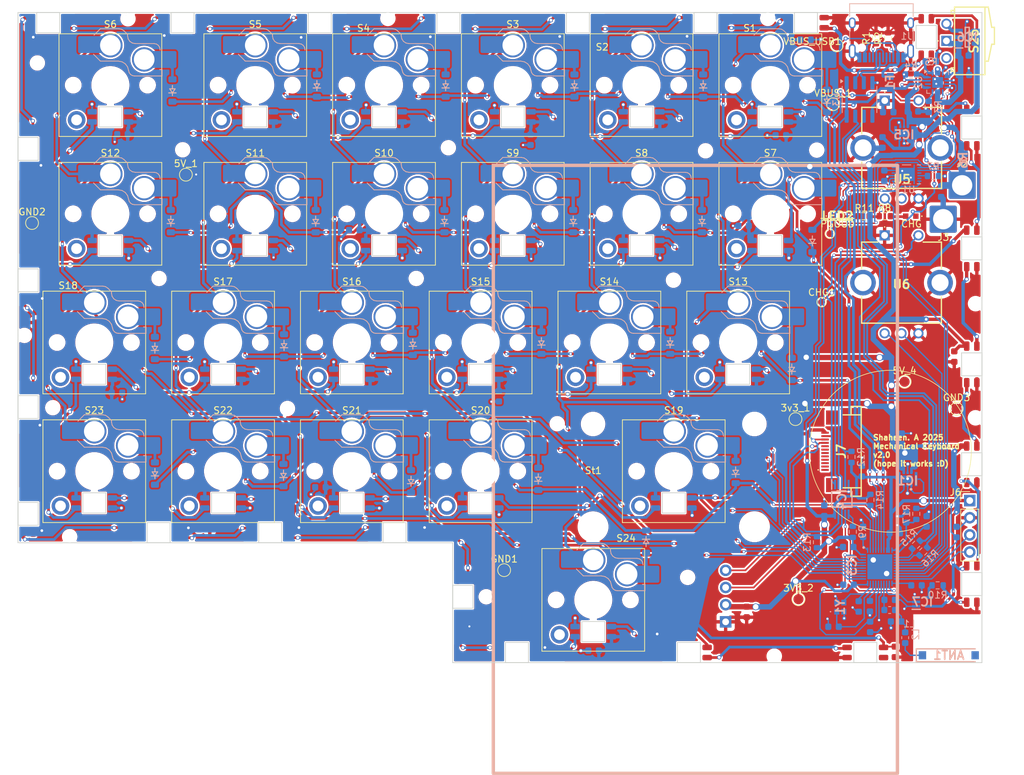
<source format=kicad_pcb>
(kicad_pcb (version 20240108) (generator "pcbnew") (generator_version "8.0")
  (layers (0 "F.Cu" signal) (31 "B.Cu" signal) (34 "B.Paste" user) (35 "F.Paste" user) (36 "B.SilkS" user "B.Silkscreen") (37 "F.SilkS" user "F.Silkscreen") (38 "B.Mask" user) (39 "F.Mask" user) (44 "Edge.Cuts" user))
  (net 0 "")
  (net 1 "GND")
  (net 2 "3V3")
  (net 3 "5V")
  (net 4 "Net-(D1-DOUT)")
  (net 5 "Net-(D1-DIN)")
  (net 6 "Net-(D2-DOUT)")
  (net 7 "Net-(D5-DOUT)")
  (net 8 "Net-(D10-DOUT)")
  (net 9 "Net-(D12-DOUT)")
  (net 10 "Net-(D14-DOUT)")
  (net 11 "Net-(D18-DOUT)")
  (net 12 "/VBUS")
  (net 13 "/DEC4_6")
  (net 15 "/D_N")
  (net 16 "Net-(J1-CC1)")
  (net 17 "/D_P")
  (net 18 "Net-(J1-CC2)")
  (net 20 "/SDA")
  (net 21 "/SCL")
  (net 22 "/Column 0")
  (net 23 "/Column 1")
  (net 24 "/Column 2")
  (net 25 "/Column 3")
  (net 26 "/Column 4")
  (net 27 "/Column 5")
  (net 28 "/CW2")
  (net 29 "D-")
  (net 30 "/CCW")
  (net 31 "/Row 1")
  (net 32 "/NO")
  (net 33 "/NO2")
  (net 34 "D+")
  (net 35 "/Row 0")
  (net 36 "/Row 3")
  (net 37 "/Row 2")
  (net 38 "/CCW2")
  (net 39 "/CW")
  (net 40 "/CHG")
  (net 41 "Net-(U2-TS)")
  (net 42 "Net-(U2-ISET)")
  (net 43 "Net-(IC6-CT)")
  (net 45 "Net-(U2-ILIM)")
  (net 46 "/SRP")
  (net 47 "Net-(Di1-A)")
  (net 48 "Net-(Di7-A)")
  (net 49 "Net-(Di8-A)")
  (net 50 "Net-(Di9-A)")
  (net 51 "Net-(Di10-A)")
  (net 52 "Net-(Di14-A)")
  (net 53 "Net-(Di19-A)")
  (net 54 "Net-(Di21-A)")
  (net 55 "Net-(Di23-A)")
  (net 57 "Net-(IC3-ANT)")
  (net 58 "Net-(IC3-SWDIO)")
  (net 59 "Net-(IC3-DECUSB)")
  (net 60 "Net-(IC3-DEC1)")
  (net 61 "Net-(IC3-XC1)")
  (net 62 "Net-(IC3-DEC5)")
  (net 63 "Net-(IC3-XC2)")
  (net 64 "Net-(IC3-DEC3)")
  (net 65 "/INTA")
  (net 66 "Net-(IC3-SWDCLK)")
  (net 67 "/GPOUT")
  (net 68 "Net-(C15-Pad1)")
  (net 69 "/RF")
  (net 70 "Net-(IC1-L1)")
  (net 71 "Net-(IC6-ON)")
  (net 73 "Net-(Di15-A)")
  (net 74 "Net-(Di22-A)")
  (net 75 "Net-(Di11-A)")
  (net 76 "Net-(Di17-A)")
  (net 77 "Net-(Di24-A)")
  (net 78 "Net-(Di12-A)")
  (net 79 "Net-(Di18-A)")
  (net 80 "Net-(Di2-A)")
  (net 81 "Net-(Di13-A)")
  (net 82 "Net-(Di3-A)")
  (net 83 "Net-(Di4-A)")
  (net 84 "Net-(Di16-A)")
  (net 85 "Net-(Di5-A)")
  (net 86 "Net-(Di6-A)")
  (net 87 "Net-(Di20-A)")
  (net 88 "Net-(D3-DOUT)")
  (net 89 "Net-(D4-DOUT)")
  (net 90 "Net-(D6-DOUT)")
  (net 91 "Net-(D7-DOUT)")
  (net 92 "Net-(D8-DOUT)")
  (net 93 "Net-(D10-DIN)")
  (net 94 "Net-(D11-DOUT)")
  (net 95 "Net-(D13-DOUT)")
  (net 96 "Net-(D15-DOUT)")
  (net 97 "Net-(D17-DOUT)")
  (net 98 "Net-(D16-DOUT)")
  (net 99 "Net-(D19-DOUT)")
  (net 100 "Net-(D20-DOUT)")
  (net 101 "Net-(D21-DOUT)")
  (net 102 "Net-(D22-DOUT)")
  (net 103 "Net-(D23-DOUT)")
  (net 104 "Net-(D24-DOUT)")
  (net 105 "/BAT")
  (net 106 "/VBUS_USB")
  (net 107 "/OUT")
  (net 118 "Net-(D25-DOUT)")
  (net 119 "Net-(D26-DOUT)")
  (net 120 "Net-(D28-DOUT)")
  (net 121 "Net-(D29-DOUT)")
  (net 122 "Net-(D30-DOUT)")
  (net 123 "Net-(D33-DOUT)")
  (net 124 "Net-(D34-DOUT)")
  (net 125 "Net-(D37-DOUT)")
  (net 126 "Net-(D38-DOUT)")
  (net 127 "Net-(D41-DOUT)")
  (net 128 "Net-(D42-DOUT)")
  (net 129 "Net-(D45-DOUT)")
  (net 130 "Net-(D46-DOUT)")
  (net 131 "Net-(D27-DOUT)")
  (net 132 "Net-(D31-DOUT)")
  (net 133 "Net-(D32-DOUT)")
  (net 134 "Net-(D35-DOUT)")
  (net 135 "Net-(D36-DOUT)")
  (net 136 "Net-(D39-DOUT)")
  (net 137 "Net-(D40-DOUT)")
  (net 138 "Net-(D43-DOUT)")
  (net 139 "Net-(D44-DOUT)")
  (net 143 "Net-(U1-V_{DD})")
  (net 144 "Net-(U1-BIN)")
  (net 145 "Net-(D47-DOUT)")
  (net 147 "Net-(LED1-A)")
  (net 148 "Net-(LED2-A)")
  (net 149 "/~{PGOOD}")
  (net 151 "/A")
  (net 152 "Net-(IC4-~{RESET})")
  (net 153 "Net-(IC7-Y)")
  (net 154 "/D2_N")
  (net 155 "/D2_P")
  (net 156 "Net-(IC5-1{slash}VIN)")
  (net 157 "Net-(IC5-5{slash}Lx)")
  (net 158 "Net-(IC3-VBUS)")
  (footprint "ScottoKeebs_Components:Capacitor_0603" (layer "F.Cu") (at 20.722978 61.353541 -90)
    (property "Reference" "C29" (hide yes))
    (property "Value" "100nF" (hide yes))
  )
  (footprint "ScottoKeebs_Hotswap:Hotswap_Choc_V1V2_Plated_1.00u" (layer "F.Cu") (at 31.701728 26.983541)
    (property "Reference" "S6")
    (property "Value" "Keyswitch")
  )
  (footprint "Resistor_SMD:R_0603_1608Metric" (layer "F.Cu") (at 146.757978 20.058541 90)
    (property "Reference" "R2")
    (property "Value" "5k1")
  )
  (footprint "CustomLibrary:M1.6 Hole" (layer "F.Cu") (at 117.1005 99.853399)
    (property "Reference" "REF**" (hide yes))
    (property "Value" "M1.6 Hole" (hide yes))
  )
  (footprint "CustomLibrary:M1.6 Hole" (layer "F.Cu") (at 18.982978 64.033541)
    (property "Reference" "REF**" (hide yes))
    (property "Value" "M1.6 Hole" (hide yes))
  )
  (footprint "ScottoKeebs_Hotswap:Hotswap_Choc_V1V2_Plated_1.00u" (layer "F.Cu") (at 110.282978 26.983541)
    (property "Reference" "S2")
    (property "Value" "Keyswitch")
  )
  (footprint "TestPoint:TestPoint_Pad_D1.5mm" (layer "F.Cu") (at 138.592978 29.813541)
    (property "Reference" "VBUS_1")
    (property "Value" "TestPoint")
  )
  (footprint "ScottoKeebs_Components:LED_SK6812MINI" (layer "F.Cu") (at 152.4005 19.853399 -90)
    (property "Reference" "D6" (hide yes))
    (property "Value" "LED_SK6812MINI" (hide yes))
    (fp_line (start -1.7 1.5) (end 1.7 1.5) (stroke (width 0.12)) (layer "Edge.Cuts"))
    (fp_line (start 1.7 1.5) (end 1.7 -1.5) (stroke (width 0.12)) (layer "Edge.Cuts"))
    (fp_line (start -1.7 -1.5) (end -1.7 1.5) (stroke (width 0.12)) (layer "Edge.Cuts"))
    (fp_line (start 1.7 -1.5) (end -1.7 -1.5) (stroke (width 0.12)) (layer "Edge.Cuts"))
  )
  (footprint "ScottoKeebs_Components:LED_SK6812MINI" (layer "F.Cu") (at 119.742978 17.743541 180)
    (property "Reference" "D8" (hide yes))
    (property "Value" "LED_SK6812MINI" (hide yes))
    (fp_line (start 1.7 1.5) (end 1.7 -1.5) (stroke (width 0.12)) (layer "Edge.Cuts"))
    (fp_line (start 1.7 -1.5) (end -1.7 -1.5) (stroke (width 0.12)) (layer "Edge.Cuts"))
    (fp_line (start -1.7 1.5) (end 1.7 1.5) (stroke (width 0.12)) (layer "Edge.Cuts"))
    (fp_line (start -1.7 -1.5) (end -1.7 1.5) (stroke (width 0.12)) (layer "Edge.Cuts"))
  )
  (footprint "ScottoKeebs_Hotswap:Hotswap_Choc_V1V2_Plated_1.00u" (layer "F.Cu") (at 124.570478 65.083541)
    (property "Reference" "S13")
    (property "Value" "Keyswitch")
  )
  (footprint "ScottoKeebs_Hotswap:Hotswap_Choc_V1V2_Plated_1.00u" (layer "F.Cu") (at 72.182978 46.033541)
    (property "Reference" "S10")
    (property "Value" "Keyswitch")
  )
  (footprint "TestPoint:TestPoint_Pad_D1.5mm" (layer "F.Cu") (at 20.112978 47.393541)
    (property "Reference" "GND2")
    (property "Value" "TestPoint")
  )
  (footprint "Resistor_SMD:R_0603_1608Metric" (layer "F.Cu") (at 146.26915 46.384484)
    (property "Reference" "R8")
    (property "Value" "270")
  )
  (footprint "ScottoKeebs_Components:OLED_128x32" (layer "F.Cu") (at 121.1205 96.633399)
    (property "Reference" "J4" (hide yes))
    (property "Value" "OLED_128x32")
  )
  (footprint "ScottoKeebs_Components:LED_SK6812MINI" (layer "F.Cu") (at 134.6005 17.743541 180)
    (property "Reference" "D7" (hide yes))
    (property "Value" "LED_SK6812MINI" (hide yes))
    (fp_line (start 1.7 1.5) (end 1.7 -1.5) (stroke (width 0.12)) (layer "Edge.Cuts"))
    (fp_line (start 1.7 -1.5) (end -1.7 -1.5) (stroke (width 0.12)) (layer "Edge.Cuts"))
    (fp_line (start -1.7 1.5) (end 1.7 1.5) (stroke (width 0.12)) (layer "Edge.Cuts"))
    (fp_line (start -1.7 -1.5) (end -1.7 1.5) (stroke (width 0.12)) (layer "Edge.Cuts"))
  )
  (footprint "CustomLibrary:M1.6 Hole" (layer "F.Cu") (at 136.2005 36.603399)
    (property "Reference" "REF**" (hide yes))
    (property "Value" "M1.6 Hole" (hide yes))
  )
  (footprint "Connector_Wire:SolderWire-2.5sqmm_1x01_D2.4mm_OD3.6mm" (layer "F.Cu") (at 154.907978 46.833541)
    (property "Reference" "J3")
    (property "Value" "Battery-")
  )
  (footprint "ScottoKeebs_Hotswap:Hotswap_Choc_V1V2_Plated_1.00u" (layer "F.Cu") (at 53.132978 26.983541)
    (property "Reference" "S5")
    (property "Value" "Keyswitch")
  )
  (footprint "CustomLibrary:M1.6 Hole" (layer "F.Cu") (at 81.7005 36.253399)
    (property "Reference" "REF**" (hide yes))
    (property "Value" "M1.6 Hole" (hide yes))
  )
  (footprint "CustomLibrary:M1.6 Hole" (layer "F.Cu") (at 87.302978 102.723541)
    (property "Reference" "REF**" (hide yes))
    (property "Value" "M1.6 Hole" (hide yes))
  )
  (footprint "ScottoKeebs_Components:LED_SK6812MINI" (layer "F.Cu") (at 42.382978 17.743541 180)
    (property "Reference" "D12" (hide yes))
    (property "Value" "LED_SK6812MINI" (hide yes))
    (fp_line (start 1.7 1.5) (end 1.7 -1.5) (stroke (width 0.12)) (layer "Edge.Cuts"))
    (fp_line (start 1.7 -1.5) (end -1.7 -1.5) (stroke (width 0.12)) (layer "Edge.Cuts"))
    (fp_line (start -1.7 1.5) (end 1.7 1.5) (stroke (width 0.12)) (layer "Edge.Cuts"))
    (fp_line (start -1.7 -1.5) (end -1.7 1.5) (stroke (width 0.12)) (layer "Edge.Cuts"))
  )
  (footprint "ScottoKeebs_Components:LED_SK6812MINI" (layer "F.Cu") (at 19.532978 36.423541 -90)
    (property "Reference" "D14" (hide yes))
    (property "Value" "LED_SK6812MINI" (hide yes))
    (fp_line (start -1.7 1.5) (end 1.7 1.5) (stroke (width 0.12)) (layer "Edge.Cuts"))
    (fp_line (start 1.7 1.5) (end 1.7 -1.5) (stroke (width 0.12)) (layer "Edge.Cuts"))
    (fp_line (start -1.7 -1.5) (end -1.7 1.5) (stroke (width 0.12)) (layer "Edge.Cuts"))
    (fp_line (start 1.7 -1.5) (end -1.7 -1.5) (stroke (width 0.12)) (layer "Edge.Cuts"))
  )
  (footprint "ScottoKeebs_Components:Capacitor_0603" (layer "F.Cu") (at 42.202978 20.303541)
    (property "Reference" "C34" (hide yes))
    (property "Value" "10uF" (hide yes))
  )
  (footprint "CustomLibrary:M1.6 Hole" (layer "F.Cu") (at 20.9005 23.703399)
    (property "Reference" "REF**" (hide yes))
    (property "Value" "M1.6 Hole" (hide yes))
  )
  (footprint "ScottoKeebs_Components:Capacitor_0603" (layer "F.Cu") (at 125.832978 104.973541 -90)
    (property "Reference" "C9" (hide yes))
    (property "Value" "4.7uF" (hide yes))
  )
  (footprint "ScottoKeebs_Components:LED_SK6812MINI" (layer "F.Cu") (at 143.382978 110.973541)
    (property "Reference" "D48" (hide yes))
    (property "Value" "LED_SK6812MINI" (hide yes))
    (fp_line (start -1.7 -1.5) (end -1.7 1.5) (stroke (width 0.12)) (layer "Edge.Cuts"))
    (fp_line (start -1.7 1.5) (end 1.7 1.5) (stroke (width 0.12)) (layer "Edge.Cuts"))
    (fp_line (start 1.7 -1.5) (end -1.7 -1.5) (stroke (width 0.12)) (layer "Edge.Cuts"))
    (fp_line (start 1.7 1.5) (end 1.7 -1.5) (stroke (width 0.12)) (layer "Edge.Cuts"))
  )
  (footprint "ScottoKeebs_Components:LED_SK6812MINI" (layer "F.Cu") (at 22.5005 17.743541 180)
    (property "Reference" "D13" (hide yes))
    (property "Value" "LED_SK6812MINI" (hide yes))
    (fp_line (start 1.7 1.5) (end 1.7 -1.5) (stroke (width 0.12)) (layer "Edge.Cuts"))
    (fp_line (start 1.7 -1.5) (end -1.7 -1.5) (stroke (width 0.12)) (layer "Edge.Cuts"))
    (fp_line (start -1.7 1.5) (end 1.7 1.5) (stroke (width 0.12)) (layer "Edge.Cuts"))
    (fp_line (start -1.7 -1.5) (end -1.7 1.5) (stroke (width 0.12)) (layer "Edge.Cuts"))
  )
  (footprint "ScottoKeebs_Components:Capacitor_0603" (layer "F.Cu") (at 45.632978 92.713541)
    (property "Reference" "C39" (hide yes))
    (property "Value" "100nF" (hide yes))
  )
  (footprint "ScottoKeebs_Components:LED_SK6812MINI" (layer "F.Cu") (at 19.532978 90.453399 -90)
    (property "Reference" "D40" (hide yes))
    (property "Value" "LED_SK6812MINI" (hide yes))
    (fp_line (start -1.7 1.5) (end 1.7 1.5) (stroke (width 0.12)) (layer "Edge.Cuts"))
    (fp_line (start 1.7 1.5) (end 1.7 -1.5) (stroke (width 0.12)) (layer "Edge.Cuts"))
    (fp_line (start -1.7 -1.5) (end -1.7 1.5) (stroke (width 0.12)) (layer "Edge.Cuts"))
    (fp_line (start 1.7 -1.5) (end -1.7 -1.5) (stroke (width 0.12)) (layer "Edge.Cuts"))
  )
  (footprint "ScottoKeebs_Hotswap:Hotswap_Choc_V1V2_Plated_1.00u" (layer "F.Cu") (at 48.370478 65.083541)
    (property "Reference" "S17")
    (property "Value" "Keyswitch")
  )
  (footprint "ScottoKeebs_Components:LED_SK6812MINI" (layer "F.Cu") (at 55.342978 93.233541)
    (property "Reference" "D42" (hide yes))
    (property "Value" "LED_SK6812MINI" (hide yes))
    (fp_line (start -1.7 -1.5) (end -1.7 1.5) (stroke (width 0.12)) (layer "Edge.Cuts"))
    (fp_line (start -1.7 1.5) (end 1.7 1.5) (stroke (width 0.12)) (layer "Edge.Cuts"))
    (fp_line (start 1.7 -1.5) (end -1.7 -1.5) (stroke (width 0.12)) (layer "Edge.Cuts"))
    (fp_line (start 1.7 1.5) (end 1.7 -1.5) (stroke (width 0.12)) (layer "Edge.Cuts"))
  )
  (footprint "ScottoKeebs_Hotswap:Hotswap_Choc_V1V2_Plated_1.00u" (layer "F.Cu") (at 31.701728 46.033541)
    (property "Reference" "S12")
    (property "Value" "Keyswitch")
  )
  (footprint "ScottoKeebs_Components:LED_SK6812MINI" (layer "F.Cu") (at 38.842978 93.233541)
    (property "Reference" "D41" (hide yes))
    (property "Value" "LED_SK6812MINI" (hide yes))
    (fp_line (start -1.7 -1.5) (end -1.7 1.5) (stroke (width 0.12)) (layer "Edge.Cuts"))
    (fp_line (start -1.7 1.5) (end 1.7 1.5) (stroke (width 0.12)) (layer "Edge.Cuts"))
    (fp_line (start 1.7 -1.5) (end -1.7 -1.5) (stroke (width 0.12)) (layer "Edge.Cuts"))
    (fp_line (start 1.7 1.5) (end 1.7 -1.5) (stroke (width 0.12)) (layer "Edge.Cuts"))
  )
  (footprint "ScottoKeebs_Stabilizer:Stabilizer_MX_2.00u" (layer "F.Cu") (at 115.045478 84.133541)
    (property "Reference" "St1")
    (property "Value" "Stabilizer_MX_2.00u")
  )
  (footprint "TestPoint:TestPoint_Pad_D1.5mm" (layer "F.Cu") (at 89.952978 98.783541)
    (property "Reference" "GND1")
    (property "Value" "TestPoint")
  )
  (footprint "CustomLibrary:M1.6 Hole" (layer "F.Cu") (at 34.3005 17.153399)
    (property "Reference" "REF**" (hide yes))
    (property "Value" "M1.6 Hole" (hide yes))
  )
  (footprint "ScottoKeebs_Components:LED_SK6812MINI" (layer "F.Cu") (at 73.742978 93.233541)
    (property "Reference" "D43" (hide yes))
    (property "Value" "LED_SK6812MINI" (hide yes))
    (fp_line (start -1.7 -1.5) (end -1.7 1.5) (stroke (width 0.12)) (layer "Edge.Cuts"))
    (fp_line (start -1.7 1.5) (end 1.7 1.5) (stroke (width 0.12)) (layer "Edge.Cuts"))
    (fp_line (start 1.7 -1.5) (end -1.7 -1.5) (stroke (width 0.12)) (layer "Edge.Cuts"))
    (fp_line (start 1.7 1.5) (end 1.7 -1.5) (stroke (width 0.12)) (layer "Edge.Cuts"))
  )
  (footprint "TestPoint:TestPoint_Pad_D1.0mm" (layer "F.Cu") (at 136.922978 59.103541)
    (property "Reference" "CHG1")
    (property "Value" "TestPoint")
  )
  (footprint "TestPoint:TestPoint_Pad_D1.5mm" (layer "F.Cu") (at 149.192978 70.893541)
    (property "Reference" "5V_4")
    (property "Value" "TestPoint")
  )
  (footprint "CustomLibrary:M1.6 Hole" (layer "F.Cu") (at 25.682978 93.833541)
    (property "Reference" "REF**" (hide yes))
    (property "Value" "M1.6 Hole" (hide yes))
  )
  (footprint "ScottoKeebs_Components:LED_SK6812MINI" (layer "F.Cu") (at 159.132978 83.113541 90)
    (property "Reference" "D2" (hide yes))
    (property "Value" "LED_SK6812MINI" (hide yes))
    (fp_line (start 1.7 -1.5) (end -1.7 -1.5) (stroke (width 0.12)) (layer "Edge.Cuts"))
    (fp_line (start -1.7 -1.5) (end -1.7 1.5) (stroke (width 0.12)) (layer "Edge.Cuts"))
    (fp_line (start 1.7 1.5) (end 1.7 -1.5) (stroke (width 0.12)) (layer "Edge.Cuts"))
    (fp_line (start -1.7 1.5) (end 1.7 1.5) (stroke (width 0.12)) (layer "Edge.Cuts"))
  )
  (footprint "ScottoKeebs_Hotswap:Hotswap_Choc_V1V2_Plated_1.00u" (layer "F.Cu") (at 48.370478 84.133541)
    (property "Reference" "S22")
    (property "Value" "Keyswitch")
  )
  (footprint "ScottoKeebs_Components:LED_SK6812MINI" (layer "F.Cu") (at 159.132978 68.323541 90)
    (property "Reference" "D3" (hide yes))
    (property "Value" "LED_SK6812MINI" (hide yes))
    (fp_line (start 1.7 -1.5) (end -1.7 -1.5) (stroke (width 0.12)) (layer "Edge.Cuts"))
    (fp_line (start -1.7 -1.5) (end -1.7 1.5) (stroke (width 0.12)) (layer "Edge.Cuts"))
    (fp_line (start 1.7 1.5) (end 1.7 -1.5) (stroke (width 0.12)) (layer "Edge.Cuts"))
    (fp_line (start -1.7 1.5) (end 1.7 1.5) (stroke (width 0.12)) (layer "Edge.Cuts"))
  )
  (footprint "ScottoKeebs_Hotswap:Hotswap_Choc_V1V2_Plated_1.00u" (layer "F.Cu") (at 29.320478 84.133541)
    (property "Reference" "S23")
    (property "Value" "Keyswitch")
  )
  (footprint "TestPoint:TestPoint_Pad_D1.5mm" (layer "F.Cu") (at 133.052978 76.423541)
    (property "Reference" "3v3_1")
    (property "Value" "TestPoint")
  )
  (footprint "CustomLibrary:M1.6 Hole" (layer "F.Cu") (at 97.8005 77.103399)
    (property "Reference" "REF**" (hide yes))
    (property "Value" "M1.6 Hole" (hide yes))
  )
  (footprint "TestPoint:TestPoint_Pad_D1.0mm" (layer "F.Cu") (at 138.132978 48.983541)
    (property "Reference" "~{PGOOD}")
    (property "Value" "TestPoint")
  )
  (footprint "ScottoKeebs_Components:LED_SK6812MINI" (layer "F.Cu") (at 19.532978 74.633541 -90)
    (property "Reference" "D28" (hide yes))
    (property "Value" "LED_SK6812MINI" (hide yes))
    (fp_line (start -1.7 1.5) (end 1.7 1.5) (stroke (width 0.12)) (layer "Edge.Cuts"))
    (fp_line (start 1.7 1.5) (end 1.7 -1.5) (stroke (width 0.12)) (layer "Edge.Cuts"))
    (fp_line (start -1.7 -1.5) (end -1.7 1.5) (stroke (width 0.12)) (layer "Edge.Cuts"))
    (fp_line (start 1.7 -1.5) (end -1.7 -1.5) (stroke (width 0.12)) (layer "Edge.Cuts"))
  )
  (footprint "ScottoKeebs_Hotswap:Hotswap_Choc_V1V2_Plated_1.00u" (layer "F.Cu") (at 53.132978 46.033541)
    (property "Reference" "S11")
    (property "Value" "Keyswitch")
  )
  (footprint "CustomLibrary:M1.6 Hole" (layer "F.Cu") (at 115.0005 55.853399)
    (property "Reference" "REF**" (hide yes))
    (property "Value" "M1.6 Hole" (hide yes))
  )
  (footprint "ScottoKeebs_Hotswap:Hotswap_Choc_V1V2_Plated_1.00u" (layer "F.Cu") (at 86.470478 65.083541)
    (property "Reference" "S15")
    (property "Value" "Keyswitch")
  )
  (footprint "ScottoKeebs_Hotswap:Hotswap_Choc_V1V2_Plated_1.00u" (layer "F.Cu") (at 110.282978 46.033541)
    (property "Reference" "S8")
    (property "Value" "Keyswitch")
  )
  (footprint "SamacSys_Parts:F32Q1A7H111012" (layer "F.Cu") (at 140.1005 81.193541 90)
    (property "Reference" "J7")
    (property "Value" "F32Q-1A7H1-11012" (hide yes))
  )
  (footprint "CustomLibrary:M1.6 Hole" (layer "F.Cu") (at 42.4005 36.553399)
    (property "Reference" "REF**" (hide yes))
    (property "Value" "M1.6 Hole" (hide yes))
  )
  (footprint "ScottoKeebs_Hotswap:Hotswap_Choc_V1V2_Plated_1.00u" (layer "F.Cu") (at 129.332978 26.983541)
    (property "Reference" "S1")
    (property "Value" "Keyswitch")
  )
  (footprint "Connector_Wire:SolderWire-2.5sqmm_1x01_D2.4mm_OD3.6mm" (layer "F.Cu") (at 157.707978 41.808541)
    (property "Reference" "J2")
    (property "Value" "Battery+")
  )
  (footprint "ScottoKeebs_Components:Capacitor_0603" (layer "F.Cu") (at 86.752978 107.073541)
    (property "Reference" "C38" (hide yes))
    (property "Value" "100nF" (hide yes))
  )
  (footprint "ScottoKeebs_Components:LED_SK6812MINI" (layer "F.Cu") (at 159.132978 51.158541 90)
    (property "Reference" "D4" (hide yes))
    (property "Value" "LED_SK6812MINI" (hide yes))
    (fp_line (start 1.7 -1.5) (end -1.7 -1.5) (stroke (width 0.12)) (layer "Edge.Cuts"))
    (fp_line (start -1.7 -1.5) (end -1.7 1.5) (stroke (width 0.12)) (layer "Edge.Cuts"))
    (fp_line (start 1.7 1.5) (end 1.7 -1.5) (stroke (width 0.12)) (layer "Edge.Cuts"))
    (fp_line (start -1.7 1.5) (end 1.7 1.5) (stroke (width 0.12)) (layer "Edge.Cuts"))
  )
  (footprint "TestPoint:TestPoint_Pad_D1.5mm" (layer "F.Cu") (at 42.872978 40.243541)
    (property "Reference" "5V_1")
    (property "Value" "TestPoint")
  )
  (footprint "Connector_PinHeader_2.54mm:PinHeader_1x04_P2.54mm_Vertical" (layer "F.Cu") (at 158.832978 88.483541)
    (property "Reference" "J6")
    (property "Value" "Conn_01x04")
  )
  (footprint "CustomLibrary:M1.6 Hole" (layer "F.Cu") (at 38.9005 55.603399)
    (property "Reference" "REF**" (hide yes))
    (property "Value" "M1.6 Hole" (hide yes))
  )
  (footprint "Resistor_SMD:R_0603_1608Metric" (layer "F.Cu") (at 143.125324 46.384484 180)
    (property "Reference" "R11")
    (property "Value" "270")
  )
  (footprint "ScottoKeebs_Components:LED_SK6812MINI" (layer "F.Cu") (at 19.532978 55.883541 -90)
    (property "Reference" "D27" (hide yes))
    (property "Value" "LED_SK6812MINI" (hide yes))
    (fp_line (start -1.7 1.5) (end 1.7 1.5) (stroke (width 0.12)) (layer "Edge.Cuts"))
    (fp_line (start 1.7 1.5) (end 1.7 -1.5) (stroke (width 0.12)) (layer "Edge.Cuts"))
    (fp_line (start -1.7 -1.5) (end -1.7 1.5) (stroke (width 0.12)) (layer "Edge.Cuts"))
    (fp_line (start 1.7 -1.5) (end -1.7 -1.5) (stroke (width 0.12)) (layer "Edge.Cuts"))
  )
  (footprint "SamacSys_Parts:KWEELP41RUS1U13K6L3X4X5R18" (layer "F.Cu") (at 150.107978 46.384484 180)
    (property "Reference" "CHG")
    (property "Value" "White LED KW_EEL" (hide yes))
  )
  (footprint "SamacSys_Parts:PEC11L4015FS0015" (layer "F.Cu") (at 146.2405 49.223541)
    (property "Reference" "U6")
    (property "Value" "PEC11L-4015F-S0015" (hide yes))
  )
  (footprint "ScottoKeebs_Hotswap:Hotswap_Choc_V1V2_Plated_1.00u" (layer "F.Cu") (at 91.232978 26.983541)
    (property "Reference" "S3")
    (property "Value" "Keyswitch")
  )
  (footprint "SamacSys_Parts:KWEELP41RUS1U13K6L3X4X5R18" (layer "F.Cu") (at 139.272978 46.363541)
    (property "Reference" "LED2")
    (property "Value" "White LED KW_EEL" (hide yes))
  )
  (footprint "CustomLibrary:M1.6 Hole" (layer "F.Cu") (at 76.9505 55.603399)
    (property "Reference" "REF**" (hide yes))
    (property "Value" "M1.6 Hole" (hide yes))
  )
  (footprint "CustomLibrary:M1.6 Hole" (layer "F.Cu") (at 23.182978 74.733541)
    (property "Reference" "REF**" (hide yes))
    (property "Value" "M1.6 Hole" (hide yes))
  )
  (footprint "TestPoint:TestPoint_Pad_D1.5mm" (layer "F.Cu") (at 139.152978 21.093541)
    (property "Reference" "VBUS_USB1")
    (property "Value" "TestPoint")
  )
  (footprint "ScottoKeebs_Components:LED_SK6812MINI" (layer "F.Cu") (at 81.702978 17.743541 180)
    (property "Reference" "D10" (hide yes))
    (property "Value" "LED_SK6812MINI" (hide yes))
    (fp_line (start 1.7 1.5) (end 1.7 -1.5) (stroke (width 0.12)) (layer "Edge.Cuts"))
    (fp_line (start 1.7 -1.5) (end -1.7 -1.5) (stroke (width 0.12)) (layer "Edge.Cuts"))
    (fp_line (start -1.7 1.5) (end 1.7 1.5) (stroke (width 0.12)) (layer "Edge.Cuts"))
    (fp_line (start -1.7 -1.5) (end -1.7 1.5) (stroke (width 0.12)) (layer "Edge.Cuts"))
  )
  (footprint "ScottoKeebs_Components:Capacitor_0603" (layer "F.Cu") (at 100.812978 20.343541)
    (property "Reference" "C30" (hide yes))
    (property "Value" "100nF" (hide yes))
  )
  (footprint "ScottoKeebs_Components:LED_SK6812MINI" (layer "F.Cu") (at 62.682978 17.743541 180)
    (property "Reference" "D11" (hide yes))
    (property "Value" "LED_SK6812MINI" (hide yes))
    (fp_line (start 1.7 1.5) (end 1.7 -1.5) (stroke (width 0.12)) (layer "Edge.Cuts"))
    (fp_line (start 1.7 -1.5) (end -1.7 -1.5) (stroke (width 0.12)) (layer "Edge.Cuts"))
    (fp_line (start -1.7 1.5) (end 1.7 1.5) (stroke (width 0.12)) (layer "Edge.Cuts"))
    (fp_line (start -1.7 -1.5) (end -1.7 1.5) (stroke (width 0.12)) (layer "Edge.Cuts"))
  )
  (footprint "CustomLibrary:M1.6 Hole" (layer "F.Cu") (at 129.912978 111.523541)
    (property "Reference" "REF**" (hide yes))
    (property "Value" "M1.6 Hole" (hide yes))
  )
  (footprint "CustomLibrary:M1.6 Hole" (layer "F.Cu") (at 119.7505 36.703399)
    (property "Reference" "REF**" (hide yes))
    (property "Value" "M1.6 Hole" (hide yes))
  )
  (footprint "CustomLibrary:M1.6 Hole" (layer "F.Cu") (at 128.9505 17.103399)
    (property "Reference" "REF**" (hide yes))
    (property "Value" "M1.6 Hole" (hide yes))
  )
  (footprint "ScottoKeebs_Components:Capacitor_0603" (layer "F.Cu") (at 156.542978 67.173541 -90)
    (property "Reference" "C41" (hide yes))
    (property "Value" "100nF" (hide yes))
  )
  (footprint "SamacSys_Parts:CLSA12C422" (layer "F.Cu") (at 155.382978 20.433541 90)
    (property "Reference" "S25")
    (property "Value" "CL-SA-12C4-22" (hide yes))
  )
  (footprint "ScottoKeebs_Components:LED_SK6812MINI" (layer "F.Cu") (at 159.132978 33.263541 90)
    (property "Reference" "D5" (hide yes))
    (property "Value" "LED_SK6812MINI" (hide yes))
    (fp_line (start 1.7 -1.5) (end -1.7 -1.5) (stroke (width 0.12)) (layer "Edge.Cuts"))
    (fp_line (start -1.7 -1.5) (end -1.7 1.5) (stroke (width 0.12)) (layer "Edge.Cuts"))
    (fp_line (start 1.7 1.5) (end 1.7 -1.5) (stroke (width 0.12)) (layer "Edge.Cuts"))
    (fp_line (start -1.7 1.5) (end 1.7 1.5) (stroke (width 0.12)) (layer "Edge.Cuts"))
  )
  (footprint "ScottoKeebs_Components:LED_SK6812MINI" (layer "F.Cu") (at 91.8505 110.973541)
    (property "Reference" "D45" (hide yes))
    (property "Value" "LED_SK6812MINI" (hide yes))
    (fp_line (start -1.7 -1.5) (end -1.7 1.5) (stroke (width 0.12)) (layer "Edge.Cuts"))
    (fp_line (start -1.7 1.5) (end 1.7 1.5) (stroke (width 0.12)) (layer "Edge.Cuts"))
    (fp_line (start 1.7 -1.5) (end -1.7 -1.5) (stroke (width 0.12)) (layer "Edge.Cuts"))
    (fp_line (start 1.7 1.5) (end 1.7 -1.5) (stroke (width 0.12)) (layer "Edge.Cuts"))
  )
  (footprint "CustomLibrary:M1.6 Hole" (layer "F.Cu") (at 159.692978 59.333541)
    (property "Reference" "REF**" (hide yes))
    (property "Value" "M1.6 Hole" (hide yes))
  )
  (footprint "ScottoKeebs_Hotswap:Hotswap_Choc_V1V2_Plated_1.00u" (layer "F.Cu") (at 91.232978 46.033541)
    (property "Reference" "S9")
    (property "Value" "Keyswitch")
  )
  (footprint "ScottoKeebs_Components:LED_SK6812MINI" (layer "F.Cu") (at 83.842978 102.733541 -90)
    (property "Reference" "D44" (hide yes))
    (property "Value" "LED_SK6812MINI" (hide yes))
    (fp_line (start -1.7 1.5) (end 1.7 1.5) (stroke (width 0.12)) (layer "Edge.Cuts"))
    (fp_line (start 1.7 1.5) (end 1.7 -1.5) (stroke (width 0.12)) (layer "Edge.Cuts"))
    (fp_line (start -1.7 -1.5) (end -1.7 1.5) (stroke (width 0.12)) (layer "Edge.Cuts"))
    (fp_line (start 1.7 -1.5) (end -1.7 -1.5) (stroke (width 0.12)) (layer "Edge.Cuts"))
  )
  (footprint "ScottoKeebs_Components:LED_SK6812MINI" (layer "F.Cu") (at 117.282978 110.973541)
    (property "Reference" "D47" (hide yes))
    (property "Value" "LED_SK6812MINI" (hide yes))
    (fp_line (start -1.7 -1.5) (end -1.7 1.5) (stroke (width 0.12)) (layer "Edge.Cuts"))
    (fp_line (start -1.7 1.5) (end 1.7 1.5) (stroke (width 0.12)) (layer "Edge.Cuts"))
    (fp_line (start 1.7 -1.5) (end -1.7 -1.5) (stroke (width 0.12)) (layer "Edge.Cuts"))
    (fp_line (start 1.7 1.5) (end 1.7 -1.5) (stroke (width 0.12)) (layer "Edge.Cuts"))
  )
  (footprint "ScottoKeebs_Hotswap:Hotswap_Choc_V1V2_Plated_1.00u" (layer "F.Cu") (at 72.182978 26.983541)
    (property "Reference" "S4")
    (property "Value" "Keyswitch")
  )
  (footprint "ScottoKeebs_Hotswap:Hotswap_Choc_V1V2_Plated_1.00u" (layer "F.Cu") (at 86.470476 84.133541)
    (property "Reference" "S20")
    (property "Value" "Keyswitch")
  )
  (footprint "ScottoKeebs_Hotswap:Hotswap_Choc_V1V2_Plated_1.00u" (layer "F.Cu") (at 103.139228 103.183541)
    (property "Reference" "S24")
    (property "Value" "Keyswitch")
  )
  (footprint "ScottoKeebs_Components:LED_SK6812MINI" (layer "F.Cu") (at 100.862978 17.743541 180)
    (property "Reference" "D9" (hide yes))
    (property "Value" "LED_SK6812MINI" (hide yes))
    (fp_line (start 1.7 1.5) (end 1.7 -1.5) (stroke (width 0.12)) (layer "Edge.Cuts"))
    (fp_line (start 1.7 -1.5) (end -1.7 -1.5) (stroke (width 0.12)) (layer "Edge.Cuts"))
    (fp_line (start -1.7 1.5) (end 1.7 1.5) (stroke (width 0.12)) (layer "Edge.Cuts"))
    (fp_line (start -1.7 -1.5) (end -1.7 1.5) (stroke (width 0.12)) (layer "Edge.Cuts"))
  )
  (footprint "ScottoKeebs_Hotswap:Hotswap_Choc_V1V2_Plated_1.00u" (layer "F.Cu") (at 129.332978 46.033541)
    (property "Reference" "S7")
    (property "Value" "Keyswitch")
  )
  (footprint "ScottoKeebs_Components:LED_SK6812MINI" (layer "F.Cu") (at 159.132978 100.833541 90)
    (property "Reference" "D1" (hide yes))
    (property "Value" "LED_SK6812MINI" (hide yes))
    (fp_line (start 1.7 -1.5) (end -1.7 -1.5) (stroke (width 0.12)) (layer "Edge.Cuts"))
    (fp_line (start -1.7 -1.5) (end -1.7 1.5) (stroke (width 0.12)) (layer "Edge.Cuts"))
    (fp_line (start 1.7 1.5) (end 1.7 -1.5) (stroke (width 0.12)) (layer "Edge.Cuts"))
    (fp_line (start -1.7 1.5) (end 1.7 1.5) (stroke (width 0.12)) (layer "Edge.Cuts"))
  )
  (footprint "CustomLibrary:M1.6 Hole" (layer "F.Cu") (at 159.682978 76.233541)
    (property "Reference" "REF**" (hide yes))
    (property "Value" "M1.6 Hole" (hide yes))
  )
  (footprint "ScottoKeebs_Hotswap:Hotswap_Choc_V1V2_Plated_1.00u" (layer "F.Cu") (at 67.420478 65.083541)
    (property "Reference" "S16")
    (property "Value" "Keyswitch")
  )
  (footprint "CustomLibrary:M1.6 Hole" (layer "F.Cu") (at 72.7505 17.103399)
    (property "Reference" "REF**" (hide yes))
    (property "Value" "M1.6 Hole" (hide yes))
  )
  (footprint "ScottoKeebs_Components:Capacitor_0603" (layer "F.Cu") (at 133.542978 79.363541 -90)
    (property "Reference" "C37" (hide yes))
    (property "Value" "100nF" (hide yes))
  )
  (footprint "CustomLibrary:M1.6 Hole" (layer "F.Cu") (at 57.9005 74.853399)
    (property "Reference" "REF**" (hide yes))
    (property "Value" "M1.6 Hole" (hide yes))
  )
  (footprint "SamacSys_Parts:PEC11L4015FS0015" (layer "F.Cu") (at 146.2605 29.273541)
    (property "Reference" "U5")
    (property "Value" "PEC11L-4015F-S0015" (hide yes))
  )
  (footprint "Resistor_SMD:R_0603_1608Metric" (layer "F.Cu") (at 144.957978 20.033541 90)
    (property "Reference" "R1")
    (property "Value" "5k1")
  )
  (footprint "ScottoKeebs_Hotswap:Hotswap_Choc_V1V2_Plated_1.00u" (layer "F.Cu") (at 67.420478 84.133541)
    (property "Reference" "S21")
    (property "Value" "Keyswitch")
  )
  (footprint "ScottoKeebs_Hotswap:Hotswap_Choc_V1V2_Plated_1.00u" (layer "F.Cu") (at 105.520478 65.083541)
    (property "Reference" "S14")
    (property "Value" "Keyswitch")
  )
  (footprint "ScottoKeebs_Components:Capacitor_0603" (layer "F.Cu") (at 150.092978 26.033541 -90)
    (property "Reference" "C23" (hide yes))
    (property "Value" "4.7uF" (hide yes))
  )
  (footprint "TestPoint:TestPoint_Pad_D1.5mm" (layer "F.Cu") (at 156.882978 74.893541)
    (property "Reference" "GND3")
    (property "Value" "TestPoint")
  )
  (footprint "TestPoint:TestPoint_Pad_D1.5mm" (layer "F.Cu") (at 133.492978 103.083541)
    (property "Reference" "3V3_2")
    (property "Value" "TestPoint")
  )
  (footprint "ScottoKeebs_Hotswap:Hotswap_Choc_V1V2_Plated_1.00u" (layer "F.Cu") (at 29.320478 65.083541)
    (property "Reference" "S18")
    (property "Value" "Keyswitch")
  )
  (footprint "ScottoKeebs_Hotswap:Hotswap_Choc_V1V2_Plated_1.00u" (layer "F.Cu") (at 115.045478 84.133541)
    (property "Reference" "S19")
    (property "Value" "Keyswitch")
  )
  (footprint "ScottoKeebs_Components:Capacitor_0603" (layer "F.Cu") (at 147.752978 110.883541 -90)
    (property "Reference" "C45" (hide yes))
    (property "Value" "100nF" (hide yes))
  )
  (footprint "SamacSys_Parts:SOT95P280X145-6N" (layer "B.Cu") (at 158.457978 19.883541)
    (property "Reference" "IC6")
    (property "Value" "TPS22917LDBVT" (hide yes))
  )
  (footprint "ScottoKeebs_Components:Capacitor_0603" (layer "B.Cu") (at 103.187978 110.693541 180)
    (property "Reference" "C31" (hide yes))
    (property "Value" "100nF" (hide yes))
  )
  (footprint "ScottoKeebs_Components:LED_SK6812MINI" (layer "B.Cu") (at 67.420478 69.783541)
    (property "Reference" "D31" (hide yes))
    (property "Value" "LED_SK6812MINI" (hide yes))
    (fp_line (start -1.7 -1.5) (end -1.7 1.5) (stroke (width 0.12)) (layer "Edge.Cuts"))
    (fp_line (start -1.7 1.5) (end 1.7 1.5) (stroke (width 0.12)) (layer "Edge.Cuts"))
    (fp_line (start 1.7 -1.5) (end -1.7 -1.5) (stroke (width 0.12)) (layer "Edge.Cuts"))
    (fp_line (start 1.7 1.5) (end 1.7 -1.5) (stroke (width 0.12)) (layer "Edge.Cuts"))
  )
  (footprint "ScottoKeebs_Components:Capacitor_0603" (layer "B.Cu") (at 142.407978 104.158541 -90)
    (property "Reference" "C14" (hide yes))
    (property "Value" "12pF" (hide yes))
  )
  (footprint "ScottoKeebs_Components:Diode_SOD-123" (layer "B.Cu") (at 95.462978 65.113541 90)
    (property "Reference" "Di17" (hide yes))
    (property "Value" "Diode")
  )
  (footprint "ScottoKeebs_Components:LED_SK6812MINI" (layer "B.Cu") (at 29.320478 88.833541 180)
    (property "Reference" "D39" (hide yes))
    (property "Value" "LED_SK6812MINI" (hide yes))
    (fp_line (start 1.7 1.5) (end 1.7 -1.5) (stroke (width 0.12)) (layer "Edge.Cuts"))
    (fp_line (start 1.7 -1.5) (end -1.7 -1.5) (stroke (width 0.12)) (layer "Edge.Cuts"))
    (fp_line (start -1.7 1.5) (end 1.7 1.5) (stroke (width 0.12)) (layer "Edge.Cuts"))
    (fp_line (start -1.7 -1.5) (end -1.7 1.5) (stroke (width 0.12)) (layer "Edge.Cuts"))
  )
  (footprint "Resistor_SMD:R_0603_1608Metric" (layer "B.Cu") (at 150.152978 25.403541 180)
    (property "Reference" "R4")
    (property "Value" "590")
  )
  (footprint "ScottoKeebs_Components:LED_SK6812MINI" (layer "B.Cu") (at 86.470478 69.783541)
    (property "Reference" "D32" (hide yes))
    (property "Value" "LED_SK6812MINI" (hide yes))
    (fp_line (start -1.7 -1.5) (end -1.7 1.5) (stroke (width 0.12)) (layer "Edge.Cuts"))
    (fp_line (start -1.7 1.5) (end 1.7 1.5) (stroke (width 0.12)) (layer "Edge.Cuts"))
    (fp_line (start 1.7 -1.5) (end -1.7 -1.5) (stroke (width 0.12)) (layer "Edge.Cuts"))
    (fp_line (start 1.7 1.5) (end 1.7 -1.5) (stroke (width 0.12)) (layer "Edge.Cuts"))
  )
  (footprint "ScottoKeebs_Components:Diode_SOD-123" (layer "B.Cu") (at 119.222978 47.123541 90)
    (property "Reference" "Di12" (hide yes))
    (property "Value" "Diode")
  )
  (footprint "Resistor_SMD:R_0603_1608Metric" (layer "B.Cu") (at 152.752978 30.203541 90)
    (property "Reference" "R3")
    (property "Value" "540")
  )
  (footprint "ScottoKeebs_Components:Capacitor_0603" (layer "B.Cu") (at 67.787978 48.443541 180)
    (property "Reference" "C36" (hide yes))
    (property "Value" "100nF" (hide yes))
  )
  (footprint "ScottoKeebs_Components:LED_SK6812MINI" (layer "B.Cu") (at 129.332978 31.683541)
    (property "Reference" "D20" (hide yes))
    (property "Value" "LED_SK6812MINI" (hide yes))
    (fp_line (start -1.7 -1.5) (end -1.7 1.5) (stroke (width 0.12)) (layer "Edge.Cuts"))
    (fp_line (start -1.7 1.5) (end 1.7 1.5) (stroke (width 0.12)) (layer "Edge.Cuts"))
    (fp_line (start 1.7 -1.5) (end -1.7 -1.5) (stroke (width 0.12)) (layer "Edge.Cuts"))
    (fp_line (start 1.7 1.5) (end 1.7 -1.5) (stroke (width 0.12)) (layer "Edge.Cuts"))
  )
  (footprint "ScottoKeebs_Components:Capacitor_0603" (layer "B.Cu") (at 146.982978 103.183541 180)
    (property "Reference" "C16" (hide yes))
    (property "Value" "1pF" (hide yes))
  )
  (footprint "ScottoKeebs_Components:Capacitor_0603" (layer "B.Cu") (at 144.092978 107.183541 90)
    (property "Reference" "C6" (hide yes))
    (property "Value" "1uF" (hide yes))
  )
  (footprint "ScottoKeebs_Components:LED_SK6812MINI" (layer "B.Cu") (at 129.332978 50.733541 180)
    (property "Reference" "D21" (hide yes))
    (property "Value" "LED_SK6812MINI" (hide yes))
    (fp_line (start 1.7 1.5) (end 1.7 -1.5) (stroke (width 0.12)) (layer "Edge.Cuts"))
    (fp_line (start 1.7 -1.5) (end -1.7 -1.5) (stroke (width 0.12)) (layer "Edge.Cuts"))
    (fp_line (start -1.7 1.5) (end 1.7 1.5) (stroke (width 0.12)) (layer "Edge.Cuts"))
    (fp_line (start -1.7 -1.5) (end -1.7 1.5) (stroke (width 0.12)) (layer "Edge.Cuts"))
  )
  (footprint "Resistor_SMD:R_0603_1608Metric" (layer "B.Cu") (at 144.132978 88.383541 90)
    (property "Reference" "R14")
    (property "Value" "4k7")
  )
  (footprint "Resistor_SMD:R_0603_1608Metric" (layer "B.Cu") (at 141.532978 93.108541 90)
    (property "Reference" "R9")
    (property "Value" "10k")
  )
  (footprint "ScottoKeebs_Components:Capacitor_0603" (layer "B.Cu") (at 130.887978 34.403541 180)
    (property "Reference" "C44" (hide yes))
    (property "Value" "10uF" (hide yes))
  )
  (footprint "ScottoKeebs_Components:Capacitor_0603" (layer "B.Cu") (at 145.932978 35.463541 90)
    (property "Reference" "C25" (hide yes))
    (property "Value" "10uF" (hide yes))
  )
  (footprint "Resistor_SMD:R_0603_1608Metric" (layer "B.Cu") (at 153.072978 23.453541 180)
    (property "Reference" "R5")
    (property "Value" "10k")
  )
  (footprint "ScottoKeebs_Components:LED_SK6812MINI" (layer "B.Cu") (at 91.232978 31.683541)
    (property "Reference" "D18" (hide yes))
    (property "Value" "LED_SK6812MINI" (hide yes))
    (fp_line (start -1.7 -1.5) (end -1.7 1.5) (stroke (width 0.12)) (layer "Edge.Cuts"))
    (fp_line (start -1.7 1.5) (end 1.7 1.5) (stroke (width 0.12)) (layer "Edge.Cuts"))
    (fp_line (start 1.7 -1.5) (end -1.7 -1.5) (stroke (width 0.12)) (layer "Edge.Cuts"))
    (fp_line (start 1.7 1.5) (end 1.7 -1.5) (stroke (width 0.12)) (layer "Edge.Cuts"))
  )
  (footprint "Package_DFN_QFN:VQFN-16-1EP_3x3mm_P0.5mm_EP1.6x1.6mm" (layer "B.Cu") (at 154.082978 26.583541 -90)
    (property "Reference" "U2")
    (property "Value" "BQ24072RGT")
  )
  (footprint "ScottoKeebs_Components:Capacitor_0603" (layer "B.Cu") (at 148.772978 79.313541 90)
    (property "Reference" "C47" (hide yes))
    (property "Value" "4.7uF" (hide yes))
  )
  (footprint "ScottoKeebs_Components:Capacitor_0603" (layer "B.Cu") (at 146.772978 30.983541 180)
    (property "Reference" "C24" (hide yes))
    (property "Value" "4.7uF" (hide yes))
  )
  (footprint "ScottoKeebs_Components:Capacitor_0603" (layer "B.Cu") (at 157.882978 22.608541)
    (property "Reference" "C10" (hide yes))
    (property "Value" "100pF" (hide yes))
  )
  (footprint "ScottoKeebs_Components:Diode_SOD-123" (layer "B.Cu") (at 62.2505 27.053399 90)
    (property "Reference" "Di2" (hide yes))
    (property "Value" "Diode")
  )
  (footprint "ScottoKeebs_Components:Diode_SOD-123" (layer "B.Cu") (at 132.502978 69.013541 90)
    (property "Reference" "Di4" (hide yes))
    (property "Value" "Diode")
  )
  (footprint "ScottoKeebs_Components:Diode_SOD-123" (layer "B.Cu") (at 100.3505 27.053399 90)
    (property "Reference" "Di8" (hide yes))
    (property "Value" "Diode")
  )
  (footprint "ScottoKeebs_Components:Capacitor_0603" (layer "B.Cu") (at 125.382978 47.813541 180)
    (property "Reference" "C42" (hide yes))
    (property "Value" "100nF" (hide yes))
  )
  (footprint "ScottoKeebs_Components:Diode_SOD-123" (layer "B.Cu") (at 95.002978 85.273541 90)
    (property "Reference" "Di21" (hide yes))
    (property "Value" "Diode")
  )
  (footprint "ScottoKeebs_Components:Diode_SOD-123" (layer "B.Cu") (at 40.641728 47.123541 90)
    (property "Reference" "Di15" (hide yes))
    (property "Value" "Diode")
  )
  (footprint "ScottoKeebs_Components:LED_SK6812MINI" (layer "B.Cu") (at 115.045478 88.833541 180)
    (property "Reference" "D35" (hide yes))
    (property "Value" "LED_SK6812MINI" (hide yes))
    (fp_line (start 1.7 1.5) (end 1.7 -1.5) (stroke (width 0.12)) (layer "Edge.Cuts"))
    (fp_line (start 1.7 -1.5) (end -1.7 -1.5) (stroke (width 0.12)) (layer "Edge.Cuts"))
    (fp_line (start -1.7 1.5) (end 1.7 1.5) (stroke (width 0.12)) (layer "Edge.Cuts"))
    (fp_line (start -1.7 -1.5) (end -1.7 1.5) (stroke (width 0.12)) (layer "Edge.Cuts"))
  )
  (footprint "ScottoKeebs_Components:Capacitor_0603" (layer "B.Cu") (at 143.057978 93.108541 -90)
    (property "Reference" "C3" (hide yes))
    (property "Value" "100nF" (hide yes))
  )
  (footprint "Package_SON:Texas_S-PDSO-N12" (layer "B.Cu") (at 149.482978 40.196041)
    (property "Reference" "U1")
    (property "Value" "BQ27441-G1")
  )
  (footprint "ScottoKeebs_Components:Capacitor_0603" (layer "B.Cu") (at 89.172978 73.033541 -90)
    (property "Reference" "C32" (hide yes))
    (property "Value" "100nF" (hide yes))
  )
  (footprint "ScottoKeebs_Components:LED_SK6812MINI" (layer "B.Cu") (at 124.570478 69.783541)
    (property "Reference" "D34" (hide yes))
    (property "Value" "LED_SK6812MINI" (hide yes))
    (fp_line (start -1.7 -1.5) (end -1.7 1.5) (stroke (width 0.12)) (layer "Edge.Cuts"))
    (fp_line (start -1.7 1.5) (end 1.7 1.5) (stroke (width 0.12)) (layer "Edge.Cuts"))
    (fp_line (start 1.7 -1.5) (end -1.7 -1.5) (stroke (width 0.12)) (layer "Edge.Cuts"))
    (fp_line (start 1.7 1.5) (end 1.7 -1.5) (stroke (width 0.12)) (layer "Edge.Cuts"))
  )
  (footprint "ScottoKeebs_Components:Capacitor_0603" (layer "B.Cu") (at 144.063656 104.115855 -90)
    (property "Reference" "C12" (hide yes))
    (property "Value" "100pF" (hide yes))
  )
  (footprint "ScottoKeebs_Components:Capacitor_0603" (layer "B.Cu") (at 62.772978 86.513541 180)
    (property "Reference" "C28" (hide yes))
    (property "Value" "100nF" (hide yes))
  )
  (footprint "ScottoKeebs_Components:Diode_SOD-123" (layer "B.Cu") (at 57.392978 65.513541 90)
    (property "Reference" "Di5" (hide yes))
    (property "Value" "Diode")
  )
  (footprint "ScottoKeebs_Components:Capacitor_0603" (layer "B.Cu") (at 152.452978 91.573541 -90)
    (property "Reference" "C4" (hide yes))
    (property "Value" "4.7uF" (hide yes))
  )
  (footprint "ScottoKeebs_Components:Capacitor_0603" (layer "B.Cu") (at 140.907978 100.933541 180)
    (property "Reference" "C8" (hide yes))
    (property "Value" "100nF" (hide yes))
  )
  (footprint "ScottoKeebs_Components:LED_SK6812MINI" (layer "B.Cu") (at 48.370478 88.833541 180)
    (property "Reference" "D38" (hide yes))
    (property "Value" "LED_SK6812MINI" (hide yes))
    (fp_line (start 1.7 1.5) (end 1.7 -1.5) (stroke (width 0.12)) (layer "Edge.Cuts"))
    (fp_line (start 1.7 -1.5) (end -1.7 -1.5) (stroke (width 0.12)) (layer "Edge.Cuts"))
    (fp_line (start -1.7 1.5) (end 1.7 1.5) (stroke (width 0.12)) (layer "Edge.Cuts"))
    (fp_line (start -1.7 -1.5) (end -1.7 1.5) (stroke (width 0.12)) (layer "Edge.Cuts"))
  )
  (footprint "ScottoKeebs_Components:Capacitor_0603" (layer "B.Cu") (at 33.492978 34.263541 180)
    (property "Reference" "C33" (hide yes))
    (property "Value" "100nF" (hide yes))
  )
  (footprint "SamacSys_Parts:ECS320837B2JTYTR" (layer "B.Cu") (at 139.682978 104.258541 90)
    (property "Reference" "Y1")
    (property "Value" "ECS-320-8-37B2-JTY-TR" (hide yes))
  )
  (footprint "ScottoKeebs_Components:Diode_SOD-123" (layer "B.Cu") (at 38.292978 84.483541 90)
    (property "Reference" "Di23" (hide yes))
    (property "Value" "Diode")
  )
  (footprint "ScottoKeebs_Components:Diode_SOD-123" (layer "B.Cu") (at 76.1805 85.633399 90)
    (property "Reference" "Di6" (hide yes))
    (property "Value" "Diode")
  )
  (footprint "SamacSys_Parts:RESC2012X41N" (layer "B.Cu") (at 157.822978 38.103541 -90)
    (property "Reference" "R6")
    (property "Value" "10m1%" (hide yes))
  )
  (footprint "SamacSys_Parts:XCL103D503CRG" (layer "B.Cu") (at 149.642978 85.610541 180)
    (property "Reference" "IC1")
    (property "Value" "XCL240B333FR-G" (hide yes))
  )
  (footprint "ScottoKeebs_Components:Diode_SOD-123" (layer "B.Cu") (at 57.312978 84.723541 90)
    (property "Reference" "Di22" (hide yes))
    (property "Value" "Diode")
  )
  (footprint "Inductor_SMD:L_0603_1608Metric" (layer "B.Cu") (at 149.282978 108.783541 90)
    (property "Reference" "L2")
    (property "Value" "2.2nH")
  )
  (footprint "ScottoKeebs_Components:LED_SK6812MINI" (layer "B.Cu") (at 31.701728 31.683541)
    (property "Reference" "D15" (hide yes))
    (property "Value" "LED_SK6812MINI" (hide yes))
    (fp_line (start -1.7 -1.5) (end -1.7 1.5) (stroke (width 0.12)) (layer "Edge.Cuts"))
    (fp_line (start -1.7 1.5) (end 1.7 1.5) (stroke (width 0.12)) (layer "Edge.Cuts"))
    (fp_line (start 1.7 -1.5) (end -1.7 -1.5) (stroke (width 0.12)) (layer "Edge.Cuts"))
    (fp_line (start 1.7 1.5) (end 1.7 -1.5) (stroke (width 0.12)) (layer "Edge.Cuts"))
  )
  (footprint "SamacSys_Parts:0603L050SLYR" (layer "B.Cu") (at 147.082978 26.583541 -90)
    (property "Reference" "F1")
    (property "Value" "6A" (hide yes))
  )
  (footprint "ScottoKeebs_Components:Diode_SOD-123" (layer "B.Cu") (at 124.2005 84.253399 90)
    (property "Reference" "Di20" (hide yes))
    (property "Value" "Diode")
  )
  (footprint "ScottoKeebs_Components:Capacitor_0603" (layer "B.Cu") (at 32.677978 72.513541)
    (property "Reference" "C35" (hide yes))
    (property "Value" "100nF" (hide yes))
  )
  (footprint "ScottoKeebs_Components:LED_SK6812MINI" (layer "B.Cu") (at 53.132978 50.733541 180)
    (property "Reference" "D25" (hide yes))
    (property "Value" "LED_SK6812MINI" (hide yes))
    (fp_line (start 1.7 1.5) (end 1.7 -1.5) (stroke (width 0.12)) (layer "Edge.Cuts"))
    (fp_line (start 1.7 -1.5) (end -1.7 -1.5) (stroke (width 0.12)) (layer "Edge.Cuts"))
    (fp_line (start -1.7 1.5) (end 1.7 1.5) (stroke (width 0.12)) (layer "Edge.Cuts"))
    (fp_line (start -1.7 -1.5) (end -1.7 1.5) (stroke (width 0.12)) (layer "Edge.Cuts"))
  )
  (footprint "Resistor_SMD:R_0603_1608Metric" (layer "B.Cu") (at 153.404384 40.43343 180)
    (property "Reference" "R7")
    (property "Value" "10k")
  )
  (footprint "ScottoKeebs_Components:Diode_SOD-123" (layer "B.Cu") (at 110.9505 94.553399 -90)
    (property "Reference" "Di24" (hide yes))
    (property "Value" "Diode")
  )
  (footprint "ScottoKeebs_Components:LED_SK6812MINI" (layer "B.Cu") (at 48.370478 69.783541)
    (property "Reference" "D30" (hide yes))
    (property "Value" "LED_SK6812MINI" (hide yes))
    (fp_line (start -1.7 -1.5) (end -1.7 1.5) (stroke (width 0.12)) (layer "Edge.Cuts"))
    (fp_line (start -1.7 1.5) (end 1.7 1.5) (stroke (width 0.12)) (layer "Edge.Cuts"))
    (fp_line (start 1.7 -1.5) (end -1.7 -1.5) (stroke (width 0.12)) (layer "Edge.Cuts"))
    (fp_line (start 1.7 1.5) (end 1.7 -1.5) (stroke (width 0.12)) (layer "Edge.Cuts"))
  )
  (footprint "ScottoKeebs_Components:LED_SK6812MINI" (layer "B.Cu") (at 29.320478 69.783541)
    (property "Reference" "D29" (hide yes))
    (property "Value" "LED_SK6812MINI" (hide yes))
    (fp_line (start -1.7 -1.5) (end -1.7 1.5) (stroke (width 0.12)) (layer "Edge.Cuts"))
    (fp_line (start -1.7 1.5) (end 1.7 1.5) (stroke (width 0.12)) (layer "Edge.Cuts"))
    (fp_line (start 1.7 -1.5) (end -1.7 -1.5) (stroke (width 0.12)) (layer "Edge.Cuts"))
    (fp_line (start 1.7 1.5) (end 1.7 -1.5) (stroke (width 0.12)) (layer "Edge.Cuts"))
  )
  (footprint "ScottoKeebs_Components:Diode_SOD-123" (layer "B.Cu") (at 38.282978 65.903541 90)
    (property "Reference" "Di19" (hide yes))
    (property "Value" "Diode")
  )
  (footprint "ScottoKeebs_Components:Capacitor_0603" (layer "B.Cu") (at 157.972978 25.483541 180)
    (property "Reference" "C48" (hide yes))
    (property "Value" "4.7uF" (hide yes))
  )
  (footprint "ScottoKeebs_Components:LED_SK6812MINI" (layer "B.Cu") (at 103.139228 107.883541)
    (property "Reference" "D46" (hide yes))
    (property "Value" "LED_SK6812MINI" (hide yes))
    (fp_line (start -1.7 -1.5) (end -1.7 1.5) (stroke (width 0.12)) (layer "Edge.Cuts"))
    (fp_line (start -1.7 1.5) (end 1.7 1.5) (stroke (width 0.12)) (layer "Edge.Cuts"))
    (fp_line (start 1.7 -1.5) (end -1.7 -1.5) (stroke (width 0.12)) (layer "Edge.Cuts"))
    (fp_line (start 1.7 1.5) (end 1.7 -1.5) (stroke (width 0.12)) (layer "Edge.Cuts"))
  )
  (footprint "Resistor_SMD:R_0603_1608Metric" (layer "B.Cu") (at 150.892978 95.023541 -135)
    (property "Reference" "R15")
    (property "Value" "22")
  )
  (footprint "ScottoKeebs_Components:Capacitor_0603" (layer "B.Cu") (at 147.932978 106.383541 180)
    (property "Reference" "C15" (hide yes))
    (property "Value" "1.2pF" (hide yes))
  )
  (footprint "ScottoKeebs_Components:Capacitor_0603" (layer "B.Cu") (at 138.682978 107.158541 180)
    (property "Reference" "C19" (hide yes))
    (property "Value" "12pF" (hide yes))
  )
  (footprint "ScottoKeebs_Components:Capacitor_0603" (layer "B.Cu") (at 149.432978 90.963541 -90)
    (property "Reference" "C2" (hide yes))
    (property "Value" "4.7uF" (hide yes))
  )
  (footprint "SamacSys_Parts:SOP50P490X110-10N" (layer "B.Cu") (at 139.907978 88.308541 -90)
    (property "Reference" "IC4")
    (property "Value" "TCA9537DGSR" (hide yes))
  )
  (footprint "ScottoKeebs_Components:Diode_SOD-123" (layer "B.Cu") (at 81.3005 27.053399 90)
    (property "Reference" "Di9" (hide yes))
    (property "Value" "Diode")
  )
  (footprint "Resistor_SMD:R_0603_1608Metric" (layer "B.Cu") (at 136.222978 94.643541 -90)
    (property "Reference" "R13")
    (property "Value" "4k7")
  )
  (footprint "ScottoKeebs_Components:Capacitor_0603" (layer "B.Cu") (at 93.862978 35.073541 -90)
    (property "Reference" "C21" (hide yes))
    (property "Value" "100nF" (hide yes))
  )
  (footprint "ScottoKeebs_Components:LED_SK6812MINI" (layer "B.Cu") (at 86.470478 88.833541 180)
    (property "Reference" "D36" (hide yes))
    (property "Value" "LED_SK6812MINI" (hide yes))
    (fp_line (start 1.7 1.5) (end 1.7 -1.5) (stroke (width 0.12)) (layer "Edge.Cuts"))
    (fp_line (start 1.7 -1.5) (end -1.7 -1.5) (stroke (width 0.12)) (layer "Edge.Cuts"))
    (fp_line (start -1.7 1.5) (end 1.7 1.5) (stroke (width 0.12)) (layer "Edge.Cuts"))
    (fp_line (start -1.7 -1.5) (end -1.7 1.5) (stroke (width 0.12)) (layer "Edge.Cuts"))
  )
  (footprint "ScottoKeebs_Components:LED_SK6812MINI" (layer "B.Cu") (at 110.282978 31.683541)
    (property "Reference" "D19" (hide yes))
    (property "Value" "LED_SK6812MINI" (hide yes))
    (fp_line (start -1.7 -1.5) (end -1.7 1.5) (stroke (width 0.12)) (layer "Edge.Cuts"))
    (fp_line (start -1.7 1.5) (end 1.7 1.5) (stroke (width 0.12)) (layer "Edge.Cuts"))
    (fp_line (start 1.7 -1.5) (end -1.7 -1.5) (stroke (width 0.12)) (layer "Edge.Cuts"))
    (fp_line (start 1.7 1.5) (end 1.7 -1.5) (stroke (width 0.12)) (layer "Edge.Cuts"))
  )
  (footprint "Package_SO:SOIC-8_3.9x4.9mm_P1.27mm" (layer "B.Cu") (at 142.527978 29.108541 -90)
    (property "Reference" "U3")
    (property "Value" "USB6B1")
  )
  (footprint "SamacSys_Parts:ANTC8010X110N" (layer "B.Cu") (at 155.732978 111.383541)
    (property "Reference" "ANT1")
    (property "Value" "ACAG0801-2450-T" (hide yes))
  )
  (footprint "ScottoKeebs_Components:Capacitor_0603" (layer "B.Cu") (at 156.872978 93.143541 90)
    (property "Reference" "C7" (hide yes))
    (property "Value" "100nF" (hide yes))
  )
  (footprint "ScottoKeebs_Components:Capacitor_0603" (layer "B.Cu") (at 137.307978 89.983541 90)
    (property "Reference" "C18" (hide yes))
    (property "Value" "100nF" (hide yes))
  )
  (footprint "ScottoKeebs_Components:Diode_SOD-123" (layer "B.Cu") (at 119.4005 27.053399 90)
    (property "Reference" "Di7" (hide yes))
    (property "Value" "Diode")
  )
  (footprint "Resistor_SMD:R_0603_1608Metric" (layer "B.Cu") (at 141.332978 82.023541 90)
    (property "Reference" "R12")
    (property "Value" "10k")
  )
  (footprint "ScottoKeebs_Components:Diode_SOD-123" (layer "B.Cu") (at 100.172978 47.123541 90)
    (property "Reference" "Di3" (hide yes))
    (property "Value" "Diode")
  )
  (footprint "ScottoKeebs_Components:Capacitor_0603" (layer "B.Cu") (at 154.607978 42.758541 -90)
    (property "Reference" "C17" (hide yes))
    (property "Value" "4.7uF" (hide yes))
  )
  (footprint "ScottoKeebs_Components:Diode_SOD-123" (layer "B.Cu") (at 81.122978 47.123541 90)
    (property "Reference" "Di13" (hide yes))
    (property "Value" "Diode")
  )
  (footprint "ScottoKeebs_Components:Capacitor_0603" (layer "B.Cu") (at 142.882978 84.133541 90)
    (property "Reference" "C13" (hide yes))
    (property "Value" "10uF" (hide yes))
  )
  (footprint "Resistor_SMD:R_0603_1608Metric" (layer "B.Cu") (at 151.962978 96.023541 45)
    (property "Reference" "R16")
    (property "Value" "22")
  )
  (footprint "ScottoKeebs_Components:Capacitor_0603" (layer "B.Cu") (at 134.542978 20.253541)
    (property "Reference" "C43" (hide yes))
    (property "Value" "100nF" (hide yes))
  )
  (footprint "ScottoKeebs_Components:Diode_SOD-123" (layer "B.Cu") (at 137.702978 29.313541 90)
    (property "Reference" "Di1" (hide yes))
    (property "Value" "Diode")
  )
  (footprint "ScottoKeebs_Components:Diode_SOD-123" (layer "B.Cu") (at 135.5505 50.053399 90)
    (property "Reference" "Di11" (hide yes))
    (property "Value" "Diode")
  )
  (footprint "SamacSys_Parts:QFN40P500X500X90-41N-D" (layer "B.Cu") (at 145.532978 98.283541 -90)
    (property "Reference" "IC3")
    (property "Value" "nRF52833-QDAA-R7" (hide yes))
  )
  (footprint "ScottoKeebs_Components:LED_SK6812MINI" (layer "B.Cu") (at 31.701728 50.733541 180)
    (property "Reference" "D26" (hide yes))
    (property "Value" "LED_SK6812MINI" (hide yes))
    (fp_line (start 1.7 1.5) (end 1.7 -1.5) (stroke (width 0.12)) (layer "Edge.Cuts"))
    (fp_line (start 1.7 -1.5) (end -1.7 -1.5) (stroke (width 0.12)) (layer "Edge.Cuts"))
    (fp_line (start -1.7 1.5) (end 1.7 1.5) (stroke (width 0.12)) (layer "Edge.Cuts"))
    (fp_line (start -1.7 -1.5) (end -1.7 1.5) (stroke (width 0.12)) (layer "Edge.Cuts"))
  )
  (footprint "ScottoKeebs_Components:Capacitor_0603" (layer "B.Cu") (at 146.192978 40.403541 -90)
    (property "Reference" "C22" (hide yes))
    (property "Value" "470nF" (hide yes))
  )
  (footprint "Connector_USB:USB_C_Receptacle_HRO_TYPE-C-31-M-12" (layer "B.Cu") (at 145.767978 18.833541)
    (property "Reference" "J1")
    (property "Value" "USB_C_Receptacle_USB2.0_16P" (hide yes))
  )
  (footprint "ScottoKeebs_Components:Diode_SOD-123" (layer "B.Cu") (at 62.072978 47.123541 90)
    (property "Reference" "Di14" (hide yes))
    (property "Value" "Diode")
  )
  (footprint "SamacSys_Parts:XCL103D503CRG" (layer "B.Cu") (at 149.112978 34.393541 180)
    (property "Reference" "IC5")
    (property "Value" "XCL110A503KR-G" (hide yes))
  )
  (footprint "Resistor_SMD:R_0603_1608Metric" (layer "B.Cu") (at 150.922978 90.453541 -90)
    (property "Reference" "R17")
    (property "Value" "0")
  )
  (footprint "SamacSys_Parts:SOT65P210X110-5N" (layer "B.Cu") (at 151.852978 103.483541)
    (property "Reference" "IC7")
    (property "Value" "SN74AHCT1G125DCKR" (hide yes))
  )
  (footprint "ScottoKeebs_Components:LED_SK6812MINI" (layer "B.Cu") (at 110.282978 50.733541 180)
    (property "Reference" "D22" (hide yes))
    (property "Value" "LED_SK6812MINI" (hide yes))
    (fp_line (start 1.7 1.5) (end 1.7 -1.5) (stroke (width 0.12)) (layer "Edge.Cuts"))
    (fp_line (start 1.7 -1.5) (end -1.7 -1.5) (stroke (width 0.12)) (layer "Edge.Cuts"))
    (fp_line (start -1.7 1.5) (end 1.7 1.5) (stroke (width 0.12)) (layer "Edge.Cuts"))
    (fp_line (start -1.7 -1.5) (end -1.7 1.5) (stroke (width 0.12)) (layer "Edge.Cuts"))
  )
  (footprint "ScottoKeebs_Components:Capacitor_0603" (layer "B.Cu") (at 140.857978 95.358541 180)
    (property "Reference" "C5" (hide yes))
    (property "Value" "1uF" (hide yes))
  )
  (footprint "ScottoKeebs_Components:LED_SK6812MINI" (layer "B.Cu") (at 72.182978 31.683541)
    (property "Reference" "D17" (hide yes))
    (property "Value" "LED_SK6812MINI" (hide yes))
    (fp_line (start -1.7 -1.5) (end -1.7 1.5) (stroke (width 0.12)) (layer "Edge.Cuts"))
    (fp_line (start -1.7 1.5) (end 1.7 1.5) (stroke (width 0.12)) (layer "Edge.Cuts"))
    (fp_line (start 1.7 -1.5) (end -1.7 -1.5) (stroke (width 0.12)) (layer "Edge.Cuts"))
    (fp_line (start 1.7 1.5) (end 1.7 -1.5) (stroke (width 0.12)) (layer "Edge.Cuts"))
  )
  (footprint "Inductor_SMD:L_0603_1608Metric" (layer "B.Cu") (at 146.982978 104.683541)
    (property "Reference" "L1")
    (property "Value" "4.7nH")
  )
  (footprint "ScottoKeebs_Components:LED_SK6812MINI" (layer "B.Cu") (at 72.182978 50.733541 180)
    (property "Reference" "D24" (hide yes))
    (property "Value" "LED_SK6812MINI" (hide yes))
    (fp_line (start 1.7 1.5) (end 1.7 -1.5) (stroke (width 0.12)) (layer "Edge.Cuts"))
    (fp_line (start 1.7 -1.5) (end -1.7 -1.5) (stroke (width 0.12)) (layer "Edge.Cuts"))
    (fp_line (start -1.7 1.5) (end 1.7 1.5) (stroke (width 0.12)) (layer "Edge.Cuts"))
    (fp_line (start -1.7 -1.5) (end -1.7 1.5) (stroke (width 0.12)) (layer "Edge.Cuts"))
  )
  (footprint "ScottoKeebs_Components:Diode_SOD-123" (layer "B.Cu") (at 114.512978 65.113541 90)
    (property "Reference" "Di16" (hide yes))
    (property "Value" "Diode")
  )
  (footprint "ScottoKeebs_Components:Capacitor_0603" (layer "B.Cu") (at 150.957978 101.033541)
    (property "Reference" "C11" (hide yes))
    (property "Value" "820pF" (hide yes))
  )
  (footprint "ScottoKeebs_Components:LED_SK6812MINI" (layer "B.Cu") (at 91.232978 50.733541 180)
    (property "Reference" "D23" (hide yes))
    (property "Value" "LED_SK6812MINI" (hide yes))
    (fp_line (start 1.7 1.5) (end 1.7 -1.5) (stroke (width 0.12)) (layer "Edge.Cuts"))
    (fp_line (start 1.7 -1.5) (end -1.7 -1.5) (stroke (width 0.12)) (layer "Edge.Cuts"))
    (fp_line (start -1.7 1.5) (end 1.7 1.5) (stroke (width 0.12)) (layer "Edge.Cuts"))
    (fp_line (start -1.7 -1.5) (end -1.7 1.5) (stroke (width 0.12)) (layer "Edge.Cuts"))
  )
  (footprint "ScottoKeebs_Components:Diode_SOD-123" (layer "B.Cu") (at 40.8805 27.783399 90)
    (property "Reference" "Di10" (hide yes))
    (property "Value" "Diode")
  )
  (footprint "Resistor_SMD:R_0603_1608Metric" (layer "B.Cu") (at 154.082978 101.033541)
    (property "Reference" "R10")
    (property "Value" "500")
  )
  (footprint "ScottoKeebs_Components:LED_SK6812MINI" (layer "B.Cu") (at 53.132978 31.683541)
    (property "Reference" "D16" (hide yes))
    (property "Value" "LED_SK6812MINI" (hide yes))
    (fp_line (start -1.7 -1.5) (end -1.7 1.5) (stroke (width 0.12)) (layer "Edge.Cuts"))
    (fp_line (start -1.7 1.5) (end 1.7 1.5) (stroke (width 0.12)) (layer "Edge.Cuts"))
    (fp_line (start 1.7 -1.5) (end -1.7 -1.5) (stroke (width 0.12)) (layer "Edge.Cuts"))
    (fp_line (start 1.7 1.5) (end 1.7 -1.5) (stroke (width 0.12)) (layer "Edge.Cuts"))
  )
  (footprint "ScottoKeebs_Components:LED_SK6812MINI" (layer "B.Cu") (at 105.520478 69.783541)
    (property "Reference" "D33" (hide yes))
    (property "Value" "LED_SK6812MINI" (hide yes))
    (fp_line (start -1.7 -1.5) (end -1.7 1.5) (stroke (width 0.12)) (layer "Edge.Cuts"))
    (fp_line (start -1.7 1.5) (end 1.7 1.5) (stroke (width 0.12)) (layer "Edge.Cuts"))
    (fp_line (start 1.7 -1.5) (end -1.7 -1.5) (stroke (width 0.12)) (layer "Edge.Cuts"))
    (fp_line (start 1.7 1.5) (end 1.7 -1.5) (stroke (width 0.12)) (layer "Edge.Cuts"))
  )
  (footprint "ScottoKeebs_Components:Capacitor_0603" (layer "B.Cu") (at 150.417978 30.883541 180)
    (property "Reference" "C26" (hide yes))
    (property "Value" "10uF" (hide yes))
  )
  (footprint "ScottoKeebs_Components:Capacitor_0603" (layer "B.Cu") (at 147.742978 93.313541 180)
    (property "Reference" "C1" (hide yes))
    (property "Value" "4.7uF" (hide yes))
  )
  (footprint "ScottoKeebs_Components:Diode_SOD-123" (layer "B.Cu") (at 76.442978 65.293541 90)
    (property "Reference" "Di18" (hide yes))
    (property "Value" "Diode")
  )
  (footprint "ScottoKeebs_Components:LED_SK6812MINI" (layer "B.Cu") (at 67.420478 88.833541 180)
    (property "Reference" "D37" (hide yes))
    (property "Value" "LED_SK6812MINI" (hide yes))
    (fp_line (start 1.7 1.5) (end 1.7 -1.5) (stroke (width 0.12)) (layer "Edge.Cuts"))
    (fp_line (start 1.7 -1.5) (end -1.7 -1.5) (stroke (width 0.12)) (layer "Edge.Cuts"))
    (fp_line (start -1.7 1.5) (end 1.7 1.5) (stroke (width 0.12)) (layer "Edge.Cuts"))
    (fp_line (start -1.7 -1.5) (end -1.7 1.5) (stroke (width 0.12)) (layer "Edge.Cuts"))
  )
  (gr_rect (start 88.352978 38.863541) (end 148.132978 128.863541) (stroke (width 0.5)) (fill none) (layer "B.SilkS"))
  (gr_circle (center 147.086134 81.184385) (end 147.086134 93.165541) (stroke (width 0.1)) (fill none) (layer "F.SilkS"))
  (gr_line (start 18.032978 16.24354) (end 18.032978 94.733541) (stroke (width 0.12)) (layer "Edge.Cuts"))
  (gr_line (start 82.342978 94.733541) (end 82.342978 112.473541) (stroke (width 0.12)) (layer "Edge.Cuts"))
  (gr_line (start 160.632978 48.933541) (end 160.632978 52.333541) (stroke (width 0.12)) (layer "Edge.Cuts"))
  (gr_line (start 160.632978 16.243541) (end 160.632978 48.933541) (stroke (width 0.12)) (layer "Edge.Cuts"))
  (gr_line (start 18.032978 94.733541) (end 82.342978 94.733541) (stroke (width 0.12)) (layer "Edge.Cuts"))
  (gr_line (start 160.632978 112.473541) (end 160.632978 52.333541) (stroke (width 0.12)) (layer "Edge.Cuts"))
  (gr_line (start 160.632978 16.243541) (end 18.032978 16.243541) (stroke (width 0.12)) (layer "Edge.Cuts"))
  (gr_line (start 160.632978 112.473541) (end 82.343978 112.473541) (stroke (width 0.12)) (layer "Edge.Cuts"))
  (gr_text "Shaheen. A 2025\nMechanical Keyboard\nv2.0\n(hope it works :D)" (at 144.432978 83.483541 0) (layer "F.SilkS") (effects (font (size 0.8 0.8) (thickness 0.2) (bold yes)) (justify left bottom)))
  (segment (start 123.405358 105.748541) (end 122.7205 106.433399) (width 0.5) (layer "F.Cu") (net 1))
  (segment (start 151.6505 17.153399) (end 150.71812 17.153399) (width 0.4) (layer "F.Cu") (net 1))
  (segment (start 146.757978 19.233541) (end 146.832978 19.233541) (width 0.25) (layer "F.Cu") (net 1))
  (segment (start 137.4255 78.943541) (end 140.402978 78.943541) (width 0.25) (layer "F.Cu") (net 1))
  (segment (start 144.957978 19.208541) (end 143.532978 17.783541) (width 0.25) (layer "F.Cu") (net 1))
  (segment (start 93.952978 52.703541) (end 93.912978 52.703541) (width 0.4) (layer "F.Cu") (net 1))
  (segment (start 149.472978 25.258541) (end 149.327978 25.403541) (width 0.25) (layer "F.Cu") (net 1))
  (segment (start 148.282978 17.783541) (end 150.087978 17.783541) (width 0.25) (layer "F.Cu") (net 1))
  (segment (start 143.532978 17.783541) (end 141.447978 17.783541) (width 0.25) (layer "F.Cu") (net 1))
  (segment (start 150.71812 17.153399) (end 150.087978 17.783541) (width 0.4) (layer "F.Cu") (net 1))
  (segment (start 150.092978 25.258541) (end 149.472978 25.258541) (width 0.25) (layer "F.Cu") (net 1))
  (segment (start 146.832978 19.233541) (end 148.282978 17.783541) (width 0.25) (layer "F.Cu") (net 1))
  (segment (start 125.832978 105.748541) (end 123.405358 105.748541) (width 0.5) (layer "F.Cu") (net 1))
  (segment (start 146.732978 19.208541) (end 146.757978 19.233541) (width 0.25) (layer "F.Cu") (net 1))
  (via (at 126.612978 29.813541) (size 0.6) (drill 0.4) (layers "F.Cu" "B.Cu") (net 1))
  (via (at 107.572978 29.873541) (size 0.6) (drill 0.4) (layers "F.Cu" "B.Cu") (net 1))
  (via (at 121.852978 68.003541) (size 0.6) (drill 0.4) (layers "F.Cu" "B.Cu") (net 1))
  (via (at 147.182978 107.333541) (size 0.6) (drill 0.3) (layers "F.Cu" "B.Cu") (net 1))
  (via (at 149.672978 83.073541) (size 0.6) (drill 0.4) (layers "F.Cu" "B.Cu") (net 1))
  (via (at 102.802978 68.073541) (size 0.6) (drill 0.4) (layers "F.Cu" "B.Cu") (net 1))
  (via (at 32.342978 35.383541) (size 0.45) (drill 0.3) (layers "F.Cu" "B.Cu") (net 1))
  (via (at 52.362978 89.583541) (size 0.6) (drill 0.4) (layers "F.Cu" "B.Cu") (net 1))
  (via (at 149.132978 34.103541) (size 0.6) (drill 0.3) (layers "F.Cu" "B.Cu") (net 1))
  (via (at 148.362978 32.523541) (size 0.6) (drill 0.3) (layers "F.Cu" "B.Cu") (net 1))
  (via (at 158.432978 17.558541) (size 0.6) (drill 0.3) (layers "F.Cu" "B.Cu") (net 1))
  (via (at 88.062978 73.843541) (size 0.45) (drill 0.3) (layers "F.Cu" "B.Cu") (net 1))
  (via (at 145.182978 26.633541) (size 0.45) (drill 0.3) (layers "F.Cu" "B.Cu") (net 1))
  (via (at 145.412978 106.173541) (size 0.45) (drill 0.3) (layers "F.Cu" "B.Cu") (net 1))
  (via (at 117.762978 90.673541) (size 0.6) (drill 0.4) (layers "F.Cu" "B.Cu") (net 1))
  (via (at 33.452978 73.473541) (size 0.6) (drill 0.3) (layers "F.Cu" "B.Cu") (net 1))
  (via (at 148.842978 39.683541) (size 0.45) (drill 0.3) (layers "F.Cu" "B.Cu") (net 1))
  (via (at 149.107978 25.408541) (size 0.45) (drill 0.3) (layers "F.Cu" "B.Cu") (net 1))
  (via (at 142.757978 91.358541) (size 0.6) (drill 0.3) (layers "F.Cu" "B.Cu") (net 1))
  (via (at 149.132978 26.223541) (size 0.45) (drill 0.3) (layers "F.Cu" "B.Cu") (net 1))
  (via (at 144.562978 97.273541) (size 1) (drill 0.8) (layers "F.Cu" "B.Cu") (net 1))
  (via (at 140.257978 105.908541) (size 0.6) (drill 0.3) (layers "F.Cu" "B.Cu") (net 1))
  (via (at 128.882978 34.413541) (size 0.6) (drill 0.3) (layers "F.Cu" "B.Cu") (net 1))
  (via (at 155.157978 40.458541) (size 0.6) (drill 0.3) (layers "F.Cu" "B.Cu") (net 1))
  (via (at 152.317641 30.468204) (size 0.6) (drill 0.3) (layers "F.Cu" "B.Cu") (net 1))
  (via (at 150.112978 40.673541) (size 0.45) (drill 0.3) (layers "F.Cu" "B.Cu") (net 1))
  (via (at 113.002978 52.563541) (size 0.6) (drill 0.4) (layers "F.Cu" "B.Cu") (net 1))
  (via (at 139.262978 100.953541) (size 0.45) (drill 0.3) (layers "F.Cu" "B.Cu") (net 1))
  (via (at 92.752978 35.853541) (size 0.45) (drill 0.3) (layers "F.Cu" "B.Cu") (net 1))
  (via (at 50.402978 29.793541) (size 0.6) (drill 0.4) (layers "F.Cu" "B.Cu") (net 1))
  (via (at 45.642978 67.933541) (size 0.6) (drill 0.4) (layers "F.Cu" "B.Cu") (net 1))
  (via (at 148.112978 92.123541) (size 0.45) (drill 0.3) (layers "F.Cu" "B.Cu") (net 1))
  (via (at 145.732978 107.408541) (size 0.45) (drill 0.3) (layers "F.Cu" "B.Cu") (net 1))
  (via (at 132.072978 52.573541) (size 0.6) (drill 0.4) (layers "F.Cu" "B.Cu") (net 1))
  (via (at 74.882978 52.573541) (size 0.6) (drill 0.4) (layers "F.Cu" "B.Cu") (net 1))
  (via (at 150.132978 78.533541) (size 0.45) (drill 0.3) (layers "F.Cu" "B.Cu") (net 1))
  (via (at 55.842978 52.493541) (size 0.45) (drill 0.3) (layers "F.Cu" "B.Cu") (net 1))
  (via (at 153.877978 26.788541) (size 0.45) (drill 0.3) (layers "F.Cu" "B.Cu") (net 1))
  (via (at 154.402978 21.973541) (size 0.6) (drill 0.4) (layers "F.Cu" "B.Cu") (net 1))
  (via (at 69.532978 29.923541) (size 0.6) (drill 0.4) (layers "F.Cu" "B.Cu") (net 1))
  (via (at 100.452978 105.873541) (size 0.6) (drill 0.4) (layers "F.Cu" "B.Cu") (net 1))
  (via (at 149.617978 87.398541) (size 0.6) (drill 0.4) (layers "F.Cu" "B.Cu") (net 1))
  (via (at 93.952978 52.703541) (size 0.45) (drill 0.3) (layers "F.Cu" "B.Cu") (net 1))
  (via (at 34.412978 52.603541) (size 0.6) (drill 0.4) (layers "F.Cu" "B.Cu") (net 1))
  (via (at 158.692978 24.483541) (size 0.45) (drill 0.3) (layers "F.Cu" "B.Cu") (net 1))
  (via (at 64.732978 67.963541) (size 0.6) (drill 0.4) (layers "F.Cu" "B.Cu") (net 1))
  (via (at 138.952978 102.643541) (size 0.45) (drill 0.3) (layers "F.Cu" "B.Cu") (net 1))
  (via (at 146.652978 40.533541) (size 0.45) (drill 0.3) (layers "F.Cu" "B.Cu") (net 1))
  (via (at 137.782978 105.983541) (size 0.45) (drill 0.3) (layers "F.Cu" "B.Cu") (net 1))
  (via (at 123.812978 47.813541) (size 0.45) (drill 0.3) (layers "F.Cu" "B.Cu") (net 1))
  (via (at 144.055401 105.458541) (size 0.6) (drill 0.3) (layers "F.Cu" "B.Cu") (net 1))
  (via (at 26.612978 67.913541) (size 0.6) (drill 0.4) (layers "F.Cu" "B.Cu") (net 1))
  (via (at 88.522978 29.983541) (size 0.6) (drill 0.4) (layers "F.Cu" "B.Cu") (net 1))
  (via (at 153.682978 26.093541) (size 0.45) (drill 0.3) (layers "F.Cu" "B.Cu") (net 1))
  (via (at 150.682978 102.343541) (size 0.45) (drill 0.3) (layers "F.Cu" "B.Cu") (net 1))
  (via (at 101.302978 110.703541) (size 0.6) (drill 0.4) (layers "F.Cu" "B.Cu") (net 1))
  (via (at 65.842978 49.763541) (size 0.45) (drill 0.3) (layers "F.Cu" "B.Cu") (net 1))
  (via (at 152.787978 90.153541) (size 0.6) (drill 0.3) (layers "F.Cu" "B.Cu") (net 1))
  (via (at 151.732978 102.033541) (size 0.45) (drill 0.3) (layers "F.Cu" "B.Cu") (net 1))
  (via (at 139.132978 95.408541) (size 0.45) (drill 0.3) (layers "F.Cu" "B.Cu") (net 1))
  (via (at 149.642978 85.248541) (size 0.6) (drill 0.4) (layers "F.Cu" "B.Cu") (net 1))
  (via (at 141.507978 104.308541) (size 0.45) (drill 0.3) (layers "F.Cu" "B.Cu") (net 1))
  (via (at 149.132978 35.593541) (size 0.6) (drill 0.3) (layers "F.Cu" "B.Cu") (net 1))
  (via (at 89.202978 90.553541) (size 0.6) (drill 0.4) (layers "F.Cu" "B.Cu") (net 1))
  (via (at 140.922978 87.158541) (size 0.6) (drill 0.3) (layers "F.Cu" "B.Cu") (net 1))
  (via (at 136.782978 20.203541) (size 0.6) (drill 0.3) (layers "F.Cu" "B.Cu") (net 1))
  (via (at 156.448531 26.240413) (size 0.45) (drill 0.3) (layers "F.Cu" "B.Cu") (net 1))
  (via (at 149.152978 104.503541) (size 0.45) (drill 0.3) (layers "F.Cu" "B.Cu") (net 1))
  (via (at 146.532978 99.283541) (size 1) (drill 0.8) (layers "F.Cu" "B.Cu") (net 1))
  (via (at 71.482978 89.603541) (size 0.6) (drill 0.4) (layers "F.Cu" "B.Cu") (net 1))
  (via (at 156.212978 27.403541) (size 0.45) (drill 0.3) (layers "F.Cu" "B.Cu") (net 1))
  (via (at 83.732978 67.933541) (size 0.6) (drill 0.4) (layers "F.Cu" "B.Cu") (net 1))
  (via (at 61.392978 87.563541) (size 0.6) (drill 0.3) (layers "F.Cu" "B.Cu") (net 1))
  (via (at 141.582978 97.233541) (size 0.45) (drill 0.3) (layers "F.Cu" "B.Cu") (net 1))
  (via (at 137.307978 88.283541) (size 0.45) (drill 0.3) (layers "F.Cu" "B.Cu") (net 1))
  (via (at 155.282978 24.373541) (size 0.6) (drill 0.3) (layers "F.Cu" "B.Cu") (net 1))
  (via (at 142.892978 82.123541) (size 0.45) (drill 0.3) (layers "F.Cu" "B.Cu") (net 1))
  (via (at 33.332978 89.583541) (size 0.6) (drill 0.4) (layers "F.Cu" "B.Cu") (net 1))
  (via (at 148.112978 90.803541) (size 0.6) (drill 0.3) (layers "F.Cu" "B.Cu") (net 1))
  (via (at 28.982978 29.813541) (size 0.6) (drill 0.4) (layers "F.Cu" "B.Cu") (net 1))
  (segment (start 147.157978 107.308541) (end 147.182978 107.333541) (width 0.2) (layer "B.Cu") (net 1))
  (segment (start 130.112978 34.403541) (end 128.892978 34.403541) (width 0.25) (layer "B.Cu") (net 1))
  (segment (start 154.832978 24.823541) (end 155.282978 24.373541) (width 0.25) (layer "B.Cu") (net 1))
  (segment (start 149.642978 85.310541) (end 149.642978 85.248541) (width 0.2) (layer "B.Cu") (net 1))
  (segment (start 143.1155 36.328541) (end 143.0605 36.273541) (width 0.8) (layer "B.Cu") (net 1))
  (segment (start 142.132978 104.933541) (end 141.507978 104.308541) (width 0.2) (layer "B.Cu") (net 1))
  (segment (start 140.922978 86.123541) (end 140.907978 86.108541) (width 0.2) (layer "B.Cu") (net 1))
  (segment (start 149.017978 22.878541) (end 149.172978 22.878541) (width 0.4) (layer "B.Cu") (net 1))
  (segment (start 88.097978 73.808541) (end 88.062978 73.843541) (width 0.4) (layer "B.Cu") (net 1))
  (segment (start 154.907978 46.833541) (end 154.907978 43.833541) (width 0.8) (layer "B.Cu") (net 1))
  (segment (start 154.242978 21.973541) (end 153.897978 22.318541) (width 0.4) (layer "B.Cu") (net 1))
  (segment (start 92.757978 35.848541) (end 92.752978 35.853541) (width 0.4) (layer "B.Cu") (net 1))
  (segment (start 26.620478 69.033541) (end 26.620478 67.921041) (width 0.4) (layer "B.Cu") (net 1))
  (segment (start 153.877978 26.378541) (end 153.857978 26.358541) (width 0.5) (layer "B.Cu") (net 1))
  (segment (start 149.482978 40.196041) (end 149.635478 40.196041) (width 0.2) (layer "B.Cu") (net 1))
  (segment (start 65.842978 49.763541) (end 65.842978 49.613541) (width 0.4) (layer "B.Cu") (net 1))
  (segment (start 132.032978 51.483541) (end 132.032978 52.533541) (width 0.5) (layer "B.Cu") (net 1))
  (segment (start 144.432978 30.173541) (end 145.332978 29.273541) (width 0.4) (layer "B.Cu") (net 1))
  (segment (start 148.112978 92.123541) (end 148.517978 92.528541) (width 0.5) (layer "B.Cu") (net 1))
  (segment (start 50.432978 29.823541) (end 50.402978 29.793541) (width 0.25) (layer "B.Cu") (net 1))
  (segment (start 152.452978 90.488541) (end 152.787978 90.153541) (width 0.4) (layer "B.Cu") (net 1))
  (segment (start 126.632978 29.833541) (end 126.612978 29.813541) (width 0.25) (layer "B.Cu") (net 1))
  (segment (start 93.862978 35.848541) (end 92.757978 35.848541) (width 0.4) (layer "B.Cu") (net 1))
  (segment (start 155.520478 26.333541) (end 156.355403 26.333541) (width 0.25) (layer "B.Cu") (net 1))
  (segment (start 123.812978 47.813541) (end 124.607978 47.813541) (width 0.4) (layer "B.Cu") (net 1))
  (segment (start 151.732978 102.033541) (end 151.732978 101.033541) (width 0.2) (layer "B.Cu") (net 1))
  (segment (start 112.982978 52.543541) (end 113.002978 52.563541) (width 0.25) (layer "B.Cu") (net 1))
  (segment (start 135.317978 20.253541) (end 136.732978 20.253541) (width 0.25) (layer "B.Cu") (net 1))
  (segment (start 156.355403 26.333541) (end 156.448531 26.240413) (width 0.25) (layer "B.Cu") (net 1))
  (segment (start 139.157978 103.583541) (end 139.157978 102.848541) (width 0.2) (layer "B.Cu") (net 1))
  (segment (start 45.670478 69.033541) (end 45.670478 67.961041) (width 0.4) (layer "B.Cu") (net 1))
  (segment (start 151.192978 30.883541) (end 152.607978 30.883541) (width 0.5) (layer "B.Cu") (net 1))
  (segment (start 117.745478 89.583541) (end 117.745478 90.656041) (width 0.4) (layer "B.Cu") (net 1))
  (segment (start 155.132867 40.43343) (end 155.157978 40.458541) (width 0.2) (layer "B.Cu") (net 1))
  (segment (start 145.732978 100.733541) (end 145.732978 102.434845) (width 0.2) (layer "B.Cu") (net 1))
  (segment (start 149.642978 86.248541) (end 149.642978 87.373541) (width 0.2) (layer "B.Cu") (net 1))
  (segment (start 148.112978 90.803541) (end 148.817978 90.803541) (width 0.4) (layer "B.Cu") (net 1))
  (segment (start 69.482978 29.973541) (end 69.532978 29.923541) (width 0.25) (layer "B.Cu") (net 1))
  (segment (start 149.142978 26.233541) (end 151.778016 26.233541) (width 0.25) (layer "B.Cu") (net 1))
  (segment (start 155.520478 27.333541) (end 156.142978 27.333541) (width 0.25) (layer "B.Cu") (net 1))
  (segment (start 149.132978 26.223541) (end 149.142978 26.233541) (width 0.25) (layer "B.Cu") (net 1))
  (segment (start 149.642978 87.373541) (end 149.617978 87.398541) (width 0.2) (layer "B.Cu") (net 1))
  (segment (start 149.172978 22.878541) (end 150.087978 21.963541) (width 0.4) (layer "B.Cu") (net 1))
  (segment (start 142.882978 82.133541) (end 142.892978 82.123541) (width 0.2) (layer "B.Cu") (net 1))
  (segment (start 74.882978 51.483541) (end 74.882978 52.573541) (width 0.4) (layer "B.Cu") (net 1))
  (segment (start 153.877978 26.788541) (end 153.877978 26.378541) (width 0.5) (layer "B.Cu") (net 1))
  (segment (start 147.157978 106.383541) (end 147.157978 107.308541) (width 0.2) (layer "B.Cu") (net 1))
  (segment (start 93.932978 52.683541) (end 93.952978 52.703541) (width 0.4) (layer "B.Cu") (net 1))
  (segment (start 69.482978 30.933541) (end 69.482978 29.973541) (width 0.25) (layer "B.Cu") (net 1))
  (segment (start 137.307978 89.208541) (end 137.307978 88.283541) (width 0.2) (layer "B.Cu") (net 1))
  (segment (start 149.132978 25.598541) (end 149.327978 25.403541) (width 0.25) (layer "B.Cu") (net 1))
  (segment (start 89.172978 73.808541) (end 88.097978 73.808541) (width 0.4) (layer "B.Cu") (net 1))
  (segment (start 149.112978 34.093541) (end 149.122978 34.093541) (width 0.5) (layer "B.Cu") (net 1))
  (segment (start 153.877978 26.788541) (end 153.877978 26.288541) (width 0.2) (layer "B.Cu") (net 1))
  (segment (start 101.312978 110.693541) (end 101.302978 110.703541) (width 0.4) (layer "B.Cu") (net 1))
  (segment (start 142.032978 97.683541) (end 143.082978 97.683541) (width 0.2) (layer "B.Cu") (net 1))
  (segment (start 29.001728 29.832291) (end 28.982978 29.813541) (width 0.25) (layer "B.Cu") (net 1))
  (segment (start 145.732978 98.483541) (end 145.532978 98.283541) (width 0.2) (layer "B.Cu") (net 1))
  (segment (start 121.870478 69.033541) (end 121.870478 68.021041) (width 0.4) (layer "B.Cu") (net 1))
  (segment (start 128.892978 34.403541) (end 128.882978 34.413541) (width 0.25) (layer "B.Cu") (net 1))
  (segment (start 153.877978 26.288541) (end 153.682978 26.093541) (width 0.2) (layer "B.Cu") (net 1))
  (segment (start 156.507978 92.433541) (end 156.572978 92.368541) (width 0.2) (layer "B.Cu") (net 1))
  (segment (start 34.401728 52.592291) (end 34.412978 52.603541) (width 0.4) (layer "B.Cu") (net 1))
  (segment (start 148.632978 103.183541) (end 147.757978 103.183541) (width 0.2) (layer "B.Cu") (net 1))
  (segment (start 65.842978 49.613541) (end 67.012978 48.443541) (width 0.4) (layer "B.Cu") (net 1))
  (segment (start 143.1955 36.408541) (end 143.0605 36.273541) (width 0.8) (layer "B.Cu") (net 1))
  (segment (start 149.672978 83.073541) (end 149.642978 83.103541) (width 0.25) (layer "B.Cu") (net 1))
  (segment (start 143.057978 91.658541) (end 142.757978 91.358541) (width 0.2) (layer "B.Cu") (net 1))
  (segment (start 149.132978 26.223541) (end 149.132978 25.598541) (width 0.25) (layer "B.Cu") (net 1))
  (segment (start 145.412978 102.754845) (end 145.412978 106.173541) (width 0.2) (layer "B.Cu") (net 1))
  (segment (start 140.112978 100.953541) (end 140.132978 100.933541) (width 0.2) (layer "B.Cu") (net 1))
  (segment (start 55.832978 51.483541) (end 55.832978 52.483541) (width 0.4) (layer "B.Cu") (net 1))
  (segment (start 145.842978 36.328541) (end 143.1155 36.328541) (width 0.8) (layer "B.Cu") (net 1))
  (segment (start 29.001728 30.933541) (end 29.001728 29.832291) (width 0.25) (layer "B.Cu") (net 1))
  (segment (start 132.032978 52.533541) (end 132.072978 52.573541) (width 0.5) (layer "B.Cu") (net 1))
  (segment (start 149.122978 34.093541) (end 149.132978 34.103541) (width 0.5) (layer "B.Cu") (net 1))
  (segment (start 45.670478 67.961041) (end 45.642978 67.933541) (width 0.4) (layer "B.Cu") (net 1))
  (segment (start 145.532978 98.283541) (end 145.532978 98.243541) (width 0.2) (layer "B.Cu") (net 1))
  (segment (start 152.452978 90.798541) (end 152.452978 90.488541) (width 0.4) (layer "B.Cu") (net 1))
  (segment (start 150.682978 102.343541) (end 150.682978 102.613541) (width 0.2) (layer "B.Cu") (net 1))
  (segment (start 61.997978 86.513541) (end 61.997978 86.958541) (width 0.2) (layer "B.Cu") (net 1))
  (segment (start 26.620478 67.921041) (end 26.612978 67.913541) (width 0.4) (layer "B.Cu") (net 1))
  (segment (start 145.997978 30.983541) (end 145.997978 29.536063) (width 0.5) (layer "B.Cu") (net 1))
  (segment (start 71.462978 89.583541) (end 71.482978 89.603541) (width 0.4) (layer "B.Cu") (net 1))
  (segment (start 145.532978 98.243541) (end 144.562978 97.273541) (width 0.2) (layer "B.Cu") (net 1))
  (segment (start 102.820478 69.033541) (end 102.820478 68.091041) (width 0.4) (layer "B.Cu") (net 1))
  (segment (start 150.682978 102.613541) (end 150.902978 102.833541) (width 0.2) (layer "B.Cu") (net 1))
  (segment (start 83.770478 69.033541) (end 83.770478 67.971041) (width 0.4) (layer "B.Cu") (net 1))
  (segment (start 156.572978 92.368541) (end 156.872978 92.368541) (width 0.2) (layer "B.Cu") (net 1))
  (segment (start 149.112978 35.573541) (end 149.132978 35.593541) (width 0.25) (layer "B.Cu") (net 1))
  (segment (start 158.692978 24.483541) (end 158.692978 25.558541) (width 0.4) (layer "B.Cu") (net 1))
  (segment (start 149.635478 40.196041) (end 150.112978 40.673541) (width 0.2) (layer "B.Cu") (net 1))
  (segment (start 158.207978 19.733541) (end 158.207978 17.783541) (width 0.2) (layer "B.Cu") (net 1))
  (segment (start 158.057978 19.883541) (end 158.207978 19.733541) (width 0.2) (layer "B.Cu") (net 1))
  (segment (start 139.132978 95.408541) (end 140.032978 95.408541) (width 0.25) (layer "B.Cu") (net 1))
  (segment (start 152.317641 30.468204) (end 152.757978 30.908541) (width 0.5) (layer "B.Cu") (net 1))
  (segment (start 137.907978 106.108541) (end 137.782978 105.983541) (width 0.2) (layer "B.Cu") (net 1))
  (segment (start 137.907978 107.158541) (end 137.907978 106.108541) (width 0.2) (layer "B.Cu") (net 1))
  (segment (start 140.922978 87.158541) (end 140.922978 86.123541) (width 0.2) (layer "B.Cu") (net 1))
  (segment (start 156.142978 27.333541) (end 156.212978 27.403541) (width 0.25) (layer "B.Cu") (net 1))
  (segment (start 149.642978 83.103541) (end 149.642978 84.373541) (width 0.25) (layer "B.Cu") (net 1))
  (segment (start 144.055401 105.458541) (end 144.055401 104.89911) (width 0.2) (layer "B.Cu") (net 1))
  (segment (start 154.402978 21.973541) (end 154.242978 21.973541) (width 0.4) (layer "B.Cu") (net 1))
  (segment (start 107.582978 30.933541) (end 107.582978 29.883541) (width 0.25) (layer "B.Cu") (net 1))
  (segment (start 144.055401 104.89911) (end 144.063656 104.890855) (width 0.2) (layer "B.Cu") (net 1))
  (segment (start 145.932978 36.238541) (end 145.842978 36.328541) (width 0.8) (layer "B.Cu") (net 1))
  (segment (start 149.482978 40.196041) (end 149.355478 40.196041) (width 0.2) (layer "B.Cu") (net 1))
  (segment (start 141.447978 21.963541) (end 141.602978 21.963541) (width 0.4) (layer "B.Cu") (net 1))
  (segment (start 142.882978 83.358541) (end 142.882978 82.133541) (width 0.2) (layer "B.Cu") (net 1))
  (segment (start 139.157978 102.848541) (end 138.952978 102.643541) (width 0.2) (layer "B.Cu") (net 1))
  (segment (start 126.632978 30.933541) (end 126.632978 29.833541) (width 0.25) (layer "B.Cu") (net 1))
  (segment (start 89.170478 89.583541) (end 89.170478 90.521041) (width 0.4) (layer "B.Cu") (net 1))
  (segment (start 149.102978 25.403541) (end 149.327978 25.403541) (width 0.4) (layer "B.Cu") (net 1))
  (segment (start 117.745478 90.656041) (end 117.762978 90.673541) (width 0.4) (layer "B.Cu") (net 1))
  (segment (start 142.407978 104.933541) (end 142.132978 104.933541) (width 0.2) (layer "B.Cu") (net 1))
  (segment (start 151.878016 26.333541) (end 152.645478 26.333541) (width 0.25) (layer "B.Cu") (net 1))
  (segment (start 154.832978 25.146041) (end 154.832978 24.823541) (width 0.25) (layer "B.Cu") (net 1))
  (segment (start 64.720478 67.976041) (end 64.732978 67.963541) (width 0.4) (layer "B.Cu") (net 1))
  (segment (start 150.902978 104.133541) (end 149.522978 104.133541) (width 0.2) (layer "B.Cu") (net 1))
  (segment (start 148.517978 92.528541) (end 148.517978 93.313541) (width 0.5) (layer "B.Cu") (net 1))
  (segment (start 157.207978 19.883541) (end 158.057978 19.883541) (width 0.2) (layer "B.Cu") (net 1))
  (segment (start 154.4605 36.273541) (end 152.897978 36.273541) (width 0.4) (layer "B.Cu") (net 1))
  (segment (start 153.897978 22.318541) (end 153.897978 23.453541) (width 0.4) (layer "B.Cu") (net 1))
  (segment (start 145.332978 29.273541) (end 146.2605 29.273541) (width 0.4) (layer "B.Cu") (net 1))
  (segment (start 146.790478 40.396041) (end 146.652978 40.533541) (width 0.2) (layer "B.Cu") (net 1))
  (segment (start 146.192978 40.993541) (end 146.652978 40.533541) (width 0.2) (layer "B.Cu") (net 1))
  (segment (start 157.487978 92.368541) (end 156.872978 92.368541) (width 0.25) (layer "B.Cu") (net 1))
  (segment (start 102.412978 110.693541) (end 101.312978 110.693541) (width 0.4) (layer "B.Cu") (net 1))
  (segment (start 141.582978 97.233541) (end 142.032978 97.683541) (width 0.2) (layer "B.Cu") (net 1))
  (segment (start 32.020478 89.583541) (end 33.332978 89.583541) (width 0.4) (layer "B.Cu") (net 1))
  (segment (start 70.120478 89.583541) (end 71.462978 89.583541) (width 0.4) (layer "B.Cu") (net 1))
  (segment (start 32.342978 35.383541) (end 32.342978 34.638541) (width 0.4) (layer "B.Cu") (net 1))
  (segment (start 93.932978 51.483541) (end 93.932978 52.683541) (width 0.4) (layer "B.Cu") (net 1))
  (segment (start 141.602978 21.963541) (end 142.517978 22.878541) (width 0.4) (layer "B.Cu") (net 1))
  (segment (start 149.017978 25.318541) (end 149.102978 25.403541) (width 0.4) (layer "B.Cu") (net 1))
  (segment (start 152.607978 30.883541) (end 152.752978 31.028541) (width 0.5) (layer "B.Cu") (net 1))
  (segment (start 107.582978 29.883541) (end 107.572978 29.873541) (width 0.25) (layer "B.Cu") (net 1))
  (segment (start 158.602978 25.603541) (end 158.742978 25.463541) (width 0.2) (layer "B.Cu") (net 1))
  (segment (start 112.982978 51.483541) (end 112.982978 52.543541) (width 0.25) (layer "B.Cu") (net 1))
  (segment (start 144.432978 31.583541) (end 144.432978 30.173541) (width 0.4) (layer "B.Cu") (net 1))
  (segment (start 149.522978 104.133541) (end 149.152978 104.503541) (width 0.2) (layer "B.Cu") (net 1))
  (segment (start 88.532978 30.933541) (end 88.532978 29.993541) (width 0.25) (layer "B.Cu") (net 1))
  (segment (start 140.257978 105.908541) (end 140.257978 104.983541) (width 0.2) (layer "B.Cu") (net 1))
  (segment (start 139.262978 100.953541) (end 140.112978 100.953541) (width 0.2) (layer "B.Cu") (net 1))
  (segment (start 148.562978 32.723541) (end 148.362978 32.523541) (width 0.25) (layer "B.Cu") (net 1))
  (segment (start 148.772978 78.538541) (end 150.127978 78.538541) (width 0.25) (layer "B.Cu") (net 1))
  (segment (start 150.127978 78.538541) (end 150.132978 78.533541) (width 0.25) (layer "B.Cu") (net 1))
  (segment (start 145.732978 102.434845) (end 145.412978 102.754845) (width 0.2) (layer "B.Cu") (net 1))
  (segment (start 158.207978 17.783541) (end 158.432978 17.558541) (width 0.2) (layer "B.Cu") (net 1))
  (segment (start 144.432978 26.633541) (end 145.182978 26.633541) (width 0.4) (layer "B.Cu") (net 1))
  (segment (start 151.778016 26.233541) (end 151.878016 26.333541) (width 0.25) (layer "B.Cu") (net 1))
  (segment (start 121.870478 68.021041) (end 121.852978 68.003541) (width 0.4) (layer "B.Cu") (net 1))
  (segment (start 149.355478 40.196041) (end 148.842978 39.683541) (width 0.2) (layer "B.Cu") (net 1))
  (segment (start 145.182978 107.958541) (end 145.732978 107.408541) (width 0.25) (layer "B.Cu") (net 1))
  (segment (start 148.562978 33.156541) (end 148.562978 32.723541) (width 0.25) (layer "B.Cu") (net 1))
  (segment (start 154.907978 43.833541) (end 154.607978 43.533541) (width 0.8) (layer "B.Cu") (net 1))
  (segment (start 88.532978 29.993541) (end 88.522978 29.983541) (width 0.25) (layer "B.Cu") (net 1))
  (segment (start 142.082978 35.296019) (end 143.0605 36.273541) (width 0.25) (layer "B.Cu") (net 1))
  (segment (start 100.439228 107.133541) (end 100.439228 105.887291) (width 0.4) (layer "B.Cu") (net 1))
  (segment (start 145.532978 98.283541) (end 146.532978 99.283541) (width 0.2) (layer "B.Cu") (net 1))
  (segment (start 55.832978 52.483541) (end 55.842978 52.493541) (width 0.4) (layer "B.Cu") (net 1))
  (segment (start 147.582978 40.396041) (end 146.790478 40.396041) (width 0.2) (layer "B.Cu") (net 1))
  (segment (start 83.770478 67.971041) (end 83.732978 67.933541) (width 0.4) (layer "B.Cu") (net 1))
  (segment (start 149.112978 35.031541) (end 149.112978 35.573541) (width 0.25) (layer "B.Cu") (net 1))
  (segment (start 34.401728 51.483541) (end 34.401728 52.592291) (width 0.4) (layer "B.Cu") (net 1))
  (segment (start 146.5255 29.008541) (end 146.2605 29.273541) (width 0.25) (layer "B.Cu") (net 1))
  (segment (start 158.832978 91.023541) (end 157.487978 92.368541) (width 0.25) (layer "B.Cu") (net 1))
  (segment (start 140.032978 95.408541) (end 140.057978 95.383541) (width 0.25) (layer "B.Cu") (net 1))
  (segment (start 146.192978 41.178541) (end 146.192978 40.993541) (width 0.2) (layer "B.Cu") (net 1))
  (segment (start 50.432978 30.933541) (end 50.432978 29.823541) (width 0.25) (layer "B.Cu") (net 1))
  (segment (start 149.582978 104.133541) (end 148.632978 103.183541) (width 0.2) (layer "B.Cu") (net 1))
  (segment (start 144.092978 107.958541) (end 145.182978 107.958541) (width 0.25) (layer "B.Cu") (net 1))
  (segment (start 136.732978 20.253541) (end 136.782978 20.203541) (width 0.25) (layer "B.Cu") (net 1))
  (segment (start 154.229384 40.43343) (end 155.132867 40.43343) (width 0.2) (layer "B.Cu") (net 1))
  (segment (start 64.720478 69.033541) (end 64.720478 67.976041) (width 0.4) (layer "B.Cu") (net 1))
  (segment (start 102.820478 68.091041) (end 102.802978 68.073541) (width 0.4) (layer "B.Cu") (net 1))
  (segment (start 140.257978 104.983541) (end 140.207978 104.933541) (width 0.2) (layer "B.Cu") (net 1))
  (segment (start 89.170478 90.521041) (end 89.202978 90.553541) (width 0.4) (layer "B.Cu") (net 1))
  (segment (start 145.997978 29.536063) (end 146.2605 29.273541) (width 0.5) (layer "B.Cu") (net 1))
  (segment (start 33.452978 72.513541) (end 33.452978 73.473541) (width 0.2) (layer "B.Cu") (net 1))
  (segment (start 32.342978 34.638541) (end 32.717978 34.263541) (width 0.4) (layer "B.Cu") (net 1))
  (segment (start 51.070478 89.583541) (end 52.362978 89.583541) (width 0.4) (layer "B.Cu") (net 1))
  (segment (start 100.439228 105.887291) (end 100.452978 105.873541) (width 0.4) (layer "B.Cu") (net 1))
  (segment (start 148.817978 90.803541) (end 149.432978 90.188541) (width 0.4) (layer "B.Cu") (net 1))
  (segment (start 61.997978 86.958541) (end 61.392978 87.563541) (width 0.2) (layer "B.Cu") (net 1))
  (segment (start 143.057978 92.333541) (end 143.057978 91.658541) (width 0.2) (layer "B.Cu") (net 1))
  (segment (start 123.025642 104.198541) (end 122.7205 103.893399) (width 0.5) (layer "F.Cu") (net 2))
  (segment (start 127.172978 104.213541) (end 125.847978 104.213541) (width 0.8) (layer "F.Cu") (net 2))
  (segment (start 134.702978 78.588541) (end 133.542978 78.588541) (width 0.5) (layer "F.Cu") (net 2))
  (segment (start 137.332978 92.058541) (end 137.332978 93.843541) (width 0.8) (layer "F.Cu") (net 2))
  (segment (start 134.990478 78.301041) (end 135.257978 78.033541) (width 0.5) (layer "F.Cu") (net 2))
  (segment (start 133.052978 78.098541) (end 133.542978 78.588541) (width 0.25) (layer "F.Cu") (net 2))
  (segment (start 125.832978 104.198541) (end 123.025642 104.198541) (width 0.8) (layer "F.Cu") (net 2))
  (segment (start 152.042978 88.483541) (end 152.002978 88.523541) (width 0.5) (layer "F.Cu") (net 2))
  (segment (start 125.847978 104.213541) (end 125.832978 104.198541) (width 0.5) (layer "F.Cu") (net 2))
  (segment (start 137.1155 78.033541) (end 137.4255 78.343541) (width 0.5) (layer "F.Cu") (net 2))
  (segment (start 158.832978 88.483541) (end 156.112978 88.483541) (width 0.5) (layer "F.Cu") (net 2))
  (segment (start 133.052978 76.423541) (end 133.052978 78.098541) (width 0.25) (layer "F.Cu") (net 2))
  (segment (start 156.112978 88.483541) (end 156.112978 89.103541) (width 0.5) (layer "F.Cu") (net 2))
  (segment (start 134.990478 78.301041) (end 134.702978 78.588541) (width 0.5) (layer "F.Cu") (net 2))
  (segment (start 156.112978 88.483541) (end 152.042978 88.483541) (width 0.5) (layer "F.Cu") (net 2))
  (segment (start 134.782978 82.583541) (end 134.782978 78.508541) (width 0.5) (layer "F.Cu") (net 2))
  (segment (start 133.492978 103.083541) (end 133.492978 100.833541) (width 0.25) (layer "F.Cu") (net 2))
  (segment (start 133.492978 100.833541) (end 133.072978 100.413541) (width 0.25) (layer "F.Cu") (net 2))
  (segment (start 137.332978 96.153541) (end 133.072978 100.413541) (width 0.8) (layer "F.Cu") (net 2))
  (segment (start 137.332978 93.843541) (end 137.332978 96.153541) (width 0.8) (layer "F.Cu") (net 2))
  (segment (start 134.782978 78.508541) (end 134.990478 78.301041) (width 0.5) (layer "F.Cu") (net 2))
  (segment (start 137.332978 93.843541) (end 137.972978 94.483541) (width 0.8) (layer "F.Cu") (net 2))
  (segment (start 135.257978 78.033541) (end 137.1155 78.033541) (width 0.5) (layer "F.Cu") (net 2))
  (via (at 137.972978 94.483541) (size 1) (drill 0.8) (layers "F.Cu" "B.Cu") (net 2))
  (via (at 152.002978 88.523541) (size 1) (drill 0.8) (layers "F.Cu" "B.Cu") (net 2))
  (via (at 156.112978 89.103541) (size 0.45) (drill 0.3) (layers "F.Cu" "B.Cu") (net 2))
  (via (at 127.172978 104.213541) (size 1) (drill 0.8) (layers "F.Cu" "B.Cu") (net 2))
  (via (at 137.332978 92.058541) (size 1) (drill 0.8) (layers "F.Cu" "B.Cu") (net 2))
  (via (at 134.782978 82.583541) (size 0.6) (drill 0.4) (layers "F.Cu" "B.Cu") (net 2))
  (via (at 133.072978 100.413541) (size 1) (drill 0.8) (layers "F.Cu" "B.Cu") (net 2))
  (segment (start 146.967978 94.058541) (end 146.757978 94.268541) (width 0.5) (layer "B.Cu") (net 2))
  (segment (start 141.532978 95.308541) (end 141.607978 95.383541) (width 0.25) (layer "B.Cu") (net 2))
  (segment (start 142.372978 88.148541) (end 142.082978 87.858541) (width 0.4) (layer "B.Cu") (net 2))
  (segment (start 141.607978 95.383541) (end 142.682978 96.458541) (width 0.25) (layer "B.Cu") (net 2))
  (segment (start 138.807978 90.608541) (end 138.807978 90.508541) (width 0.5) (layer "B.Cu") (net 2))
  (segment (start 143.542978 88.148541) (end 142.372978 88.148541) (width 0.4) (layer "B.Cu") (net 2))
  (segment (start 142.682978 96.458541) (end 143.082978 96.458541) (width 0.25) (layer "B.Cu") (net 2))
  (segment (start 156.112978 89.103541) (end 156.092978 89.123541) (width 0.2) (layer "B.Cu") (net 2))
  (segment (start 138.907978 94.483541) (end 139.457978 93.933541) (width 0.5) (layer "B.Cu") (net 2))
  (segment (start 141.532978 93.933541) (end 141.532978 95.308541) (width 0.25) (layer "B.Cu") (net 2))
  (segment (start 137.972978 94.483541) (end 137.762978 94.483541) (width 0.5) (layer "B.Cu") (net 2))
  (segment (start 140.007978 87.858541) (end 138.857978 89.008541) (width 0.4) (layer "B.Cu") (net 2))
  (segment (start 148.237978 86.248541) (end 148.392978 86.248541) (width 0.2) (layer "B.Cu") (net 2))
  (segment (start 147.032978 85.018541) (end 147.804978 85.018541) (width 0.4) (layer "B.Cu") (net 2))
  (segment (start 147.187978 93.093541) (end 147.187978 91.018541) (width 0.5) (layer "B.Cu") (net 2))
  (segment (start 156.872978 93.918541) (end 156.872978 94.609227) (width 0.2) (layer "B.Cu") (net 2))
  (segment (start 134.782978 82.583541) (end 134.782978 89.333541) (width 0.5) (layer "B.Cu") (net 2))
  (segment (start 146.757978 94.268541) (end 146.757978 95.983541) (width 0.5) (layer "B.Cu") (net 2))
  (segment (start 147.804978 85.018541) (end 148.244978 85.458541) (width 0.4) (layer "B.Cu") (net 2))
  (segment (start 149.002978 88.523541) (end 152.002978 88.523541) (width 0.5) (layer "B.Cu") (net 2))
  (segment (start 141.682978 100.933541) (end 143.532978 100.933541) (width 0.2) (layer "B.Cu") (net 2))
  (segment (start 147.187978 90.338541) (end 149.002978 88.523541) (width 0.5) (layer "B.Cu") (net 2))
  (segment (start 148.392978 86.248541) (end 148.392978 85.310541) (width 0.2) (layer "B.Cu") (net 2))
  (segment (start 138.657978 90.758541) (end 138.807978 90.608541) (width 0.5) (layer "B.Cu") (net 2))
  (segment (start 137.382978 100.413541) (end 138.827978 101.858541) (width 0.4) (layer "B.Cu") (net 2))
  (segment (start 147.187978 91.018541) (end 147.187978 90.338541) (width 0.5) (layer "B.Cu") (net 2))
  (segment (start 152.198664 99.283541) (end 147.982978 99.283541) (width 0.2) (layer "B.Cu") (net 2))
  (segment (start 142.082978 87.858541) (end 140.007978 87.858541) (width 0.4) (layer "B.Cu") (net 2))
  (segment (start 148.652978 87.313541) (end 148.222978 87.313541) (width 0.2) (layer "B.Cu") (net 2))
  (segment (start 143.532978 100.933541) (end 143.732978 100.733541) (width 0.2) (layer "B.Cu") (net 2))
  (segment (start 137.762978 94.483541) (end 136.777978 95.468541) (width 0.5) (layer "B.Cu") (net 2))
  (segment (start 149.092978 86.873541) (end 148.652978 87.313541) (width 0.2) (layer "B.Cu") (net 2))
  (segment (start 147.982978 86.503541) (end 148.237978 86.248541) (width 0.2) (layer "B.Cu") (net 2))
  (segment (start 137.557978 90.508541) (end 137.307978 90.758541) (width 0.2) (layer "B.Cu") (net 2))
  (segment (start 156.092978 93.138541) (end 156.872978 93.918541) (width 0.2) (layer "B.Cu") (net 2))
  (segment (start 141.332978 82.848541) (end 141.332978 84.268541) (width 0.4) (layer "B.Cu") (net 2))
  (segment (start 137.307978 90.758541) (end 137.307978 92.033541) (width 0.8) (layer "B.Cu") (net 2))
  (segment (start 148.222978 87.313541) (end 147.982978 87.073541) (width 0.2) (layer "B.Cu") (net 2))
  (segment (start 137.307978 90.758541) (end 138.657978 90.758541) (width 0.5) (layer "B.Cu") (net 2))
  (segment (start 146.967978 93.313541) (end 147.187978 93.093541) (width 0.5) (layer "B.Cu") (net 2))
  (segment (start 147.032978 85.018541) (end 147.187978 85.173541) (width 0.4) (layer "B.Cu") (net 2))
  (segment (start 142.082978 85.018541) (end 142.082978 87.858541) (width 0.4) (layer "B.Cu") (net 2))
  (segment (start 147.187978 85.173541) (end 147.187978 91.018541) (width 0.5) (layer "B.Cu") (net 2))
  (segment (start 137.972978 94.483541) (end 138.907978 94.483541) (width 0.5) (layer "B.Cu") (net 2))
  (segment (start 140.757978 101.858541) (end 141.682978 100.933541) (width 0.4) (layer "B.Cu") (net 2))
  (segment (start 134.782978 89.333541) (end 136.207978 90.758541) (width 0.5) (layer "B.Cu") (net 2))
  (segment (start 148.244978 85.458541) (end 148.392978 85.310541) (width 0.4) (layer "B.Cu") (net 2))
  (segment (start 149.092978 86.248541) (end 149.092978 86.873541) (width 0.2) (layer "B.Cu") (net 2))
  (segment (start 136.207978 90.758541) (end 137.307978 90.758541) (width 0.5) (layer "B.Cu") (net 2))
  (segment (start 133.072978 100.413541) (end 137.382978 100.413541) (width 0.4) (layer "B.Cu") (net 2))
  (segment (start 147.982978 87.073541) (end 147.982978 86.503541) (width 0.2) (layer "B.Cu") (net 2))
  (segment (start 137.307978 92.033541) (end 137.332978 92.058541) (width 0.2) (layer "B.Cu") (net 2))
  (segment (start 142.082978 85.018541) (end 147.032978 85.018541) (width 0.4) (layer "B.Cu") (net 2))
  (segment (start 146.967978 93.313541) (end 146.967978 94.058541) (width 0.5) (layer "B.Cu") (net 2))
  (segment (start 156.872978 94.609227) (end 152.198664 99.283541) (width 0.2) (layer "B.Cu") (net 2))
  (segment (start 138.857978 89.008541) (end 138.857978 90.508541) (width 0.4) (layer "B.Cu") (net 2))
  (segment (start 141.332978 84.268541) (end 142.082978 85.018541) (width 0.4) (layer "B.Cu") (net 2))
  (segment (start 133.072978 100.413541) (end 129.272978 104.213541) (width 0.8) (layer "B.Cu") (net 2))
  (segment (start 139.457978 93.933541) (end 141.532978 93.933541) (width 0.5) (layer "B.Cu") (net 2))
  (segment (start 156.092978 89.123541) (end 156.092978 93.138541) (width 0.2) (layer "B.Cu") (net 2))
  (segment (start 144.132978 87.558541) (end 143.542978 88.148541) (width 0.4) (layer "B.Cu") (net 2))
  (segment (start 136.777978 95.468541) (end 136.222978 95.468541) (width 0.5) (layer "B.Cu") (net 2))
  (segment (start 129.272978 104.213541) (end 127.172978 104.213541) (width 0.8) (layer "B.Cu") (net 2))
  (segment (start 138.827978 101.858541) (end 140.757978 101.858541) (width 0.4) (layer "B.Cu") (net 2))
  (segment (start 43.432978 92.713541) (end 43.242978 92.523541) (width 0.25) (layer "F.Cu") (net 3))
  (segment (start 117.042978 19.723541) (end 117.012978 19.753541) (width 0.25) (layer "F.Cu") (net 3))
  (segment (start 39.682978 19.633541) (end 39.672978 19.643541) (width 0.25) (layer "F.Cu") (net 3))
  (segment (start 149.234583 81.406936) (end 149.234583 81.441936) (width 0.5) (layer "F.Cu") (net 3))
  (segment (start 158.382978 80.413541) (end 158.382978 80.368541) (width 0.5) (layer "F.Cu") (net 3))
  (segment (start 78.172978 92.483541) (end 78.182978 92.473541) (width 0.4) (layer "F.Cu") (net 3))
  (segment (start 131.9005 18.493541) (end 131.9005 19.471063) (width 0.25) (layer "F.Cu") (net 3))
  (segment (start 146.082978 110.223541) (end 146.082978 109.473541) (width 0.4) (layer "F.Cu") (net 3))
  (segment (start 158.382978 80.413541) (end 152.232978 80.413541) (width 0.5) (layer "F.Cu") (net 3))
  (segment (start 143.632978 39.043541) (end 143.912978 38.763541) (width 0.8) (layer "F.Cu") (net 3))
  (segment (start 44.857978 92.713541) (end 43.432978 92.713541) (width 0.25) (layer "F.Cu") (net 3))
  (segment (start 98.162978 19.773541) (end 98.172978 19.783541) (width 0.25) (layer "F.Cu") (net 3))
  (segment (start 156.732978 81.183541) (end 157.502978 80.413541) (width 0.8) (layer "F.Cu") (net 3))
  (segment (start 149.234583 81.441936) (end 149.234583 81.441935) (width 0.8) (layer "F.Cu") (net 3))
  (segment (start 151.357978 33.548541) (end 151.357978 35.783541) (width 0.8) (layer "F.Cu") (net 3))
  (segment (start 117.042978 18.493541) (end 117.042978 19.723541) (width 0.25) (layer "F.Cu") (net 3))
  (segment (start 119.982978 109.813541) (end 118.402978 108.233541) (width 0.4) (layer "F.Cu") (net 3))
  (segment (start 99.987978 20.393541) (end 100.037978 20.343541) (width 0.25) (layer "F.Cu") (net 3))
  (segment (start 84.592978 106.893541) (end 84.812978 107.113541) (width 0.25) (layer "F.Cu") (net 3))
  (segment (start 59.982978 19.853541) (end 59.922978 19.913541) (width 0.25) (layer "F.Cu") (net 3))
  (segment (start 59.592978 92.483541) (end 58.042978 92.483541) (width 0.4) (layer "F.Cu") (net 3))
  (segment (start 148.367978 53.503541) (end 148.322978 53.458541) (width 0.5) (layer "F.Cu") (net 3))
  (segment (start 134.562978 39.043541) (end 135.172978 39.043541) (width 0.8) (layer "F.Cu") (net 3))
  (segment (start 131.9005 19.471063) (end 131.902978 19.473541) (width 0.25) (layer "F.Cu") (net 3))
  (segment (start 158.382978 65.623541) (end 154.412978 61.653541) (width 0.5) (layer "F.Cu") (net 3))
  (segment (start 19.8005 18.493541) (end 19.8005 19.391063) (width 0.25) (layer "F.Cu") (net 3))
  (segment (start 21.172978 39.123541) (end 21.432978 38.863541) (width 0.5) (layer "F.Cu") (net 3))
  (segment (start 40.282978 20.253541) (end 41.377978 20.253541) (width 0.25) (layer "F.Cu") (net 3))
  (segment (start 119.982978 110.223541) (end 119.982978 109.813541) (width 0.4) (layer "F.Cu") (net 3))
  (segment (start 85.977978 107.073541) (end 84.852978 107.073541) (width 0.25) (layer "F.Cu") (net 3))
  (segment (start 95.972978 110.223541) (end 95.982978 110.233541) (width 0.4) (layer "F.Cu") (net 3))
  (segment (start 152.232978 80.413541) (end 152.222978 80.403541) (width 0.5) (layer "F.Cu") (net 3))
  (segment (start 134.522978 39.003541) (end 134.562978 39.043541) (width 0.8) (layer "F.Cu") (net 3))
  (segment (start 157.972978 48.458541) (end 156.422978 50.008541) (width 0.5) (layer "F.Cu") (net 3))
  (segment (start 157.502978 80.413541) (end 158.382978 80.413541) (width 0.8) (layer "F.Cu") (net 3))
  (segment (start 147.232978 74.533541) (end 147.232978 73.548541) (width 0.8) (layer "F.Cu") (net 3))
  (segment (start 59.982978 18.493541) (end 59.982978 19.853541) (width 0.25) (layer "F.Cu") (net 3))
  (segment (start 150.892978 25.053354) (end 153.1505 22.795832) (width 0.25) (layer "F.Cu") (net 3))
  (segment (start 41.542978 92.483541) (end 43.202978 92.483541) (width 0.4) (layer "F.Cu") (net 3))
  (segment (start 21.262978 77.333541) (end 21.272978 77.323541) (width 0.4) (layer "F.Cu") (net 3))
  (segment (start 84.852978 107.073541) (end 84.812978 107.113541) (width 0.25) (layer "F.Cu") (net 3))
  (segment (start 156.442978 102.413541) (end 155.562978 103.293541) (width 0.4) (layer "F.Cu") (net 3))
  (segment (start 84.592978 105.433541) (end 84.592978 106.893541) (width 0.25) (layer "F.Cu") (net 3))
  (segment (start 135.172978 39.043541) (end 143.632978 39.043541) (width 0.8) (layer "F.Cu") (net 3))
  (segment (start 94.5505 110.223541) (end 95.972978 110.223541) (width 0.4) (layer "F.Cu") (net 3))
  (segment (start 158.232978 98.133541) (end 158.382978 98.133541) (width 0.4) (layer "F.Cu") (net 3))
  (segment (start 158.382978 29.893541) (end 158.382978 30.653541) (width 0.25) (layer "F.Cu") (net 3))
  (segment (start 20.722978 60.578541) (end 20.722978 59.023541) (width 0.25) (layer "F.Cu") (net 3))
  (segment (start 156.442978 101.913541) (end 156.442978 102.413541) (width 0.4) (layer "F.Cu") (net 3))
  (segment (start 151.782978 33.123541) (end 151.357978 33.548541) (width 0.8) (layer "F.Cu") (net 3))
  (segment (start 143.632978 74.123541) (end 134.462978 74.123541) (width 0.8) (layer "F.Cu") (net 3))
  (segment (start 21.34312 93.153399) (end 21.562978 92.933541) (width 0.5) (layer "F.Cu") (net 3))
  (segment (start 158.172978 29.683541) (end 158.382978 29.893541) (width 0.25) (layer "F.Cu") (net 3))
  (segment (start 79.002978 18.493541) (end 79.002978 19.803541) (width 0.25) (layer "F.Cu") (net 3))
  (segment (start 41.377978 20.253541) (end 41.427978 20.303541) (width 0.25) (layer "F.Cu") (net 3))
  (segment (start 20.282978 77.333541) (end 21.262978 77.333541) (width 0.4) (layer "F.Cu") (net 3))
  (segment (start 20.722978 59.023541) (end 20.282978 58.583541) (width 0.25) (layer "F.Cu") (net 3))
  (segment (start 156.422978 50.008541) (end 156.422978 50.073541) (width 0.5) (layer "F.Cu") (net 3))
  (segment (start 153.1505 22.795832) (end 153.1505 22.553399) (width 0.25) (layer "F.Cu") (net 3))
  (segment (start 150.142978 53.503541) (end 148.367978 53.503541) (width 0.5) (layer "F.Cu") (net 3))
  (segment (start 149.234583 81.441936) (end 149.161373 81.441936) (width 0.8) (layer "F.Cu") (net 3))
  (segment (start 154.412978 61.653541) (end 152.382978 61.653541) (width 0.5) (layer "F.Cu") (net 3))
  (segment (start 20.282978 93.153399) (end 21.34312 93.153399) (width 0.5) (layer "F.Cu") (net 3))
  (segment (start 146.197978 110.108541) (end 146.082978 110.223541) (width 0.25) (layer "F.Cu") (net 3))
  (segment (start 21.602978 58.583541) (end 21.622978 58.563541) (width 0.4) (layer "F.Cu") (net 3))
  (segment (start 42.872978 40.243541) (end 44.362978 40.243541) (width 0.2) (layer "F.Cu") (net 3))
  (segment (start 147.797978 70.893541) (end 147.257978 71.433541) (width 0.2) (layer "F.Cu") (net 3))
  (segment (start 98.782978 20.393541) (end 99.987978 20.393541) (width 0.25) (layer "F.Cu") (net 3))
  (segment (start 147.257978 74.108541) (end 147.252978 74.113541) (width 0.8) (layer "F.Cu") (net 3))
  (segment (start 43.202978 92.483541) (end 43.242978 92.523541) (width 0.4) (layer "F.Cu") (net 3))
  (segment (start 158.382978 48.458541) (end 157.972978 48.458541) (width 0.5) (layer "F.Cu") (net 3))
  (segment (start 134.677978 67.308541) (end 145.482978 67.308541) (width 0.8) (layer "F.Cu") (net 3))
  (segment (start 118.402978 108.233541) (end 112.592978 108.233541) (width 0.4) (layer "F.Cu") (net 3))
  (segment (start 147.232978 73.548541) (end 147.257978 73.523541) (width 0.8) (layer "F.Cu") (net 3))
  (segment (start 157.762978 98.603541) (end 158.232978 98.133541) (width 0.4) (layer "F.Cu") (net 3))
  (segment (start 76.442978 92.483541) (end 78.172978 92.483541) (width 0.4) (layer "F.Cu") (net 3))
  (segment (start 134.462978 74.123541) (end 134.442978 74.103541) (width 0.8) (layer "F.Cu") (net 3))
  (segment (start 39.682978 18.493541) (end 39.682978 19.633541) (width 0.25) (layer "F.Cu") (net 3))
  (segment (start 146.082978 109.473541) (end 145.362978 108.753541) (width 0.4) (layer "F.Cu") (net 3))
  (segment (start 147.257978 73.523541) (end 147.257978 74.108541) (width 0.8) (layer "F.Cu") (net 3))
  (segment (start 39.672978 19.643541) (end 40.282978 20.253541) (width 0.25) (layer "F.Cu") (net 3))
  (segment (start 98.172978 19.783541) (end 98.782978 20.393541) (width 0.25) (layer "F.Cu") (net 3))
  (segment (start 20.282978 58.583541) (end 21.602978 58.583541) (width 0.4) (layer "F.Cu") (net 3))
  (segment (start 147.257978 71.433541) (end 147.257978 73.523541) (width 0.8) (layer "F.Cu") (net 3))
  (segment (start 156.332978 90.693541) (end 156.332978 97.623541) (width 0.4) (layer "F.Cu") (net 3))
  (segment (start 98.162978 18.493541) (end 98.162978 19.773541) (width 0.25) (layer "F.Cu") (net 3))
  (segment (start 157.317978 65.623541) (end 156.542978 66.398541) (width 0.5) (layer "F.Cu") (net 3))
  (segment (start 134.642978 67.273541) (end 134.677978 67.308541) (width 0.8) (layer "F.Cu") (net 3))
  (segment (start 19.8005 19.391063) (end 20.292978 19.883541) (width 0.25) (layer "F.Cu") (net 3))
  (segment (start 147.752978 110.108541) (end 146.197978 110.108541) (width 0.25) (layer "F.Cu") (net 3))
  (segment (start 44.362978 40.243541) (end 44.392978 40.213541) (width 0.2) (layer "F.Cu") (net 3))
  (segment (start 156.332978 97.623541) (end 156.382978 97.673541) (width 0.4) (layer "F.Cu") (net 3))
  (segment (start 156.612978 81.183541) (end 156.732978 81.183541) (width 0.5) (layer "F.Cu") (net 3))
  (segment (start 156.852978 90.173541) (end 156.332978 90.693541) (width 0.4) (layer "F.Cu") (net 3))
  (segment (start 79.002978 19.803541) (end 79.032978 19.833541) (width 0.25) (layer "F.Cu") (net 3))
  (segment (start 149.192978 70.893541) (end 147.797978 70.893541) (width 0.2) (layer "F.Cu") (net 3))
  (segment (start 84.712978 105.553541) (end 84.592978 105.433541) (width 0.25) (layer "F.Cu") (net 3))
  (segment (start 20.282978 39.123541) (end 21.172978 39.123541) (width 0.5) (layer "F.Cu") (net 3))
  (segment (start 150.892978 27.553541) (end 150.892978 25.053354) (width 0.25) (layer "F.Cu") (net 3))
  (segment (start 158.382978 65.623541) (end 157.317978 65.623541) (width 0.5) (layer "F.Cu") (net 3))
  (via (at 59.592978 92.483541) (size 0.6) (drill 0.4) (layers "F.Cu" "B.Cu") (net 3))
  (via (at 43.242978 92.523541) (size 0.6) (drill 0.4) (layers "F.Cu" "B.Cu") (net 3))
  (via (at 117.012978 19.753541) (size 0.6) (drill 0.4) (layers "F.Cu" "B.Cu") (net 3))
  (via (at 98.172978 19.783541) (size 0.6) (drill 0.4) (layers "F.Cu" "B.Cu") (net 3))
  (via (at 156.852978 90.173541) (size 0.45) (drill 0.3) (layers "F.Cu" "B.Cu") (net 3))
  (via (at 134.442978 74.103541) (size 1) (drill 0.8) (layers "F.Cu" "B.Cu") (net 3))
  (via (at 59.922978 19.913541) (size 0.6) (drill 0.4) (layers "F.Cu" "B.Cu") (net 3))
  (via (at 151.357978 35.783541) (size 1) (drill 0.8) (layers "F.Cu" "B.Cu") (net 3))
  (via (at 156.422978 50.073541) (size 0.6) (drill 0.3) (layers "F.Cu" "B.Cu") (net 3))
  (via (at 78.182978 92.473541) (size 0.6) (drill 0.4) (layers "F.Cu" "B.Cu") (net 3))
  (via (at 155.562978 103.293541) (size 0.45) (drill 0.3) (layers "F.Cu" "B.Cu") (net 3))
  (via (at 150.142978 53.503541) (size 0.6) (drill 0.3) (layers "F.Cu" "B.Cu") (net 3))
  (via (at 20.292978 19.883541) (size 0.6) (drill 0.4) (layers "F.Cu" "B.Cu") (net 3))
  (via (at 21.562978 92.933541) (size 0.6) (drill 0.4) (layers "F.Cu" "B.Cu") (net 3))
  (via (at 148.322978 53.458541) (size 0.45) (drill 0.3) (layers "F.Cu" "B.Cu") (net 3))
  (via (at 145.482978 67.308541) (size 1) (drill 0.8) (layers "F.Cu" "B.Cu") (net 3))
  (via (at 79.032978 19.833541) (size 0.6) (drill 0.4) (layers "F.Cu" "B.Cu") (net 3))
  (via (at 95.982978 110.233541) (size 0.6) (drill 0.4) (layers "F.Cu" "B.Cu") (net 3))
  (via (at 157.762978 98.603541) (size 0.6) (drill 0.4) (layers "F.Cu" "B.Cu") (net 3))
  (via (at 143.912978 38.763541) (size 1) (drill 0.8) (layers "F.Cu" "B.Cu") (net 3))
  (via (at 147.257978 71.433541) (size 1) (drill 0.8) (layers "F.Cu" "B.Cu") (net 3))
  (via (at 39.672978 19.643541) (size 0.6) (drill 0.4) (layers "F.Cu" "B.Cu") (net 3))
  (via (at 21.272978 77.323541) (size 0.6) (drill 0.4) (layers "F.Cu" "B.Cu") (net 3))
  (via (at 156.442978 101.913541) (size 0.45) (drill 0.3) (layers "F.Cu" "B.Cu") (net 3))
  (via (at 112.592978 108.233541) (size 0.6) (drill 0.4) (layers "F.Cu" "B.Cu") (net 3))
  (via (at 151.782978 33.123541) (size 1) (drill 0.8) (layers "F.Cu" "B.Cu") (net 3))
  (via (at 147.232978 74.533541) (size 1) (drill 0.8) (layers "F.Cu" "B.Cu") (net 3))
  (via (at 131.902978 19.473541) (size 0.6) (drill 0.4) (layers "F.Cu" "B.Cu") (net 3))
  (via (at 84.812978 107.113541) (size 0.6) (drill 0.3) (layers "F.Cu" "B.Cu") (net 3))
  (via (at 158.172978 29.683541) (size 0.6) (drill 0.3) (layers "F.Cu" "B.Cu") (net 3))
  (via (at 156.612978 81.183541) (size 0.6) (drill 0.3) (layers "F.Cu" "B.Cu") (net 3))
  (via (at 152.222978 80.403541) (size 0.6) (drill 0.3) (layers "F.Cu" "B.Cu") (net 3))
  (via (at 156.382978 97.673541) (size 0.45) (drill 0.3) (layers "F.Cu" "B.Cu") (net 3))
  (via (at 134.642978 67.273541) (size 1) (drill 0.8) (layers "F.Cu" "B.Cu") (net 3))
  (via (at 152.382978 61.653541) (size 0.6) (drill 0.4) (layers "F.Cu" "B.Cu") (net 3))
  (via (at 150.892978 27.553541) (size 0.45) (drill 0.3) (layers "F.Cu" "B.Cu") (net 3))
  (via (at 135.172978 39.043541) (size 1) (drill 0.8) (layers "F.Cu" "B.Cu") (net 3))
  (via (at 149.234583 81.441936) (size 1) (drill 0.8) (layers "F.Cu" "B.Cu") (net 3))
  (via (at 44.392978 40.213541) (size 0.6) (drill 0.3) (layers "F.Cu" "B.Cu") (net 3))
  (via (at 21.432978 38.863541) (size 0.6) (drill 0.4) (layers "F.Cu" "B.Cu") (net 3))
  (via (at 143.632978 74.123541) (size 1) (drill 0.8) (layers "F.Cu" "B.Cu") (net 3))
  (via (at 145.362978 108.753541) (size 0.6) (drill 0.4) (layers "F.Cu" "B.Cu") (net 3))
  (via (at 21.622978 58.563541) (size 0.6) (drill 0.4) (layers "F.Cu" "B.Cu") (net 3))
  (segment (start 151.897978 61.648541) (end 152.377978 61.648541) (width 0.8) (layer "B.Cu") (net 3))
  (segment (start 151.357978 36.598541) (end 150.632978 37.323541) (width 0.8) (layer "B.Cu") (net 3))
  (segment (start 147.232978 74.533541) (end 146.172978 74.533541) (width 0.8) (layer "B.Cu") (net 3))
  (segment (start 158.172978 29.683541) (end 156.866432 29.683541) (width 0.4) (layer "B.Cu") (net 3))
  (segment (start 156.382978 97.673541) (end 156.382978 97.793541) (width 0.25) (layer "B.Cu") (net 3))
  (segment (start 104.812978 110.693541) (end 105.839228 109.667291) (width 0.4) (layer "B.Cu") (net 3))
  (segment (start 152.587758 32.593541) (end 152.955368 32.225931) (width 0.5) (layer "B.Cu") (net 3))
  (segment (start 149.067978 84.348541) (end 149.067978 83.518541) (width 0.4) (layer "B.Cu") (net 3))
  (segment (start 126.157978 47.813541) (end 126.157978 49.508541) (width 0.5) (layer "B.Cu") (net 3))
  (segment (start 156.382978 101.853541) (end 156.442978 101.913541) (width 0.4) (layer "B.Cu") (net 3))
  (segment (start 150.502978 32.393541) (end 149.872978 32.393541) (width 0.8) (layer "B.Cu") (net 3))
  (segment (start 149.872978 31.113541) (end 149.642978 30.883541) (width 0.8) (layer "B.Cu") (net 3))
  (segment (start 150.672978 82.243541) (end 150.432978 82.003541) (width 1) (layer "B.Cu") (net 3))
  (segment (start 145.282978 108.833541) (end 120.612978 108.833541) (width 0.4) (layer "B.Cu") (net 3))
  (segment (start 146.192978 74.533541) (end 146.172978 74.533541) (width 0.8) (layer "B.Cu") (net 3))
  (segment (start 149.234583 81.441936) (end 149.234583 81.571936) (width 0.25) (layer "B.Cu") (net 3))
  (segment (start 147.232978 74.533541) (end 147.422978 74.723541) (width 0.8) (layer "B.Cu") (net 3))
  (segment (start 150.217978 83.738541) (end 150.542978 83.413541) (width 0.4) (layer "B.Cu") (net 3))
  (segment (start 151.782978 33.123541) (end 151.052978 32.393541) (width 0.8) (layer "B.Cu") (net 3))
  (segment (start 147.422978 80.456936) (end 148.407978 81.441936) (width 0.8) (layer "B.Cu") (net 3))
  (segment (start 150.632978 37.323541) (end 147.355938 37.323541) (width 0.8) (layer "B.Cu") (net 3))
  (segment (start 132.682978 20.253541) (end 131.902978 19.473541) (width 0.25) (layer "B.Cu") (net 3))
  (segment (start 152.587758 32.593541) (end 152.697758 32.703541) (width 0.5) (layer "B.Cu") (net 3))
  (segment (start 156.472978 81.323541) (end 156.612978 81.183541) (width 0.8) (layer "B.Cu") (net 3))
  (segment (start 148.027978 53.458541) (end 148.322978 53.458541) (width 0.5) (layer "B.Cu") (net 3))
  (segment (start 150.802978 27.633541) (end 150.892978 27.633541) (width 0.8) (layer "B.Cu") (net 3))
  (segment (start 149.872978 31.803541) (end 149.872978 31.113541) (width 0.8) (layer "B.Cu") (net 3))
  (segment (start 148.672978 82.003541) (end 148.672978 83.338541) (width 1) (layer "B.Cu") (net 3))
  (segment (start 105.839228 109.667291) (end 105.839228 108.633541) (width 0.4) (layer "B.Cu") (net 3))
  (segment (start 144.082978 49.513541) (end 144.082978 38.933541) (width 0.8) (layer "B.Cu") (net 3))
  (segment (start 156.866432 29.683541) (end 155.761788 30.788185) (width 0.4) (layer "B.Cu") (net 3))
  (segment (start 148.722978 81.953541) (end 149.234583 81.441936) (width 0.4) (layer "B.Cu") (net 3))
  (segment (start 147.270937 37.408542) (end 145.446891 37.408542) (width 0.8) (layer "B.Cu") (net 3))
  (segment (start 150.272978 80.403541) (end 149.234583 81.441936) (width 0.5) (layer "B.Cu") (net 3))
  (segment (start 150.217978 84.348541) (end 150.217978 83.738541) (width 0.4) (layer "B.Cu") (net 3))
  (segment (start 156.852978 90.173541) (end 156.962978 90.063541) (width 0.8) (layer "B.Cu") (net 3))
  (segment (start 147.482978 52.913541) (end 147.632978 53.063541) (width 0.8) (layer "B.Cu") (net 3))
  (segment (start 157.762978 98.603541) (end 157.192978 98.603541) (width 0.4) (layer "B.Cu") (net 3))
  (segment (start 147.632978 53.063541) (end 147.632978 60.133541) (width 0.8) (layer "B.Cu") (net 3))
  (segment (start 156.472978 86.283541) (end 156.472978 81.323541) (width 0.8) (layer "B.Cu") (net 3))
  (segment (start 118.292978 106.513541) (end 117.862978 106.083541) (width 0.4) (layer "B.Cu") (net 3))
  (segment (start 151.902978 32.593541) (end 152.587758 32.593541) (width 0.8) (layer "B.Cu") (net 3))
  (segment (start 152.710946 32.703541) (end 153.136962 32.277525) (width 0.5) (layer "B.Cu") (net 3))
  (segment (start 152.922978 53.503541) (end 150.142978 53.503541) (width 0.5) (layer "B.Cu") (net 3))
  (segment (start 149.872978 31.803541) (end 150.295368 32.225931) (width 0.8) (layer "B.Cu") (net 3))
  (segment (start 149.872978 32.393541) (end 149.687978 32.578541) (width 0.4) (layer "B.Cu") (net 3))
  (segment (start 146.117978 61.648541) (end 151.897978 61.648541) (width 0.8) (layer "B.Cu") (net 3))
  (segment (start 151.357978 35.783541) (end 151.357978 36.598541) (width 0.8) (layer "B.Cu") (net 3))
  (segment (start 147.422978 75.763541) (end 146.192978 74.533541) (width 0.8) (layer "B.Cu") (net 3))
  (segment (start 146.172978 74.533541) (end 144.042978 74.533541) (width 0.8) (layer "B.Cu") (net 3))
  (segment (start 149.642978 28.793541) (end 150.802978 27.633541) (width 0.8) (layer "B.Cu") (net 3))
  (segment (start 150.432978 82.003541) (end 148.672978 82.003541) (width 1) (layer "B.Cu") (net 3))
  (segment (start 144.082978 38.933541) (end 143.912978 38.763541) (width 0.8) (layer "B.Cu") (net 3))
  (segment (start 149.234583 81.441936) (end 148.672978 82.003541) (width 1) (layer "B.Cu") (net 3))
  (segment (start 156.422978 50.073541) (end 156.352978 50.073541) (width 0.5) (layer "B.Cu") (net 3))
  (segment (start 148.407978 83.323541) (end 148.744978 83.660541) (width 0.8) (layer "B.Cu") (net 3))
  (segment (start 144.582978 64.608541) (end 147.257978 67.283541) (width 0.8) (layer "B.Cu") (net 3))
  (segment (start 103.962978 110.693541) (end 104.812978 110.693541) (width 0.4) (layer "B.Cu") (net 3))
  (segment (start 149.687978 32.578541) (end 149.687978 33.143541) (width 0.4) (layer "B.Cu") (net 3))
  (segment (start 147.257978 67.283541) (end 145.507978 67.283541) (width 0.8) (layer "B.Cu") (net 3))
  (segment (start 149.872978 32.393541) (end 149.872978 31.803541) (width 0.8) (layer "B.Cu") (net 3))
  (segment (start 148.772978 80.980331) (end 148.772978 80.088541) (width 0.5) (layer "B.Cu") (net 3))
  (segment (start 120.612978 108.833541) (end 118.292978 106.513541) (width 0.4) (layer "B.Cu") (net 3))
  (segment (start 144.042978 74.533541) (end 143.632978 74.123541) (width 0.8) (layer "B.Cu") (net 3))
  (segment (start 147.422978 75.763541) (end 147.422978 80.456936) (width 0.8) (layer "B.Cu") (net 3))
  (segment (start 157.192978 98.603541) (end 156.382978 97.793541) (width 0.4) (layer "B.Cu") (net 3))
  (segment (start 154.393114 30.788185) (end 155.691077 30.788185) (width 0.5) (layer "B.Cu") (net 3))
  (segment (start 151.902978 32.593541) (end 151.902978 33.003541) (width 0.8) (layer "B.Cu") (net 3))
  (segment (start 149.455587 81.441936) (end 149.234583 81.441936) (width 0.4) (layer "B.Cu") (net 3))
  (segment (start 133.767978 20.253541) (end 132.682978 20.253541) (width 0.25) (layer "B.Cu") (net 3))
  (segment (start 151.902978 33.003541) (end 151.782978 33.123541) (width 0.8) (layer "B.Cu") (net 3))
  (segment (start 152.222978 80.403541) (end 150.272978 80.403541) (width 0.5) (layer "B.Cu") (net 3))
  (segment (start 147.482978 52.913541) (end 148.027978 53.458541) (width 0.5) (layer "B.Cu") (net 3))
  (segment (start 150.542978 83.413541) (end 150.542978 82.529327) (width 0.4) (layer "B.Cu") (net 3))
  (segment (start 117.862978 106.083541) (end 112.382978 106.083541) (width 0.4) (layer "B.Cu") (net 3))
  (segment (start 145.362978 108.753541) (end 145.282978 108.833541) (width 0.4) (layer "B.Cu") (net 3))
  (segment (start 148.407978 81.441936) (end 148.407978 83.323541) (width 0.8) (layer "B.Cu") (net 3))
  (segment (start 147.482978 52.913541) (end 144.082978 49.513541) (width 0.8) (layer "B.Cu") (net 3))
  (segment (start 149.642978 30.883541) (end 149.642978 28.793541) (width 0.8) (layer "B.Cu") (net 3))
  (segment (start 145.507978 67.283541) (end 145.482978 67.308541) (width 0.8) (layer "B.Cu") (net 3))
  (segment (start 144.582978 63.183541) (end 144.582978 64.608541) (width 0.8) (layer "B.Cu") (net 3))
  (segment (start 149.455587 81.441936) (end 149.871373 81.441936) (width 1) (layer "B.Cu") (net 3))
  (segment (start 156.352978 50.073541) (end 152.922978 53.503541) (width 0.5) (layer "B.Cu") (net 3))
  (segment (start 150.672978 82.243541) (end 150.672978 83.413541) (width 1) (layer "B.Cu") (net 3))
  (segment (start 147.632978 60.133541) (end 146.117978 61.648541) (width 0.8) (layer "B.Cu") (net 3))
  (segment (start 126.157978 49.508541) (end 126.632978 49.983541) (width 0.5) (layer "B.Cu") (net 3))
  (segment (start 152.955368 32.225931) (end 154.393114 30.788185) (width 0.5) (layer "B.Cu") (net 3))
  (segment (start 147.257978 67.283541) (end 147.257978 71.433541) (width 0.8) (layer "B.Cu") (net 3))
  (segment (start 150.295368 32.225931) (end 152.955368 32.225931) (width 0.8) (layer "B.Cu") (net 3))
  (segment (start 146.117978 61.648541) (end 144.582978 63.183541) (width 0.8) (layer "B.Cu") (net 3))
  (segment (start 147.355938 37.323541) (end 147.270937 37.408542) (width 0.8) (layer "B.Cu") (net 3))
  (segment (start 145.446891 37.408542) (end 144.091892 38.763541) (width 0.8) (layer "B.Cu") (net 3))
  (segment (start 149.871373 81.441936) (end 150.672978 82.243541) (width 1) (layer "B.Cu") (net 3))
  (segment (start 155.761788 30.788185) (end 155.691077 30.788185) (width 0.4) (layer "B.Cu") (net 3))
  (segment (start 156.382978 97.673541) (end 156.382978 101.853541) (width 0.4) (layer "B.Cu") (net 3))
  (segment (start 156.962978 86.773541) (end 156.472978 86.283541) (width 0.8) (layer "B.Cu") (net 3))
  (segment (start 147.422978 74.723541) (end 147.422978 75.763541) (width 0.8) (layer "B.Cu") (net 3))
  (segment (start 152.787758 32.393541) (end 152.955368 32.225931) (width 0.8) (layer "B.Cu") (net 3))
  (segment (start 152.072978 32.593541) (end 152.587758 32.593541) (width 0.5) (layer "B.Cu") (net 3))
  (segment (start 155.562978 103.293541) (end 154.722978 104.133541) (width 0.4) (layer "B.Cu") (net 3))
  (segment (start 144.091892 38.763541) (end 143.912978 38.763541) (width 0.8) (layer "B.Cu") (net 3))
  (segment (start 152.697758 32.703541) (end 152.710946 32.703541) (width 0.5) (layer "B.Cu") (net 3))
  (segment (start 156.962978 90.063541) (end 156.962978 86.773541) (width 0.8) (layer "B.Cu") (net 3))
  (segment (start 151.052978 32.393541) (end 150.502978 32.393541) (width 0.8) (layer "B.Cu") (net 3))
  (segment (start 154.722978 104.133541) (end 152.802978 104.133541) (width 0.4) (layer "B.Cu") (net 3))
  (segment (start 152.377978 61.648541) (end 152.382978 61.653541) (width 0.8) (layer "B.Cu") (net 3))
  (segment (start 152.072978 32.593541) (end 151.902978 32.593541) (width 0.8) (layer "B.Cu") (net 3))
  (segment (start 149.067978 83.518541) (end 148.722978 83.173541) (width 0.4) (layer "B.Cu") (net 3))
  (segment (start 150.672978 82.243541) (end 150.672978 80.963541) (width 1) (layer "B.Cu") (net 3))
  (segment (start 150.672978 80.963541) (end 150.552978 80.843541) (width 1) (layer "B.Cu") (net 3))
  (segment (start 157.562978 85.593541) (end 158.162978 85.593541) (width 0.4) (layer "F.Cu") (net 4))
  (segment (start 158.237978 85.958541) (end 158.382978 85.813541) (width 0.2) (layer "F.Cu") (net 4))
  (segment (start 160.022978 96.843541) (end 160.022978 97.993541) (width 0.4) (layer "F.Cu") (net 4))
  (segment (start 160.022978 97.993541) (end 159.882978 98.133541) (width 0.2) (layer "F.Cu") (net 4))
  (segment (start 160.032978 96.833541) (end 160.022978 96.843541) (width 0.2) (layer "F.Cu") (net 4))
  (segment (start 158.162978 85.593541) (end 158.382978 85.813541) (width 0.4) (layer "F.Cu") (net 4))
  (via (at 157.562978 85.593541) (size 0.45) (drill 0.3) (layers "F.Cu" "B.Cu") (net 4))
  (via (at 160.032978 96.833541) (size 0.45) (drill 0.3) (layers "F.Cu" "B.Cu") (net 4))
  (segment (start 157.562978 85.593541) (end 158.582978 85.593541) (width 0.4) (layer "B.Cu") (net 4))
  (segment (start 160.082978 87.093541) (end 160.082978 96.783541) (width 0.4) (layer "B.Cu") (net 4))
  (segment (start 158.582978 85.593541) (end 160.082978 87.093541) (width 0.4) (layer "B.Cu") (net 4))
  (segment (start 160.082978 96.783541) (end 160.032978 96.833541) (width 0.4) (layer "B.Cu") (net 4))
  (segment (start 157.502978 103.533541) (end 158.382978 103.533541) (width 0.4) (layer "F.Cu") (net 5))
  (via (at 157.502978 103.533541) (size 0.45) (drill 0.3) (layers "F.Cu" "B.Cu") (net 5))
  (segment (start 156.912978 103.533541) (end 154.907978 101.528541) (width 0.4) (layer "B.Cu") (net 5))
  (segment (start 154.907978 101.528541) (end 154.907978 101.033541) (width 0.4) (layer "B.Cu") (net 5))
  (segment (start 157.502978 103.533541) (end 156.912978 103.533541) (width 0.4) (layer "B.Cu") (net 5))
  (segment (start 159.882978 79.663541) (end 159.882978 80.413541) (width 0.5) (layer "F.Cu") (net 6))
  (segment (start 158.382978 71.023541) (end 158.382978 72.603541) (width 0.5) (layer "F.Cu") (net 6))
  (segment (start 158.382978 72.603541) (end 158.412978 72.633541) (width 0.25) (layer "F.Cu") (net 6))
  (segment (start 159.482978 79.263541) (end 159.882978 79.663541) (width 0.5) (layer "F.Cu") (net 6))
  (via (at 158.412978 72.633541) (size 0.6) (drill 0.4) (layers "F.Cu" "B.Cu") (net 6))
  (via (at 159.482978 79.263541) (size 0.6) (drill 0.4) (layers "F.Cu" "B.Cu") (net 6))
  (segment (start 157.972978 77.753541) (end 157.972978 73.073541) (width 0.5) (layer "B.Cu") (net 6))
  (segment (start 157.972978 73.073541) (end 158.412978 72.633541) (width 0.5) (layer "B.Cu") (net 6))
  (segment (start 159.482978 79.263541) (end 157.972978 77.753541) (width 0.5) (layer "B.Cu") (net 6))
  (segment (start 153.595358 16.708541) (end 159.157978 16.708541) (width 0.4) (layer "F.Cu") (net 7))
  (segment (start 159.157978 16.708541) (end 159.882978 17.433541) (width 0.4) (layer "F.Cu") (net 7))
  (segment (start 159.882978 17.433541) (end 159.882978 30.653541) (width 0.4) (layer "F.Cu") (net 7))
  (segment (start 153.1505 17.153399) (end 153.595358 16.708541) (width 0.4) (layer "F.Cu") (net 7))
  (segment (start 77.802978 16.993541) (end 77.662978 17.133541) (width 0.25) (layer "F.Cu") (net 8))
  (segment (start 65.542978 18.653541) (end 65.382978 18.493541) (width 0.25) (layer "F.Cu") (net 8))
  (segment (start 79.002978 16.993541) (end 77.802978 16.993541) (width 0.4) (layer "F.Cu") (net 8))
  (segment (start 66.672978 18.653541) (end 65.542978 18.653541) (width 0.4) (layer "F.Cu") (net 8))
  (via (at 77.662978 17.133541) (size 0.6) (drill 0.4) (layers "F.Cu" "B.Cu") (net 8))
  (via (at 66.672978 18.653541) (size 0.6) (drill 0.4) (layers "F.Cu" "B.Cu") (net 8))
  (segment (start 77.662978 17.133541) (end 76.142978 18.653541) (width 0.4) (layer "B.Cu") (net 8))
  (segment (start 76.142978 18.653541) (end 66.672978 18.653541) (width 0.4) (layer "B.Cu") (net 8))
  (segment (start 26.322978 18.583541) (end 25.2905 18.583541) (width 0.4) (layer "F.Cu") (net 9))
  (segment (start 25.2905 18.583541) (end 25.2005 18.493541) (width 0.25) (layer "F.Cu") (net 9))
  (segment (start 38.452978 16.993541) (end 38.232978 17.213541) (width 0.4) (layer "F.Cu") (net 9))
  (segment (start 39.682978 16.993541) (end 38.452978 16.993541) (width 0.4) (layer "F.Cu") (net 9))
  (via (at 26.322978 18.583541) (size 0.6) (drill 0.4) (layers "F.Cu" "B.Cu") (net 9))
  (via (at 38.232978 17.213541) (size 0.6) (drill 0.4) (layers "F.Cu" "B.Cu") (net 9))
  (segment (start 36.862978 18.583541) (end 38.232978 17.213541) (width 0.4) (layer "B.Cu") (net 9))
  (segment (start 26.322978 18.583541) (end 36.862978 18.583541) (width 0.4) (layer "B.Cu") (net 9))
  (segment (start 18.782978 40.653541) (end 18.782978 39.123541) (width 0.5) (layer "F.Cu") (net 10))
  (segment (start 19.522978 41.393541) (end 18.782978 40.653541) (width 0.5) (layer "F.Cu") (net 10))
  (segment (start 21.042978 41.393541) (end 19.522978 41.393541) (width 0.5) (layer "F.Cu") (net 10))
  (segment (start 25.707978 36.728541) (end 21.042978 41.393541) (width 0.5) (layer "F.Cu") (net 10))
  (via (at 25.707978 36.728541) (size 0.6) (drill 0.4) (layers "F.Cu" "B.Cu") (net 10))
  (segment (start 29.001728 33.434791) (end 29.001728 32.433541) (width 0.5) (layer "B.Cu") (net 10))
  (segment (start 25.707978 36.728541) (end 29.001728 33.434791) (width 0.5) (layer "B.Cu") (net 10))
  (segment (start 100.092978 34.573541) (end 104.152978 34.573541) (width 0.4) (layer "F.Cu") (net 11))
  (segment (start 97.202978 31.683541) (end 100.092978 34.573541) (width 0.4) (layer "F.Cu") (net 11))
  (via (at 97.202978 31.683541) (size 0.6) (drill 0.4) (layers "F.Cu" "B.Cu") (net 11))
  (via (at 104.152978 34.573541) (size 0.6) (drill 0.4) (layers "F.Cu" "B.Cu") (net 11))
  (segment (start 93.932978 30.933541) (end 96.452978 30.933541) (width 0.4) (layer "B.Cu") (net 11))
  (segment (start 96.452978 30.933541) (end 97.202978 31.683541) (width 0.4) (layer "B.Cu") (net 11))
  (segment (start 104.152978 34.573541) (end 105.442978 34.573541) (width 0.4) (layer "B.Cu") (net 11))
  (segment (start 105.442978 34.573541) (end 107.582978 32.433541) (width 0.4) (layer "B.Cu") (net 11))
  (segment (start 138.722978 29.943541) (end 138.592978 29.813541) (width 0.2) (layer "F.Cu") (net 12))
  (segment (start 141.602978 29.943541) (end 138.722978 29.943541) (width 0.2) (layer "F.Cu") (net 12))
  (segment (start 148.822978 26.903541) (end 149.997978 26.903541) (width 0.25) (layer "F.Cu") (net 12))
  (segment (start 149.997978 26.903541) (end 150.092978 26.808541) (width 0.25) (layer "F.Cu") (net 12))
  (via (at 148.822978 26.903541) (size 0.45) (drill 0.3) (layers "F.Cu" "B.Cu") (net 12))
  (via (at 141.602978 29.943541) (size 0.6) (drill 0.3) (layers "F.Cu" "B.Cu") (net 12))
  (segment (start 151.542978 26.833541) (end 152.067978 27.358541) (width 0.4) (layer "B.Cu") (net 12))
  (segment (start 144.552978 72.103541) (end 146.072978 73.623541) (width 0.25) (layer "B.Cu") (net 12))
  (segment (start 140.652978 29.453541) (end 140.622978 29.423541) (width 0.4) (layer "B.Cu") (net 12))
  (segment (start 145.682978 27.483541) (end 147.082978 27.483541) (width 0.4) (layer "B.Cu") (net 12))
  (segment (start 140.622978 26.633541) (end 140.622978 29.423541) (width 0.4) (layer "B.Cu") (net 12))
  (segment (start 152.847978 75.138541) (end 152.847978 88.898541) (width 0.25) (layer "B.Cu") (net 12))
  (segment (start 147.547978 27.948541) (end 147.547978 30.983541) (width 0.4) (layer "B.Cu") (net 12))
  (segment (start 151.332978 73.623541) (end 152.847978 75.138541) (width 0.25) (layer "B.Cu") (net 12))
  (segment (start 148.822978 27.483541) (end 149.322978 27.483541) (width 0.4) (layer "B.Cu") (net 12))
  (segment (start 147.082978 27.483541) (end 147.547978 27.948541) (width 0.4) (layer "B.Cu") (net 12))
  (segment (start 145.522978 54.023541) (end 145.522978 58.318541) (width 0.25) (layer "B.Cu") (net 12))
  (segment (start 149.972978 26.833541) (end 151.542978 26.833541) (width 0.4) (layer "B.Cu") (net 12))
  (segment (start 139.557978 38.758541) (end 142.282978 41.483541) (width 0.25) (layer "B.Cu") (net 12))
  (segment (start 142.542978 29.453541) (end 140.652978 29.453541) (width 0.4) (layer "B.Cu") (net 12))
  (segment (start 140.622978 29.423541) (end 140.622978 31.583541) (width 0.4) (layer "B.Cu") (net 12))
  (segment (start 142.542978 29.453541) (end 143.712978 29.453541) (width 0.4) (layer "B.Cu") (net 12))
  (segment (start 142.282978 50.783541) (end 145.522978 54.023541) (width 0.25) (layer "B.Cu") (net 12))
  (segment (start 152.067978 27.358541) (end 152.645478 27.358541) (width 0.4) (layer "B.Cu") (net 12))
  (segment (start 140.622978 31.583541) (end 139.557978 32.648541) (width 0.25) (layer "B.Cu") (net 12))
  (segment (start 139.557978 32.648541) (end 139.557978 38.758541) (width 0.25) (layer "B.Cu") (net 12))
  (segment (start 146.072978 73.623541) (end 151.332978 73.623541) (width 0.25) (layer "B.Cu") (net 12))
  (segment (start 142.557978 67.933541) (end 144.552978 69.928541) (width 0.25) (layer "B.Cu") (net 12))
  (segment (start 147.082978 27.483541) (end 148.822978 27.483541) (width 0.4) (layer "B.Cu") (net 12))
  (segment (start 143.712978 29.453541) (end 145.682978 27.483541) (width 0.4) (layer "B.Cu") (net 12))
  (segment (start 141.602978 29.943541) (end 142.092978 29.453541) (width 0.4) (layer "B.Cu") (net 12))
  (segment (start 149.322978 27.483541) (end 149.972978 26.833541) (width 0.4) (layer "B.Cu") (net 12))
  (segment (start 142.282978 41.483541) (end 142.282978 50.783541) (width 0.25) (layer "B.Cu") (net 12))
  (segment (start 148.822978 27.483541) (end 148.822978 26.903541) (width 0.4) (layer "B.Cu") (net 12))
  (segment (start 144.552978 69.928541) (end 144.552978 72.103541) (width 0.25) (layer "B.Cu") (net 12))
  (segment (start 150.922978 89.628541) (end 152.117978 89.628541) (width 0.25) (layer "B.Cu") (net 12))
  (segment (start 145.522978 58.318541) (end 142.557978 61.283541) (width 0.25) (layer "B.Cu") (net 12))
  (segment (start 152.117978 89.628541) (end 152.847978 88.898541) (width 0.25) (layer "B.Cu") (net 12))
  (segment (start 142.092978 29.453541) (end 142.542978 29.453541) (width 0.4) (layer "B.Cu") (net 12))
  (segment (start 142.557978 61.283541) (end 142.557978 67.933541) (width 0.25) (layer "B.Cu") (net 12))
  (segment (start 140.332978 96.583541) (end 140.382978 96.533541) (width 0.2) (layer "F.Cu") (net 13))
  (segment (start 140.382978 101.158541) (end 139.757978 101.783541) (width 0.2) (layer "F.Cu") (net 13))
  (segment (start 140.382978 96.533541) (end 140.382978 101.158541) (width 0.2) (layer "F.Cu") (net 13))
  (segment (start 137.407978 101.783541) (end 137.307978 101.683541) (width 0.2) (layer "F.Cu") (net 13))
  (segment (start 139.757978 101.783541) (end 137.407978 101.783541) (width 0.2) (layer "F.Cu") (net 13))
  (via (at 140.382978 96.533541) (size 0.45) (drill 0.3) (layers "F.Cu" "B.Cu") (net 13))
  (via (at 137.307978 101.683541) (size 0.45) (drill 0.3) (layers "F.Cu" "B.Cu") (net 13))
  (segment (start 142.432978 97.283541) (end 143.082978 97.283541) (width 0.2) (layer "B.Cu") (net 13))
  (segment (start 136.682978 102.308541) (end 137.307978 101.683541) (width 0.2) (layer "B.Cu") (net 13))
  (segment (start 144.092978 106.408541) (end 144.992978 105.508541) (width 0.2) (layer "B.Cu") (net 13))
  (segment (start 144.992978 102.383541) (end 145.332978 102.043541) (width 0.2) (layer "B.Cu") (net 13))
  (segment (start 140.432978 96.583541) (end 141.732978 96.583541) (width 0.2) (layer "B.Cu") (net 13))
  (segment (start 140.382978 96.533541) (end 140.432978 96.583541) (width 0.2) (layer "B.Cu") (net 13))
  (segment (start 145.332978 102.043541) (end 145.332978 100.733541) (width 0.2) (layer "B.Cu") (net 13))
  (segment (start 141.732978 96.583541) (end 142.432978 97.283541) (width 0.2) (layer "B.Cu") (net 13))
  (segment (start 137.557978 108.333541) (end 136.682978 107.458541) (width 0.2) (layer "B.Cu") (net 13))
  (segment (start 136.682978 107.458541) (end 136.682978 102.308541) (width 0.2) (layer "B.Cu") (net 13))
  (segment (start 144.992978 105.508541) (end 144.992978 102.383541) (width 0.2) (layer "B.Cu") (net 13))
  (segment (start 141.807978 108.333541) (end 137.557978 108.333541) (width 0.2) (layer "B.Cu") (net 13))
  (segment (start 143.732978 106.408541) (end 141.807978 108.333541) (width 0.2) (layer "B.Cu") (net 13))
  (segment (start 144.092978 106.408541) (end 143.732978 106.408541) (width 0.2) (layer "B.Cu") (net 13))
  (segment (start 142.307978 25.097413) (end 142.307978 25.543541) (width 0.28) (layer "B.Cu") (net 15))
  (segment (start 145.047978 24.282413) (end 144.69185 24.638541) (width 0.28) (layer "B.Cu") (net 15))
  (segment (start 145.017978 22.878541) (end 145.017978 21.953541) (width 0.2) (layer "B.Cu") (net 15))
  (segment (start 146.017978 21.983541) (end 146.017978 22.878541) (width 0.2) (layer "B.Cu") (net 15))
  (segment (start 141.892978 25.958541) (end 141.892978 26.633541) (width 0.28) (layer "B.Cu") (net 15))
  (segment (start 145.017978 21.953541) (end 145.262978 21.708541) (width 0.2) (layer "B.Cu") (net 15))
  (segment (start 145.017978 22.878541) (end 145.017978 23.966042) (width 0.28) (layer "B.Cu") (net 15))
  (segment (start 145.742978 21.708541) (end 146.017978 21.983541) (width 0.2) (layer "B.Cu") (net 15))
  (segment (start 145.262978 21.708541) (end 145.742978 21.708541) (width 0.2) (layer "B.Cu") (net 15))
  (segment (start 144.69185 24.638541) (end 142.76685 24.638541) (width 0.28) (layer "B.Cu") (net 15))
  (segment (start 142.76685 24.638541) (end 142.307978 25.097413) (width 0.28) (layer "B.Cu") (net 15))
  (segment (start 145.047978 23.996042) (end 145.047978 24.282413) (width 0.28) (layer "B.Cu") (net 15))
  (segment (start 145.017978 23.966042) (end 145.047978 23.996042) (width 0.28) (layer "B.Cu") (net 15))
  (segment (start 142.307978 25.543541) (end 141.892978 25.958541) (width 0.28) (layer "B.Cu") (net 15))
  (segment (start 144.532978 21.658541) (end 144.532978 21.283541) (width 0.25) (layer "F.Cu") (net 16))
  (segment (start 144.532978 21.283541) (end 144.957978 20.858541) (width 0.25) (layer "F.Cu") (net 16))
  (via (at 144.532978 21.658541) (size 0.45) (drill 0.3) (layers "F.Cu" "B.Cu") (net 16))
  (segment (start 144.517978 21.673541) (end 144.532978 21.658541) (width 0.25) (layer "B.Cu") (net 16))
  (segment (start 144.517978 22.878541) (end 144.517978 21.673541) (width 0.25) (layer "B.Cu") (net 16))
  (segment (start 146.517978 23.773541) (end 146.517978 22.878541) (width 0.2) (layer "B.Cu") (net 17))
  (segment (start 142.747978 25.279669) (end 142.747978 25.543541) (width 0.28) (layer "B.Cu") (net 17))
  (segment (start 143.162978 25.958541) (end 143.162978 26.633541) (width 0.28) (layer "B.Cu") (net 17))
  (segment (start 142.949106 25.078541) (end 142.747978 25.279669) (width 0.28) (layer "B.Cu") (net 17))
  (segment (start 145.517978 22.878541) (end 145.517978 23.966042) (width 0.28) (layer "B.Cu") (net 17))
  (segment (start 145.487978 24.464669) (end 144.874106 25.078541) (width 0.28) (layer "B.Cu") (net 17))
  (segment (start 145.487978 23.996042) (end 145.487978 24.464669) (width 0.28) (layer "B.Cu") (net 17))
  (segment (start 145.517978 23.803541) (end 145.747978 24.033541) (width 0.2) (layer "B.Cu") (net 17))
  (segment (start 144.874106 25.078541) (end 142.949106 25.078541) (width 0.28) (layer "B.Cu") (net 17))
  (segment (start 145.747978 24.033541) (end 146.257978 24.033541) (width 0.2) (layer "B.Cu") (net 17))
  (segment (start 145.517978 23.966042) (end 145.487978 23.996042) (width 0.28) (layer "B.Cu") (net 17))
  (segment (start 142.747978 25.543541) (end 143.162978 25.958541) (width 0.28) (layer "B.Cu") (net 17))
  (segment (start 145.517978 22.878541) (end 145.517978 23.803541) (width 0.2) (layer "B.Cu") (net 17))
  (segment (start 146.257978 24.033541) (end 146.517978 23.773541) (width 0.2) (layer "B.Cu") (net 17))
  (segment (start 147.232978 21.683541) (end 147.232978 21.358541) (width 0.25) (layer "F.Cu") (net 18))
  (segment (start 147.232978 21.358541) (end 146.757978 20.883541) (width 0.25) (layer "F.Cu") (net 18))
  (via (at 147.232978 21.683541) (size 0.45) (drill 0.3) (layers "F.Cu" "B.Cu") (net 18))
  (segment (start 147.517978 21.990597) (end 147.232978 21.705597) (width 0.25) (layer "B.Cu") (net 18))
  (segment (start 147.517978 22.878541) (end 147.517978 21.990597) (width 0.25) (layer "B.Cu") (net 18))
  (segment (start 147.232978 21.705597) (end 147.232978 21.683541) (width 0.25) (layer "B.Cu") (net 18))
  (segment (start 147.14649 42.522891) (end 146.690854 42.522891) (width 0.2) (layer "F.Cu") (net 20))
  (segment (start 125.64312 98.813399) (end 122.7205 98.813399) (width 0.25) (layer "F.Cu") (net 20))
  (segment (start 135.707978 79.608541) (end 135.872978 79.443541) (width 0.2) (layer "F.Cu") (net 20))
  (segment (start 146.690854 42.522891) (end 146.368672 42.200709) (width 0.2) (layer "F.Cu") (net 20))
  (segment (start 146.368672 42.200709) (end 146.151504 41.983541) (width 0.2) (layer "F.Cu") (net 20))
  (segment (start 147.592978 42.076403) (end 147.14649 42.522891) (width 0.2) (layer "F.Cu") (net 20))
  (segment (start 140.792978 41.983541) (end 140.102978 42.673541) (width 0.2) (layer "F.Cu") (net 20))
  (segment (start 140.102978 42.673541) (end 140.102978 43.643541) (width 0.2) (layer "F.Cu") (net 20))
  (segment (start 146.151504 41.983541) (end 140.792978 41.983541) (width 0.2) (layer "F.Cu") (net 20))
  (segment (start 134.062978 91.343541) (end 133.112978 91.343541) (width 0.25) (layer "F.Cu") (net 20))
  (segment (start 147.592978 42.003541) (end 147.592978 42.076403) (width 0.2) (layer "F.Cu") (net 20))
  (segment (start 133.112978 91.343541) (end 125.64312 98.813399) (width 0.25) (layer "F.Cu") (net 20))
  (segment (start 135.872978 79.443541) (end 137.4255 79.443541) (width 0.25) (layer "F.Cu") (net 20))
  (via (at 134.062978 91.343541) (size 0.45) (drill 0.3) (layers "F.Cu" "B.Cu") (net 20))
  (via (at 135.707978 79.608541) (size 0.6) (drill 0.4) (layers "F.Cu" "B.Cu") (net 20))
  (via (at 147.592978 42.003541) (size 0.45) (drill 0.3) (layers "F.Cu" "B.Cu") (net 20))
  (via (at 140.102978 43.643541) (size 0.45) (drill 0.3) (layers "F.Cu" "B.Cu") (net 20))
  (segment (start 139.407978 91.833541) (end 138.167978 93.073541) (width 0.25) (layer "B.Cu") (net 20))
  (segment (start 137.222978 52.583541) (end 138.932978 50.873541) (width 0.25) (layer "B.Cu") (net 20))
  (segment (start 138.167978 93.073541) (end 134.672978 93.073541) (width 0.25) (layer "B.Cu") (net 20))
  (segment (start 144.132978 90.767855) (end 144.532978 91.167855) (width 0.2) (layer "B.Cu") (net 20))
  (segment (start 137.222978 65.118541) (end 137.222978 52.583541) (width 0.25) (layer "B.Cu") (net 20))
  (segment (start 140.102978 43.643541) (end 140.102978 44.783541) (width 0.2) (layer "B.Cu") (net 20))
  (segment (start 134.732978 81.358541) (end 132.732978 83.358541) (width 0.25) (layer "B.Cu") (net 20))
  (segment (start 144.132978 89.208541) (end 144.132978 90.767855) (width 0.2) (layer "B.Cu") (net 20))
  (segment (start 138.932978 45.953541) (end 139.982978 44.903541) (width 0.25) (layer "B.Cu") (net 20))
  (segment (start 139.407978 89.492856) (end 139.407978 90.508541) (width 0.2) (layer "B.Cu") (net 20))
  (segment (start 136.507978 65.983541) (end 136.507978 65.833541) (width 0.25) (layer "B.Cu") (net 20))
  (segment (start 147.582978 41.993541) (end 147.582978 41.196041) (width 0.2) (layer "B.Cu") (net 20))
  (segment (start 134.262978 92.663541) (end 133.804089 92.204652) (width 0.25) (layer "B.Cu") (net 20))
  (segment (start 134.672978 93.073541) (end 134.262978 92.663541) (width 0.25) (layer "B.Cu") (net 20))
  (segment (start 136.307978 80.108541) (end 136.307978 80.908541) (width 0.25) (layer "B.Cu") (net 20))
  (segment (start 144.532978 91.167855) (end 144.532978 95.833541) (width 0.2) (layer "B.Cu") (net 20))
  (segment (start 135.157978 79.042425) (end 135.157978 77.183541) (width 0.25) (layer "B.Cu") (net 20))
  (segment (start 135.857978 81.358541) (end 134.732978 81.358541) (width 0.25) (layer "B.Cu") (net 20))
  (segment (start 135.707978 79.608541) (end 135.807978 79.608541) (width 0.2) (layer "B.Cu") (net 20))
  (segment (start 134.262978 91.543541) (end 134.062978 91.343541) (width 0.25) (layer "B.Cu") (net 20))
  (segment (start 135.707978 79.608541) (end 135.841862 79.608541) (width 0.25) (layer "B.Cu") (net 20))
  (segment (start 134.262978 92.663541) (end 134.262978 91.543541) (width 0.25) (layer "B.Cu") (net 20))
  (segment (start 135.841862 79.608541) (end 135.724094 79.608541) (width 0.25) (layer "B.Cu") (net 20))
  (segment (start 135.157978 77.183541) (end 135.407978 76.933541) (width 0.25) (layer "B.Cu") (net 20))
  (segment (start 135.807978 79.608541) (end 136.307978 80.108541) (width 0.25) (layer "B.Cu") (net 20))
  (segment (start 136.507978 75.833541) (end 136.507978 65.983541) (width 0.25) (layer "B.Cu") (net 20))
  (segment (start 138.932978 50.873541) (end 138.932978 45.953541) (width 0.25) (layer "B.Cu") (net 20))
  (segment (start 136.507978 65.833541) (end 137.222978 65.118541) (width 0.25) (layer "B.Cu") (net 20))
  (segment (start 135.724094 79.608541) (end 135.157978 79.042425) (width 0.25) (layer "B.Cu") (net 20))
  (segment (start 135.407978 76.933541) (end 136.507978 75.833541) (width 0.25) (layer "B.Cu") (net 20))
  (segment (start 144.132978 89.208541) (end 143.907978 88.983541) (width 0.2) (layer "B.Cu") (net 20))
  (segment (start 132.732978 91.133541) (end 133.804089 92.204652) (width 0.25) (layer "B.Cu") (net 20))
  (segment (start 147.592978 42.003541) (end 147.582978 41.993541) (width 0.2) (layer "B.Cu") (net 20))
  (segment (start 132.732978 83.358541) (end 132.732978 91.133541) (width 0.25) (layer "B.Cu") (net 20))
  (segment (start 139.917293 88.983541) (end 139.407978 89.492856) (width 0.2) (layer "B.Cu") (net 20))
  (segment (start 136.307978 80.908541) (end 135.857978 81.358541) (width 0.25) (layer "B.Cu") (net 20))
  (segment (start 143.907978 88.983541) (end 139.917293 88.983541) (width 0.2) (layer "B.Cu") (net 20))
  (segment (start 140.102978 44.783541) (end 139.982978 44.903541) (width 0.2) (layer "B.Cu") (net 20))
  (segment (start 139.407978 90.508541) (end 139.407978 91.833541) (width 0.25) (layer "B.Cu") (net 20))
  (segment (start 146.918672 41.972891) (end 146.519322 41.573541) (width 0.2) (layer "F.Cu") (net 21))
  (segment (start 136.107978 80.458541) (end 136.622978 79.943541) (width 0.25) (layer "F.Cu") (net 21))
  (segment (start 134.272978 93.943541) (end 126.86312 101.353399) (width 0.25) (layer "F.Cu") (net 21))
  (segment (start 140.342978 41.573541) (end 140.112978 41.803541) (width 0.2) (layer "F.Cu") (net 21))
  (segment (start 136.622978 79.943541) (end 137.4255 79.943541) (width 0.25) (layer "F.Cu") (net 21))
  (segment (start 135.532978 80.458541) (end 136.107978 80.458541) (width 0.25) (layer "F.Cu") (net 21))
  (segment (start 146.519322 41.573541) (end 140.342978 41.573541) (width 0.2) (layer "F.Cu") (net 21))
  (segment (start 126.86312 101.353399) (end 122.7205 101.353399) (width 0.25) (layer "F.Cu") (net 21))
  (via (at 135.532978 80.458541) (size 0.6) (drill 0.4) (layers "F.Cu" "B.Cu") (net 21))
  (via (at 140.112978 41.803541) (size 0.45) (drill 0.3) (layers "F.Cu" "B.Cu") (net 21))
  (via (at 134.272978 93.943541) (size 0.45) (drill 0.3) (layers "F.Cu" "B.Cu") (net 21))
  (via (at 146.918672 41.972891) (size 0.45) (drill 0.3) (layers "F.Cu" "B.Cu") (net 21))
  (segment (start 139.907978 89.558541) (end 139.907978 90.508541) (width 0.2) (layer "B.Cu") (net 21))
  (segment (start 132.232978 91.308541) (end 134.532978 93.608541) (width 0.25) (layer "B.Cu") (net 21))
  (segment (start 134.645478 80.546041) (end 132.232978 82.958541) (width 0.25) (layer "B.Cu") (net 21))
  (segment (start 134.532978 93.608541) (end 134.532978 93.683541) (width 0.25) (layer "B.Cu") (net 21))
  (segment (start 146.967978 41.923585) (end 146.918672 41.972891) (width 0.2) (layer "B.Cu") (net 21))
  (segment (start 136.057978 75.558541) (end 136.057978 65.608541) (width 0.25) (layer "B.Cu") (net 21))
  (segment (start 135.932978 93.608541) (end 138.382978 93.608541) (width 0.25) (layer "B.Cu") (net 21))
  (segment (start 140.042978 89.423541) (end 139.907978 89.558541) (width 0.2) (layer "B.Cu") (net 21))
  (segment (start 136.772978 64.893541) (end 136.772978 52.397145) (width 0.25) (layer "B.Cu") (net 21))
  (segment (start 142.097978 89.423541) (end 140.042978 89.423541) (width 0.2) (layer "B.Cu") (net 21))
  (segment (start 139.512978 42.063541) (end 139.772978 41.803541) (width 0.25) (layer "B.Cu") (net 21))
  (segment (start 138.482978 45.767145) (end 139.512978 44.737145) (width 0.25) (layer "B.Cu") (net 21))
  (segment (start 144.132978 91.458541) (end 142.097978 89.423541) (width 0.2) (layer "B.Cu") (net 21))
  (segment (start 134.645478 80.546041) (end 134.645478 76.971041) (width 0.25) (layer "B.Cu") (net 21))
  (segment (start 144.132978 95.833541) (end 144.132978 91.458541) (width 0.2) (layer "B.Cu") (net 21))
  (segment (start 134.645478 76.971041) (end 136.057978 75.558541) (width 0.25) (layer "B.Cu") (net 21))
  (segment (start 132.232978 82.958541) (end 132.232978 91.308541) (width 0.25) (layer "B.Cu") (net 21))
  (segment (start 139.512978 44.737145) (end 139.512978 42.063541) (width 0.25) (layer "B.Cu") (net 21))
  (segment (start 147.188004 40.796041) (end 146.967978 41.016067) (width 0.2) (layer "B.Cu") (net 21))
  (segment (start 139.907978 92.083541) (end 139.907978 90.508541) (width 0.25) (layer "B.Cu") (net 21))
  (segment (start 147.582978 40.796041) (end 147.188004 40.796041) (width 0.2) (layer "B.Cu") (net 21))
  (segment (start 139.772978 41.803541) (end 140.112978 41.803541) (width 0.25) (layer "B.Cu") (net 21))
  (segment (start 134.532978 93.683541) (end 134.272978 93.943541) (width 0.25) (layer "B.Cu") (net 21))
  (segment (start 146.967978 41.016067) (end 146.967978 41.923585) (width 0.2) (layer "B.Cu") (net 21))
  (segment (start 138.382978 93.608541) (end 139.907978 92.083541) (width 0.25) (layer "B.Cu") (net 21))
  (segment (start 135.532978 80.458541) (end 134.732978 80.458541) (width 0.25) (layer "B.Cu") (net 21))
  (segment (start 138.482978 50.687145) (end 138.482978 45.767145) (width 0.25) (layer "B.Cu") (net 21))
  (segment (start 136.057978 65.608541) (end 136.772978 64.893541) (width 0.25) (layer "B.Cu") (net 21))
  (segment (start 134.532978 93.608541) (end 135.932978 93.608541) (width 0.25) (layer "B.Cu") (net 21))
  (segment (start 134.732978 80.458541) (end 134.645478 80.546041) (width 0.25) (layer "B.Cu") (net 21))
  (segment (start 136.772978 52.397145) (end 138.482978 50.687145) (width 0.25) (layer "B.Cu") (net 21))
  (segment (start 121.657978 46.443541) (end 121.657978 45.262957) (width 0.4) (layer "F.Cu") (net 22))
  (segment (start 126.14511 75.124541) (end 126.05611 75.213541) (width 0.4) (layer "F.Cu") (net 22))
  (segment (start 129.522978 76.333541) (end 128.313978 75.124541) (width 0.4) (layer "F.Cu") (net 22))
  (segment (start 121.657978 45.262957) (end 126.787394 40.133541) (width 0.4) (layer "F.Cu") (net 22))
  (segment (start 127.682368 21.083541) (end 129.332978 21.083541) (width 0.4) (layer "F.Cu") (net 22))
  (segment (start 129.722978 81.053541) (end 129.522978 80.853541) (width 0.4) (layer "F.Cu") (net 22))
  (segment (start 129.522978 80.853541) (end 129.522978 76.333541) (width 0.4) (layer "F.Cu") (net 22))
  (segment (start 118.472978 62.013541) (end 118.472978 62.103541) (width 0.4) (layer "F.Cu") (net 22))
  (segment (start 118.472978 62.103541) (end 116.882978 63.693541) (width 0.4) (layer "F.Cu") (net 22))
  (segment (start 116.882978 63.693541) (end 116.882978 76.396041) (width 0.4) (layer "F.Cu") (net 22))
  (segment (start 122.427978 29.738541) (end 122.382978 29.693541) (width 0.4) (layer "F.Cu") (net 22))
  (segment (start 115.045478 78.233541) (end 115.045478 79.855545) (width 0.4) (layer "F.Cu") (net 22))
  (segment (start 126.787394 40.133541) (end 129.332978 40.133541) (width 0.4) (layer "F.Cu") (net 22))
  (segment (start 122.382978 26.382931) (end 122.382978 25.683541) (width 0.4) (layer "F.Cu") (net 22))
  (segment (start 118.065478 75.213541) (end 115.045478 78.233541) (width 0.4) (layer "F.Cu") (net 22))
  (segment (start 122.382978 29.693541) (end 122.382978 26.382931) (width 0.4) (layer "F.Cu") (net 22))
  (segment (start 128.313978 75.124541) (end 126.14511 75.124541) (width 0.4) (layer "F.Cu") (net 22))
  (segment (start 126.05611 75.213541) (end 118.065478 75.213541) (width 0.4) (layer "F.Cu") (net 22))
  (segment (start 122.382978 25.683541) (end 124.222978 23.843541) (width 0.4) (layer "F.Cu") (net 22))
  (segment (start 116.882978 76.396041) (end 115.045478 78.233541) (width 0.4) (layer "F.Cu") (net 22))
  (segment (start 124.570478 59.183541) (end 122.919868 59.183541) (width 0.4) (layer "F.Cu") (net 22))
  (via (at 129.722978 81.053541) (size 0.45) (drill 0.3) (layers "F.Cu" "B.Cu") (net 22))
  (via (at 118.472978 62.013541) (size 0.45) (drill 0.3) (layers "F.Cu" "B.Cu") (net 22))
  (via (at 122.427978 29.738541) (size 0.45) (drill 0.3) (layers "F.Cu" "B.Cu") (net 22))
  (via (at 124.222978 23.843541) (size 0.45) (drill 0.3) (layers "F.Cu" "B.Cu") (net 22))
  (via (at 121.657978 46.443541) (size 0.45) (drill 0.3) (layers "F.Cu" "B.Cu") (net 22))
  (segment (start 124.222978 23.843541) (end 124.222978 23.243541) (width 0.4) (layer "B.Cu") (net 22))
  (segment (start 121.302978 59.183541) (end 124.570478 59.183541) (width 0.4) (layer "B.Cu") (net 22))
  (segment (start 141.65516 98.083541) (end 143.082978 98.083541) (width 0.2) (layer "B.Cu") (net 22))
  (segment (start 122.352978 29.813541) (end 122.352978 35.873541) (width 0.4) (layer "B.Cu") (net 22))
  (segment (start 129.722978 83.743541) (end 131.142978 85.163541) (width 0.2) (layer "B.Cu") (net 22))
  (segment (start 122.362978 47.148541) (end 122.362978 56.976041) (width 0.4) (layer "B.Cu") (net 22))
  (segment (start 131.142978 91.793541) (end 136.482978 97.133541) (width 0.2) (layer "B.Cu") (net 22))
  (segment (start 136.482978 97.133541) (end 140.70516 97.133541) (width 0.2) (layer "B.Cu") (net 22))
  (segment (start 122.362978 56.976041) (end 124.570478 59.183541) (width 0.4) (layer "B.Cu") (net 22))
  (segment (start 118.472978 62.013541) (end 121.302978 59.183541) (width 0.4) (layer "B.Cu") (net 22))
  (segment (start 126.612978 40.133541) (end 129.332978 40.133541) (width 0.4) (layer "B.Cu") (net 22))
  (segment (start 122.427978 29.738541) (end 122.352978 29.813541) (width 0.4) (layer "B.Cu") (net 22))
  (segment (start 140.70516 97.133541) (end 141.65516 98.083541) (width 0.2) (layer "B.Cu") (net 22))
  (segment (start 129.722978 81.053541) (end 129.722978 83.743541) (width 0.2) (layer "B.Cu") (net 22))
  (segment (start 124.222978 23.243541) (end 126.482978 20.983541) (width 0.4) (layer "B.Cu") (net 22))
  (segment (start 121.657978 46.443541) (end 122.362978 47.148541) (width 0.4) (layer "B.Cu") (net 22))
  (segment (start 131.142978 85.163541) (end 131.142978 91.793541) (width 0.2) (layer "B.Cu") (net 22))
  (segment (start 122.352978 35.873541) (end 126.612978 40.133541) (width 0.4) (layer "B.Cu") (net 22))
  (segment (start 102.974894 59.183541) (end 105.520478 59.183541) (width 0.4) (layer "F.Cu") (net 23))
  (segment (start 101.272978 90.253541) (end 101.272978 87.403541) (width 0.4) (layer "F.Cu") (net 23))
  (segment (start 123.012978 76.333541) (end 119.082978 76.333541) (width 0.4) (layer "F.Cu") (net 23))
  (segment (start 98.122978 68.673541) (end 98.102978 68.653541) (width 0.4) (layer "F.Cu") (net 23))
  (segment (start 107.737394 21.083541) (end 103.002978 25.817957) (width 0.4) (layer "F.Cu") (net 23))
  (segment (start 101.272978 87.403541) (end 101.142978 87.273541) (width 0.4) (layer "F.Cu") (net 23))
  (segment (start 98.102978 68.653541) (end 98.102978 64.055457) (width 0.4) (layer "F.Cu") (net 23))
  (segment (start 129.052978 82.373541) (end 123.012978 76.333541) (width 0.4) (layer "F.Cu") (net 23))
  (segment (start 118.552978 76.333541) (end 118.462978 76.243541) (width 0.4) (layer "F.Cu") (net 23))
  (segment (start 101.142978 87.273541) (end 101.142978 79.673541) (width 0.4) (layer "F.Cu") (net 23))
  (segment (start 103.002978 25.817957) (end 103.002978 28.893541) (width 0.4) (layer "F.Cu") (net 23))
  (segment (start 119.082978 76.333541) (end 118.552978 76.333541) (width 0.4) (layer "F.Cu") (net 23))
  (segment (start 107.737394 40.133541) (end 102.922978 44.947957) (width 0.4) (layer "F.Cu") (net 23))
  (segment (start 102.922978 44.947957) (end 102.922978 46.403541) (width 0.4) (layer "F.Cu") (net 23))
  (segment (start 110.282978 21.083541) (end 107.737394 21.083541) (width 0.4) (layer "F.Cu") (net 23))
  (segment (start 101.142978 79.673541) (end 99.302978 77.833541) (width 0.4) (layer "F.Cu") (net 23))
  (segment (start 110.282978 40.133541) (end 107.737394 40.133541) (width 0.4) (layer "F.Cu") (net 23))
  (segment (start 98.102978 64.055457) (end 102.974894 59.183541) (width 0.4) (layer "F.Cu") (net 23))
  (segment (start 100.732978 90.793541) (end 101.272978 90.253541) (width 0.4) (layer "F.Cu") (net 23))
  (via (at 118.462978 76.243541) (size 0.45) (drill 0.3) (layers "F.Cu" "B.Cu") (net 23))
  (via (at 129.052978 82.373541) (size 0.45) (drill 0.3) (layers "F.Cu" "B.Cu") (net 23))
  (via (at 100.732978 90.793541) (size 0.45) (drill 0.3) (layers "F.Cu" "B.Cu") (net 23))
  (via (at 98.122978 68.673541) (size 0.45) (drill 0.3) (layers "F.Cu" "B.Cu") (net 23))
  (via (at 103.002978 28.893541) (size 0.45) (drill 0.3) (layers "F.Cu" "B.Cu") (net 23))
  (via (at 102.922978 46.403541) (size 0.45) (drill 0.3) (layers "F.Cu" "B.Cu") (net 23))
  (via (at 99.302978 77.833541) (size 0.45) (drill 0.3) (layers "F.Cu" "B.Cu") (net 23))
  (segment (start 129.202978 84.003541) (end 130.662978 85.463541) (width 0.2) (layer "B.Cu") (net 23))
  (segment (start 129.052978 82.373541) (end 129.202978 82.523541) (width 0.2) (layer "B.Cu") (net 23))
  (segment (start 113.752978 73.913541) (end 98.632978 73.913541) (width 0.4) (layer "B.Cu") (net 23))
  (segment (start 129.202978 82.523541) (end 129.202978 84.003541) (width 0.2) (layer "B.Cu") (net 23))
  (segment (start 101.272978 97.283541) (end 103.139228 97.283541) (width 0.4) (layer "B.Cu") (net 23))
  (segment (start 140.462978 97.533541) (end 141.412978 98.483541) (width 0.2) (layer "B.Cu") (net 23))
  (segment (start 99.302978 77.833541) (end 99.302978 75.293541) (width 0.4) (layer "B.Cu") (net 23))
  (segment (start 98.132978 68.683541) (end 98.122978 68.673541) (width 0.4) (layer "B.Cu") (net 23))
  (segment (start 102.922978 56.586041) (end 105.520478 59.183541) (width 0.4) (layer "B.Cu") (net 23))
  (segment (start 98.632978 74.623541) (end 98.632978 73.913541) (width 0.4) (layer "B.Cu") (net 23))
  (segment (start 103.002978 28.893541) (end 103.002978 34.413491) (width 0.4) (layer "B.Cu") (net 23))
  (segment (start 103.002978 34.413491) (end 108.723028 40.133541) (width 0.4) (layer "B.Cu") (net 23))
  (segment (start 108.723028 40.133541) (end 110.282978 40.133541) (width 0.4) (layer "B.Cu") (net 23))
  (segment (start 99.302978 75.293541) (end 98.632978 74.623541) (width 0.4) (layer "B.Cu") (net 23))
  (segment (start 99.072978 92.453541) (end 99.072978 95.083541) (width 0.4) (layer "B.Cu") (net 23))
  (segment (start 98.132978 73.413541) (end 98.132978 68.683541) (width 0.4) (layer "B.Cu") (net 23))
  (segment (start 99.072978 95.083541) (end 101.272978 97.283541) (width 0.4) (layer "B.Cu") (net 23))
  (segment (start 130.662978 85.463541) (end 130.662978 91.993541) (width 0.2) (layer "B.Cu") (net 23))
  (segment (start 136.202978 97.533541) (end 140.462978 97.533541) (width 0.2) (layer "B.Cu") (net 23))
  (segment (start 98.632978 73.913541) (end 98.132978 73.413541) (width 0.4) (layer "B.Cu") (net 23))
  (segment (start 130.662978 91.993541) (end 136.202978 97.533541) (width 0.2) (layer "B.Cu") (net 23))
  (segment (start 118.462978 76.243541) (end 116.082978 76.243541) (width 0.4) (layer "B.Cu") (net 23))
  (segment (start 100.732978 90.793541) (end 99.072978 92.453541) (width 0.4) (layer "B.Cu") (net 23))
  (segment (start 116.082978 76.243541) (end 113.752978 73.913541) (width 0.4) (layer "B.Cu") (net 23))
  (segment (start 141.412978 98.483541) (end 143.082978 98.483541) (width 0.2) (layer "B.Cu") (net 23))
  (segment (start 102.922978 46.403541) (end 102.922978 56.586041) (width 0.4) (layer "B.Cu") (net 23))
  (segment (start 120.704078 89.964641) (end 119.095478 88.356041) (width 0.4) (layer "F.Cu") (net 24))
  (segment (start 84.122978 26.542931) (end 84.122978 29.193541) (width 0.4) (layer "F.Cu") (net 24))
  (segment (start 91.232978 40.133541) (end 88.687394 40.133541) (width 0.4) (layer "F.Cu") (net 24))
  (segment (start 79.212978 67.233541) (end 79.212978 64.790431) (width 0.4) (layer "F.Cu") (net 24))
  (segment (start 123.762978 89.964641) (end 120.704078 89.964641) (width 0.4) (layer "F.Cu") (net 24))
  (segment (start 107.114982 80.455545) (end 106.592978 79.933541) (width 0.4) (layer "F.Cu") (net 24))
  (segment (start 79.212978 64.790431) (end 84.819868 59.183541) (width 0.4) (layer "F.Cu") (net 24))
  (segment (start 91.232978 21.083541) (end 89.582368 21.083541) (width 0.4) (layer "F.Cu") (net 24))
  (segment (start 119.095478 88.356041) (end 119.095478 83.556041) (width 0.4) (layer "F.Cu") (net 24))
  (segment (start 84.819868 59.183541) (end 86.470478 59.183541) (width 0.4) (layer "F.Cu") (net 24))
  (segment (start 89.582368 21.083541) (end 84.122978 26.542931) (width 0.4) (layer "F.Cu") (net 24))
  (segment (start 84.262978 44.557957) (end 84.262978 46.733541) (width 0.4) (layer "F.Cu") (net 24))
  (segment (start 119.095478 83.556041) (end 115.994982 80.455545) (width 0.4) (layer "F.Cu") (net 24))
  (segment (start 115.994982 80.455545) (end 107.114982 80.455545) (width 0.4) (layer "F.Cu") (net 24))
  (segment (start 88.687394 40.133541) (end 84.262978 44.557957) (width 0.4) (layer "F.Cu") (net 24))
  (via (at 123.762978 89.964641) (size 0.45) (drill 0.3) (layers "F.Cu" "B.Cu") (net 24))
  (via (at 84.122978 29.193541) (size 0.45) (drill 0.3) (layers "F.Cu" "B.Cu") (net 24))
  (via (at 84.262978 46.733541) (size 0.45) (drill 0.3) (layers "F.Cu" "B.Cu") (net 24))
  (via (at 79.212978 67.233541) (size 0.45) (drill 0.3) (layers "F.Cu" "B.Cu") (net 24))
  (via (at 106.592978 79.933541) (size 0.45) (drill 0.3) (layers "F.Cu" "B.Cu") (net 24))
  (segment (start 84.122978 35.773541) (end 88.382978 40.033541) (width 0.4) (layer "B.Cu") (net 24))
  (segment (start 95.221454 76.433541) (end 88.270476 76.433541) (width 0.4) (layer "B.Cu") (net 24))
  (segment (start 79.212978 67.233541) (end 79.332978 67.353541) (width 0.4) (layer "B.Cu") (net 24))
  (segment (start 79.332978 71.096043) (end 86.470476 78.233541) (width 0.4) (layer "B.Cu") (net 24))
  (segment (start 135.931606 97.953541) (end 140.317292 97.953541) (width 0.2) (layer "B.Cu") (net 24))
  (segment (start 84.262978 46.733541) (end 84.262978 56.976041) (width 0.4) (layer "B.Cu") (net 24))
  (segment (start 79.332978 67.353541) (end 79.332978 71.096043) (width 0.4) (layer "B.Cu") (net 24))
  (segment (start 129.377378 91.399313) (end 135.931606 97.953541) (width 0.2) (layer "B.Cu") (net 24))
  (segment (start 98.721454 79.933541) (end 95.221454 76.433541) (width 0.4) (layer "B.Cu") (net 24))
  (segment (start 88.270476 76.433541) (end 86.470476 78.233541) (width 0.4) (layer "B.Cu") (net 24))
  (segment (start 129.377378 91.366955) (end 129.377378 91.399313) (width 0.2) (layer "B.Cu") (net 24))
  (segment (start 141.247292 98.883541) (end 143.082978 98.883541) (width 0.2) (layer "B.Cu") (net 24))
  (segment (start 84.122978 29.193541) (end 84.122978 35.773541) (width 0.4) (layer "B.Cu") (net 24))
  (segment (start 106.592978 79.933541) (end 98.721454 79.933541) (width 0.4) (layer "B.Cu") (net 24))
  (segment (start 127.975064 89.964641) (end 129.377378 91.366955) (width 0.2) (layer "B.Cu") (net 24))
  (segment (start 84.262978 56.976041) (end 86.470478 59.183541) (width 0.4) (layer "B.Cu") (net 24))
  (segment (start 123.762978 89.964641) (end 127.975064 89.964641) (width 0.2) (layer "B.Cu") (net 24))
  (segment (start 140.317292 97.953541) (end 141.247292 98.883541) (width 0.2) (layer "B.Cu") (net 24))
  (segment (start 123.632978 93.613541) (end 111.822978 93.613541) (width 0.4) (layer "F.Cu") (net 25))
  (segment (start 69.637394 40.133541) (end 72.182978 40.133541) (width 0.4) (layer "F.Cu") (net 25))
  (segment (start 69.637394 21.083541) (end 72.182978 21.083541) (width 0.4) (layer "F.Cu") (net 25))
  (segment (start 98.242978 81.033541) (end 92.812978 75.603541) (width 0.4) (layer "F.Cu") (net 25))
  (segment (start 64.702978 30.903541) (end 64.702978 26.017957) (width 0.4) (layer "F.Cu") (net 25))
  (segment (start 59.632978 63.793541) (end 64.242978 59.183541) (width 0.4) (layer "F.Cu") (net 25))
  (segment (start 124.512978 94.493541) (end 123.632978 93.613541) (width 0.4) (layer "F.Cu") (net 25))
  (segment (start 64.902978 46.813541) (end 64.902978 44.867957) (width 0.4) (layer "F.Cu") (net 25))
  (segment (start 64.682978 30.923541) (end 64.702978 30.903541) (width 0.4) (layer "F.Cu") (net 25))
  (segment (start 64.902978 44.867957) (end 69.637394 40.133541) (width 0.4) (layer "F.Cu") (net 25))
  (segment (start 111.822978 93.613541) (end 107.292978 89.083541) (width 0.4) (layer "F.Cu") (net 25))
  (segment (start 59.592978 68.873541) (end 59.632978 68.833541) (width 0.4) (layer "F.Cu") (net 25))
  (segment (start 64.702978 26.017957) (end 69.637394 21.083541) (width 0.4) (layer "F.Cu") (net 25))
  (segment (start 92.812978 75.603541) (end 78.242978 75.603541) (width 0.4) (layer "F.Cu") (net 25))
  (segment (start 59.632978 68.833541) (end 59.632978 63.793541) (width 0.4) (layer "F.Cu") (net 25))
  (segment (start 64.242978 59.183541) (end 67.420478 59.183541) (width 0.4) (layer "F.Cu") (net 25))
  (via (at 98.242978 81.033541) (size 0.45) (drill 0.3) (layers "F.Cu" "B.Cu") (net 25))
  (via (at 59.592978 68.873541) (size 0.45) (drill 0.3) (layers "F.Cu" "B.Cu") (net 25))
  (via (at 64.682978 30.923541) (size 0.45) (drill 0.3) (layers "F.Cu" "B.Cu") (net 25))
  (via (at 107.292978 89.083541) (size 0.45) (drill 0.3) (layers "F.Cu" "B.Cu") (net 25))
  (via (at 64.902978 46.813541) (size 0.45) (drill 0.3) (layers "F.Cu" "B.Cu") (net 25))
  (via (at 124.512978 94.493541) (size 0.45) (drill 0.3) (layers "F.Cu" "B.Cu") (net 25))
  (via (at 78.242978 75.603541) (size 0.45) (drill 0.3) (layers "F.Cu" "B.Cu") (net 25))
  (segment (start 132.83592 95.423541) (end 135.76592 98.353541) (width 0.2) (layer "B.Cu") (net 25))
  (segment (start 69.432978 40.133541) (end 72.182978 40.133541) (width 0.4) (layer "B.Cu") (net 25))
  (segment (start 140.151606 98.353541) (end 141.081606 99.283541) (width 0.2) (layer "B.Cu") (net 25))
  (segment (start 125.442978 95.423541) (end 132.83592 95.423541) (width 0.2) (layer "B.Cu") (net 25))
  (segment (start 135.76592 98.353541) (end 140.151606 98.353541) (width 0.2) (layer "B.Cu") (net 25))
  (segment (start 70.050478 75.603541) (end 78.242978 75.603541) (width 0.4) (layer "B.Cu") (net 25))
  (segment (start 64.682978 30.923541) (end 64.682978 35.383541) (width 0.4) (layer "B.Cu") (net 25))
  (segment (start 64.682978 35.383541) (end 69.432978 40.133541) (width 0.4) (layer "B.Cu") (net 25))
  (segment (start 64.902978 46.813541) (end 64.902978 56.666041) (width 0.4) (layer "B.Cu") (net 25))
  (segment (start 59.592978 70.406041) (end 67.420478 78.233541) (width 0.4) (layer "B.Cu") (net 25))
  (segment (start 98.242978 81.033541) (end 99.242978 81.033541) (width 0.4) (layer "B.Cu") (net 25))
  (segment (start 124.512978 94.493541) (end 125.442978 95.423541) (width 0.2) (layer "B.Cu") (net 25))
  (segment (start 64.902978 56.666041) (end 67.420478 59.183541) (width 0.4) (layer "B.Cu") (net 25))
  (segment (start 99.242978 81.033541) (end 107.292978 89.083541) (width 0.4) (layer "B.Cu") (net 25))
  (segment (start 141.081606 99.283541) (end 143.082978 99.283541) (width 0.2) (layer "B.Cu") (net 25))
  (segment (start 59.592978 68.873541) (end 59.592978 70.406041) (width 0.4) (layer "B.Cu") (net 25))
  (segment (start 67.420478 78.233541) (end 70.050478 75.603541) (width 0.4) (layer "B.Cu") (net 25))
  (segment (start 115.082978 94.843541) (end 115.074078 94.852441) (width 0.4) (layer "F.Cu") (net 26))
  (segment (start 122.712978 94.843541) (end 115.082978 94.843541) (width 0.4) (layer "F.Cu") (net 26))
  (segment (start 99.552978 93.383541) (end 100.002978 93.833541) (width 0.4) (layer "F.Cu") (net 26))
  (segment (start 45.462978 45.257957) (end 45.462978 47.323541) (width 0.4) (layer "F.Cu") (net 26))
  (segment (start 50.587394 21.083541) (end 45.662978 26.007957) (width 0.4) (layer "F.Cu") (net 26))
  (segment (start 125.402978 96.053541) (end 125.392978 96.063541) (width 0.4) (layer "F.Cu") (net 26))
  (segment (start 50.587394 40.133541) (end 45.462978 45.257957) (width 0.4) (layer "F.Cu") (net 26))
  (segment (start 123.932978 96.063541) (end 122.712978 94.843541) (width 0.4) (layer "F.Cu") (net 26))
  (segment (start 45.662978 26.007957) (end 45.662978 34.943541) (width 0.4) (layer "F.Cu") (net 26))
  (segment (start 41.412978 63.595457) (end 41.412978 68.853541) (width 0.4) (layer "F.Cu") (net 26))
  (segment (start 81.682978 93.383541) (end 99.552978 93.383541) (width 0.4) (layer "F.Cu") (net 26))
  (segment (start 62.192978 75.493541) (end 75.292978 75.493541) (width 0.4) (layer "F.Cu") (net 26))
  (segment (start 78.572978 89.493541) (end 78.572978 90.273541) (width 0.4) (layer "F.Cu") (net 26))
  (segment (start 45.824894 59.183541) (end 41.412978 63.595457) (width 0.4) (layer "F.Cu") (net 26))
  (segment (start 53.132978 21.083541) (end 50.587394 21.083541) (width 0.4) (layer "F.Cu") (net 26))
  (segment (start 125.392978 96.063541) (end 123.932978 96.063541) (width 0.4) (layer "F.Cu") (net 26))
  (segment (start 53.132978 40.133541) (end 50.587394 40.133541) (width 0.4) (layer "F.Cu") (net 26))
  (segment (start 75.292978 75.493541) (end 78.572978 78.773541) (width 0.4) (layer "F.Cu") (net 26))
  (segment (start 48.370478 59.183541) (end 45.824894 59.183541) (width 0.4) (layer "F.Cu") (net 26))
  (segment (start 78.572978 90.273541) (end 81.682978 93.383541) (width 0.4) (layer "F.Cu") (net 26))
  (via (at 45.462978 47.323541) (size 0.45) (drill 0.3) (layers "F.Cu" "B.Cu") (net 26))
  (via (at 125.402978 96.053541) (size 0.45) (drill 0.3) (layers "F.Cu" "B.Cu") (net 26))
  (via (at 45.662978 34.943541) (size 0.45) (drill 0.3) (layers "F.Cu" "B.Cu") (net 26))
  (via (at 100.002978 93.833541) (size 0.45) (drill 0.3) (layers "F.Cu" "B.Cu") (net 26))
  (via (at 115.082978 94.843541) (size 0.45) (drill 0.3) (layers "F.Cu" "B.Cu") (net 26))
  (via (at 62.192978 75.493541) (size 0.45) (drill 0.3) (layers "F.Cu" "B.Cu") (net 26))
  (via (at 78.572978 78.773541) (size 0.45) (drill 0.3) (layers "F.Cu" "B.Cu") (net 26))
  (via (at 78.572978 89.493541) (size 0.45) (drill 0.3) (layers "F.Cu" "B.Cu") (net 26))
  (via (at 41.412978 68.853541) (size 0.45) (drill 0.3) (layers "F.Cu" "B.Cu") (net 26))
  (segment (start 100.002978 93.833541) (end 101.021878 94.852441) (width 0.4) (layer "B.Cu") (net 26))
  (segment (start 45.662978 34.943541) (end 45.662978 35.243541) (width 0.4) (layer "B.Cu") (net 26))
  (segment (start 48.123028 78.233541) (end 48.370478 78.233541) (width 0.4) (layer "B.Cu") (net 26))
  (segment (start 41.412978 71.523491) (end 48.123028 78.233541) (width 0.4) (layer "B.Cu") (net 26))
  (segment (start 140.91592 99.683541) (end 143.082978 99.683541) (width 0.2) (layer "B.Cu") (net 26))
  (segment (start 62.192978 75.493541) (end 61.252978 76.433541) (width 0.4) (layer "B.Cu") (net 26))
  (segment (start 61.252978 76.433541) (end 50.170478 76.433541) (width 0.4) (layer "B.Cu") (net 26))
  (segment (start 78.572978 89.493541) (end 78.572978 78.773541) (width 0.4) (layer "B.Cu") (net 26))
  (segment (start 139.98592 98.753541) (end 140.91592 99.683541) (width 0.2) (layer "B.Cu") (net 26))
  (segment (start 135.432978 98.753541) (end 139.98592 98.753541) (width 0.2) (layer "B.Cu") (net 26))
  (segment (start 125.492978 95.963541) (end 132.642978 95.963541) (width 0.2) (layer "B.Cu") (net 26))
  (segment (start 50.552978 40.133541) (end 53.132978 40.133541) (width 0.4) (layer "B.Cu") (net 26))
  (segment (start 50.170478 76.433541) (end 48.370478 78.233541) (width 0.4) (layer "B.Cu") (net 26))
  (segment (start 41.412978 68.853541) (end 41.412978 71.523491) (width 0.4) (layer "B.Cu") (net 26))
  (segment (start 45.462978 47.323541) (end 45.462978 56.276041) (width 0.4) (layer "B.Cu") (net 26))
  (segment (start 115.074078 94.852441) (end 115.082978 94.843541) (width 0.4) (layer "B.Cu") (net 26))
  (segment (start 101.021878 94.852441) (end 115.074078 94.852441) (width 0.4) (layer "B.Cu") (net 26))
  (segment (start 45.662978 35.243541) (end 50.552978 40.133541) (width 0.4) (layer "B.Cu") (net 26))
  (segment (start 45.462978 56.276041) (end 48.370478 59.183541) (width 0.4) (layer "B.Cu") (net 26))
  (segment (start 132.642978 95.963541) (end 135.432978 98.753541) (width 0.2) (layer "B.Cu") (net 26))
  (segment (start 125.402978 96.053541) (end 125.492978 95.963541) (width 0.2) (layer "B.Cu") (net 26))
  (segment (start 29.156144 40.133541) (end 24.602978 44.686707) (width 0.4) (layer "F.Cu") (net 27))
  (segment (start 104.050498 95.083541) (end 105.530498 96.563541) (width 0.4) (layer "F.Cu") (net 27))
  (segment (start 31.701728 40.133541) (end 29.156144 40.133541) (width 0.4) (layer "F.Cu") (net 27))
  (segment (start 29.156144 21.083541) (end 31.701728 21.083541) (width 0.4) (layer "F.Cu") (net 27))
  (segment (start 56.502978 75.623541) (end 59.822978 78.943541) (width 0.4) (layer "F.Cu") (net 27))
  (segment (start 23.732978 31.463541) (end 23.962978 31.233541) (width 0.4) (layer "F.Cu") (net 27))
  (segment (start 60.082978 91.133541) (end 69.352978 91.133541) (width 0.4) (layer "F.Cu") (net 27))
  (segment (start 23.962978 31.233541) (end 23.962978 26.276707) (width 0.4) (layer "F.Cu") (net 27))
  (segment (start 23.962978 26.276707) (end 29.156144 21.083541) (width 0.4) (layer "F.Cu") (net 27))
  (segment (start 24.602978 44.686707) (end 24.602978 50.503541) (width 0.4) (layer "F.Cu") (net 27))
  (segment (start 33.322978 64.808045) (end 33.322978 65.823541) (width 0.4) (layer "F.Cu") (net 27))
  (segment (start 26.774894 59.183541) (end 22.362978 63.595457) (width 0.4) (layer "F.Cu") (net 27))
  (segment (start 91.852978 95.033541) (end 91.902978 95.083541) (width 0.4) (layer "F.Cu") (net 27))
  (segment (start 29.320478 60.805545) (end 33.322978 64.808045) (width 0.4) (layer "F.Cu") (net 27))
  (segment (start 43.692978 75.623541) (end 56.502978 75.623541) (width 0.4) (layer "F.Cu") (net 27))
  (segment (start 59.482978 90.533541) (end 60.082978 91.133541) (width 0.4) (layer "F.Cu") (net 27))
  (segment (start 91.902978 95.083541) (end 104.050498 95.083541) (width 0.4) (layer "F.Cu") (net 27))
  (segment (start 105.530498 96.563541) (end 119.912978 96.563541) (width 0.4) (layer "F.Cu") (net 27))
  (segment (start 22.362978 71.633541) (end 22.532978 71.803541) (width 0.4) (layer "F.Cu") (net 27))
  (segment (start 33.322978 65.823541) (end 36.682978 69.183541) (width 0.4) (layer "F.Cu") (net 27))
  (segment (start 22.362978 63.595457) (end 22.362978 71.633541) (width 0.4) (layer "F.Cu") (net 27))
  (segment (start 29.320478 59.183541) (end 26.774894 59.183541) (width 0.4) (layer "F.Cu") (net 27))
  (segment (start 29.320478 59.183541) (end 29.320478 60.805545) (width 0.4) (layer "F.Cu") (net 27))
  (via (at 91.852978 95.033541) (size 0.45) (drill 0.3) (layers "F.Cu" "B.Cu") (net 27))
  (via (at 24.602978 50.503541) (size 0.45) (drill 0.3) (layers "F.Cu" "B.Cu") (net 27))
  (via (at 43.692978 75.623541) (size 0.45) (drill 0.3) (layers "F.Cu" "B.Cu") (net 27))
  (via (at 59.822978 78.943541) (size 0.45) (drill 0.3) (layers "F.Cu" "B.Cu") (net 27))
  (via (at 59.482978 90.533541) (size 0.45) (drill 0.3) (layers "F.Cu" "B.Cu") (net 27))
  (via (at 119.912978 96.563541) (size 0.45) (drill 0.3) (layers "F.Cu" "B.Cu") (net 27))
  (via (at 36.682978 69.183541) (size 0.45) (drill 0.3) (layers "F.Cu" "B.Cu") (net 27))
  (via (at 22.532978 71.803541) (size 0.45) (drill 0.3) (layers "F.Cu" "B.Cu") (net 27))
  (via (at 23.732978 31.463541) (size 0.45) (drill 0.3) (layers "F.Cu" "B.Cu") (net 27))
  (via (at 69.352978 91.133541) (size 0.45) (drill 0.3) (layers "F.Cu" "B.Cu") (net 27))
  (segment (start 59.372978 90.423541) (end 59.482978 90.533541) (width 0.4) (layer "B.Cu") (net 27))
  (segment (start 26.570478 78.233541) (end 29.320478 78.233541) (width 0.4) (layer "B.Cu") (net 27))
  (segment (start 36.682978 69.183541) (end 37.192978 69.693541) (width 0.4) (layer "B.Cu") (net 27))
  (segment (start 143.082978 100.083541) (end 140.750234 100.083541) (width 0.2) (layer "B.Cu") (net 27))
  (segment (start 79.79445 91.133541) (end 69.352978 91.133541) (width 0.4) (layer "B.Cu") (net 27))
  (segment (start 87.892978 91.583541) (end 80.24445 91.583541) (width 0.4) (layer "B.Cu") (net 27))
  (segment (start 132.392978 96.603541) (end 119.952978 96.603541) (width 0.2) (layer "B.Cu") (net 27))
  (segment (start 139.870234 99.203541) (end 134.992978 99.203541) (width 0.2) (layer "B.Cu") (net 27))
  (segment (start 22.532978 72.053541) (end 25.012978 74.533541) (width 0.4) (layer "B.Cu") (net 27))
  (segment (start 91.852978 95.033541) (end 91.342978 95.033541) (width 0.4) (layer "B.Cu") (net 27))
  (segment (start 23.772978 31.503541) (end 23.772978 38.313541) (width 0.4) (layer "B.Cu") (net 27))
  (segment (start 25.012978 76.676041) (end 26.570478 78.233541) (width 0.4) (layer "B.Cu") (net 27))
  (segment (start 119.952978 96.603541) (end 119.912978 96.563541) (width 0.2) (layer "B.Cu") (net 27))
  (segment (start 23.732978 31.463541) (end 23.772978 31.503541) (width 0.4) (layer "B.Cu") (net 27))
  (segment (start 59.372978 89.173591) (end 59.372978 90.423541) (width 0.4) (layer "B.Cu") (net 27))
  (segment (start 80.24445 91.583541) (end 79.79445 91.133541) (width 0.4) (layer "B.Cu") (net 27))
  (segment (start 25.012978 74.533541) (end 25.012978 76.676041) (width 0.4) (layer "B.Cu") (net 27))
  (segment (start 24.602978 54.466041) (end 29.320478 59.183541) (width 0.4) (layer "B.Cu") (net 27))
  (segment (start 134.992978 99.203541) (end 132.392978 96.603541) (width 0.2) (layer "B.Cu") (net 27))
  (segment (start 37.192978 69.693541) (end 37.762978 69.693541) (width 0.4) (layer "B.Cu") (net 27))
  (segment (start 91.342978 95.033541) (end 87.892978 91.583541) (width 0.4) (layer "B.Cu") (net 27))
  (segment (start 23.772978 38.313541) (end 25.592978 40.133541) (width 0.4) (layer "B.Cu") (net 27))
  (segment (start 22.532978 71.803541) (end 22.532978 72.053541) (width 0.4) (layer "B.Cu") (net 27))
  (segment (start 140.750234 100.083541) (end 139.870234 99.203541) (width 0.2) (layer "B.Cu") (net 27))
  (segment (start 25.592978 40.133541) (end 31.701728 40.133541) (width 0.4) (layer "B.Cu") (net 27))
  (segment (start 59.822978 78.943541) (end 59.822978 88.723591) (width 0.4) (layer "B.Cu") (net 27))
  (segment (start 24.602978 50.503541) (end 24.602978 54.466041) (width 0.4) (layer "B.Cu") (net 27))
  (segment (start 59.822978 88.723591) (end 59.372978 89.173591) (width 0.4) (layer "B.Cu") (net 27))
  (segment (start 37.762978 69.693541) (end 43.692978 75.623541) (width 0.4) (layer "B.Cu") (net 27))
  (segment (start 151.682978 98.083541) (end 147.982978 98.083541) (width 0.2) (layer "B.Cu") (net 28))
  (segment (start 154.707978 95.058541) (end 151.682978 98.083541) (width 0.2) (layer "B.Cu") (net 28))
  (segment (start 154.707978 69.691019) (end 154.707978 95.058541) (width 0.2) (layer "B.Cu") (net 28))
  (segment (start 148.7405 63.723541) (end 154.707978 69.691019) (width 0.2) (layer "B.Cu") (net 28))
  (segment (start 142.307978 32.673541) (end 142.307978 32.722413) (width 0.28) (layer "B.Cu") (net 29))
  (segment (start 142.307978 32.722413) (end 140.062978 34.967413) (width 0.28) (layer "B.Cu") (net 29))
  (segment (start 141.892978 32.258541) (end 142.307978 32.673541) (width 0.28) (layer "B.Cu") (net 29))
  (segment (start 146.142978 59.012413) (end 143.212978 61.942413) (width 0.28) (layer "B.Cu") (net 29))
  (segment (start 143.212978 61.942413) (end 143.212978 67.174669) (width 0.28) (layer "B.Cu") (net 29))
  (segment (start 152.235214 94.440178) (end 151.476341 94.440178) (width 0.28) (layer "B.Cu") (net 29))
  (segment (start 153.427978 93.247414) (end 152.235214 94.440178) (width 0.28) (layer "B.Cu") (net 29))
  (segment (start 153.427978 74.549669) (end 153.427978 93.247414) (width 0.28) (layer "B.Cu") (net 29))
  (segment (start 151.90185 73.023541) (end 153.427978 74.549669) (width 0.28) (layer "B.Cu") (net 29))
  (segment (start 142.802978 41.274669) (end 142.802978 50.412315) (width 0.28) (layer "B.Cu") (net 29))
  (segment (start 143.212978 67.174669) (end 145.537978 69.499669) (width 0.28) (layer "B.Cu") (net 29))
  (segment (start 146.538311 73.023541) (end 151.90185 73.023541) (width 0.28) (layer "B.Cu") (net 29))
  (segment (start 142.802978 50.412315) (end 146.142978 53.752315) (width 0.28) (layer "B.Cu") (net 29))
  (segment (start 145.537978 69.499669) (end 145.537978 72.023208) (width 0.28) (layer "B.Cu") (net 29))
  (segment (start 145.537978 72.023208) (end 146.538311 73.023541) (width 0.28) (layer "B.Cu") (net 29))
  (segment (start 141.892978 31.583541) (end 141.892978 32.231287) (width 0.28) (layer "B.Cu") (net 29))
  (segment (start 140.062978 38.534669) (end 142.802978 41.274669) (width 0.28) (layer "B.Cu") (net 29))
  (segment (start 141.892978 31.583541) (end 141.892978 32.258541) (width 0.28) (layer "B.Cu") (net 29))
  (segment (start 140.062978 34.967413) (end 140.062978 38.534669) (width 0.28) (layer "B.Cu") (net 29))
  (segment (start 146.142978 53.752315) (end 146.142978 59.012413) (width 0.28) (layer "B.Cu") (net 29))
  (segment (start 155.107978 95.224227) (end 155.107978 62.608541) (width 0.2) (layer "B.Cu") (net 30))
  (segment (start 149.032978 56.533541) (end 149.032978 53.073541) (width 0.2) (layer "B.Cu") (net 30))
  (segment (start 149.032978 53.073541) (end 147.562978 51.603541) (width 0.2) (layer "B.Cu") (net 30))
  (segment (start 147.562978 51.603541) (end 147.562978 45.076019) (width 0.2) (layer "B.Cu") (net 30))
  (segment (start 155.107978 62.608541) (end 149.032978 56.533541) (width 0.2) (layer "B.Cu") (net 30))
  (segment (start 147.982978 98.483541) (end 151.848664 98.483541) (width 0.2) (layer "B.Cu") (net 30))
  (segment (start 147.562978 45.076019) (end 146.2605 43.773541) (width 0.2) (layer "B.Cu") (net 30))
  (segment (start 151.848664 98.483541) (end 155.107978 95.224227) (width 0.2) (layer "B.Cu") (net 30))
  (segment (start 140.972978 58.443541) (end 135.732978 53.203541) (width 0.4) (layer "F.Cu") (net 31))
  (segment (start 70.929982 43.008541) (end 73.435974 43.008541) (width 0.4) (layer "F.Cu") (net 31))
  (segment (start 88.207978 44.780545) (end 89.979982 43.008541) (width 0.4) (layer "F.Cu") (net 31))
  (segment (start 105.532978 48.783541) (end 107.257978 47.058541) (width 0.4) (layer "F.Cu") (net 31))
  (segment (start 69.157978 47.286537) (end 69.157978 44.780545) (width 0.4) (layer "F.Cu") (net 31))
  (segment (start 145.072978 84.223541) (end 145.072978 85.723541) (width 0.2) (layer "F.Cu") (net 31))
  (segment (start 92.485974 43.008541) (end 94.402978 44.925545) (width 0.4) (layer "F.Cu") (net 31))
  (segment (start 123.912978 48.853541) (end 126.307978 46.458541) (width 0.4) (layer "F.Cu") (net 31))
  (segment (start 85.732978 48.793541) (end 88.207978 46.318541) (width 0.4) (layer "F.Cu") (net 31))
  (segment (start 111.535974 43.008541) (end 113.592978 45.065545) (width 0.4) (layer "F.Cu") (net 31))
  (segment (start 88.207978 46.318541) (end 88.207978 44.780545) (width 0.4) (layer "F.Cu") (net 31))
  (segment (start 107.257978 44.780545) (end 109.029982 43.008541) (width 0.4) (layer "F.Cu") (net 31))
  (segment (start 89.979982 43.008541) (end 92.485974 43.008541) (width 0.4) (layer "F.Cu") (net 31))
  (segment (start 135.732978 53.203541) (end 135.732978 52.893541) (width 0.4) (layer "F.Cu") (net 31))
  (segment (start 126.307978 46.458541) (end 126.307978 44.780545) (width 0.4) (layer "F.Cu") (net 31))
  (segment (start 75.352978 44.925545) (end 75.352978 47.673541) (width 0.4) (layer "F.Cu") (net 31))
  (segment (start 101.432978 48.783541) (end 105.532978 48.783541) (width 0.4) (layer "F.Cu") (net 31))
  (segment (start 128.079982 43.008541) (end 130.637978 43.008541) (width 0.4) (layer "F.Cu") (net 31))
  (segment (start 94.402978 44.925545) (end 94.402978 47.833541) (width 0.4) (layer "F.Cu") (net 31))
  (segment (start 82.482978 48.793541) (end 85.732978 48.793541) (width 0.4) (layer "F.Cu") (net 31))
  (segment (start 73.435974 43.008541) (end 75.352978 44.925545) (width 0.4) (layer "F.Cu") (net 31))
  (segment (start 48.522978 48.843541) (end 43.602978 48.843541) (width 0.4) (layer "F.Cu") (net 31))
  (segment (start 63.612978 48.763541) (end 67.680974 48.763541) (width 0.4) (layer "F.Cu") (net 31))
  (segment (start 109.029982 43.008541) (end 111.535974 43.008541) (width 0.4) (layer "F.Cu") (net 31))
  (segment (start 130.637978 43.008541) (end 133.282978 45.653541) (width 0.4) (layer "F.Cu") (net 31))
  (segment (start 113.592978 45.065545) (end 113.592978 48.013541) (width 0.4) (layer "F.Cu") (net 31))
  (segment (start 126.307978 44.780545) (end 128.079982 43.008541) (width 0.4) (layer "F.Cu") (net 31))
  (segment (start 140.972978 59.453541) (end 140.972978 58.443541) (width 0.4) (layer "F.Cu") (net 31))
  (segment (start 107.257978 47.058541) (end 107.257978 44.780545) (width 0.4) (layer "F.Cu") (net 31))
  (segment (start 133.282978 45.653541) (end 133.282978 48.303541) (width 0.4) (layer "F.Cu") (net 31))
  (segment (start 49.562978 47.803541) (end 48.522978 48.843541) (width 0.4) (layer "F.Cu") (net 31))
  (segment (start 120.432978 48.853541) (end 123.912978 48.853541) (width 0.4) (layer "F.Cu") (net 31))
  (segment (start 69.157978 44.780545) (end 70.929982 43.008541) (width 0.4) (layer "F.Cu") (net 31))
  (segment (start 67.680974 48.763541) (end 69.157978 47.286537) (width 0.4) (layer "F.Cu") (net 31))
  (via (at 43.602978 48.843541) (size 0.45) (drill 0.3) (layers "F.Cu" "B.Cu") (net 31))
  (via (at 140.972978 59.453541) (size 0.45) (drill 0.3) (layers "F.Cu" "B.Cu") (net 31))
  (via (at 63.612978 48.763541) (size 0.45) (drill 0.3) (layers "F.Cu" "B.Cu") (net 31))
  (via (at 82.482978 48.793541) (size 0.45) (drill 0.3) (layers "F.Cu" "B.Cu") (net 31))
  (via (at 49.562978 47.803541) (size 0.45) (drill 0.3) (layers "F.Cu" "B.Cu") (net 31))
  (via (at 145.072978 84.223541) (size 0.45) (drill 0.3) (layers "F.Cu" "B.Cu") (net 31))
  (via (at 135.732978 52.893541) (size 0.45) (drill 0.3) (layers "F.Cu" "B.Cu") (net 31))
  (via (at 101.432978 48.783541) (size 0.45) (drill 0.3) (layers "F.Cu" "B.Cu") (net 31))
  (via (at 133.282978 48.303541) (size 0.45) (drill 0.3) (layers "F.Cu" "B.Cu") (net 31))
  (via (at 113.592978 48.013541) (size 0.45) (drill 0.3) (layers "F.Cu" "B.Cu") (net 31))
  (via (at 120.432978 48.853541) (size 0.45) (drill 0.3) (layers "F.Cu" "B.Cu") (net 31))
  (via (at 75.352978 47.673541) (size 0.45) (drill 0.3) (layers "F.Cu" "B.Cu") (net 31))
  (via (at 145.072978 85.723541) (size 0.45) (drill 0.3) (layers "F.Cu" "B.Cu") (net 31))
  (via (at 94.402978 47.833541) (size 0.45) (drill 0.3) (layers "F.Cu" "B.Cu") (net 31))
  (segment (start 57.002978 47.633541) (end 58.142978 48.773541) (width 0.4) (layer "B.Cu") (net 31))
  (segment (start 81.122978 48.773541) (end 82.462978 48.773541) (width 0.4) (layer "B.Cu") (net 31))
  (segment (start 140.952978 59.473541) (end 140.972978 59.453541) (width 0.4) (layer "B.Cu") (net 31))
  (segment (start 140.952978 68.513541) (end 140.952978 59.473541) (width 0.4) (layer "B.Cu") (net 31))
  (segment (start 133.282978 48.513541) (end 135.5505 50.781063) (width 0.4) (layer "B.Cu") (net 31))
  (segment (start 145.732978 86.543541) (end 145.072978 85.883541) (width 0.2) (layer "B.Cu") (net 31))
  (segment (start 57.002978 45.625545) (end 57.002978 47.633541) (width 0.4) (layer "B.Cu") (net 31))
  (segment (start 115.152978 48.773541) (end 119.222978 48.773541) (width 0.4) (layer "B.Cu") (net 31))
  (segment (start 51.879982 43.008541) (end 54.385974 43.008541) (width 0.4) (layer "B.Cu") (net 31))
  (segment (start 101.422978 48.773541) (end 101.432978 48.783541) (width 0.4) (layer "B.Cu") (net 31))
  (segment (start 141.872978 77.233541) (end 141.872978 69.433541) (width 0.4) (layer "B.Cu") (net 31))
  (segment (start 54.385974 43.008541) (end 57.002978 45.625545) (width 0.4) (layer "B.Cu") (net 31))
  (segment (start 119.222978 48.773541) (end 120.352978 48.773541) (width 0.4) (layer "B.Cu") (net 31))
  (segment (start 133.282978 48.303541) (end 133.282978 48.513541) (width 0.4) (layer "B.Cu") (net 31))
  (segment (start 40.641728 48.773541) (end 43.532978 48.773541) (width 0.4) (layer "B.Cu") (net 31))
  (segment (start 145.082978 85.733541) (end 145.072978 85.723541) (width 0.2) (layer "B.Cu") (net 31))
  (segment (start 144.662978 80.023541) (end 141.872978 77.233541) (width 0.4) (layer "B.Cu") (net 31))
  (segment (start 113.592978 48.013541) (end 114.392978 48.013541) (width 0.4) (layer "B.Cu") (net 31))
  (segment (start 49.562978 45.325545) (end 51.879982 43.008541) (width 0.4) (layer "B.Cu") (net 31))
  (segment (start 135.5505 50.781063) (end 135.5505 51.703399) (width 0.4) (layer "B.Cu") (net 31))
  (segment (start 145.732978 95.833541) (end 145.732978 86.543541) (width 0.2) (layer "B.Cu") (net 31))
  (segment (start 100.172978 48.773541) (end 101.422978 48.773541) (width 0.4) (layer "B.Cu") (net 31))
  (segment (start 135.732978 52.893541) (end 135.732978 51.885877) (width 0.4) (layer "B.Cu") (net 31))
  (segment (start 75.352978 47.673541) (end 76.452978 48.773541) (width 0.4) (layer "B.Cu") (net 31))
  (segment (start 49.562978 47.803541) (end 49.562978 45.325545) (width 0.4) (layer "B.Cu") (net 31))
  (segment (start 145.072978 84.223541) (end 144.662978 83.813541) (width 0.4) (layer "B.Cu") (net 31))
  (segment (start 82.462978 48.773541) (end 82.482978 48.793541) (width 0.4) (layer "B.Cu") (net 31))
  (segment (start 145.072978 85.883541) (end 145.082978 85.873541) (width 0.2) (layer "B.Cu") (net 31))
  (segment (start 144.662978 83.813541) (end 144.662978 80.023541) (width 0.4) (layer "B.Cu") (net 31))
  (segment (start 94.402978 47.833541) (end 95.342978 48.773541) (width 0.4) (layer "B.Cu") (net 31))
  (segment (start 145.082978 85.873541) (end 145.082978 85.733541) (width 0.2) (layer "B.Cu") (net 31))
  (segment (start 63.602978 48.773541) (end 63.612978 48.763541) (width 0.4) (layer "B.Cu") (net 31))
  (segment (start 62.072978 48.773541) (end 63.602978 48.773541) (width 0.4) (layer "B.Cu") (net 31))
  (segment (start 120.352978 48.773541) (end 120.432978 48.853541) (width 0.4) (layer "B.Cu") (net 31))
  (segment (start 114.392978 48.013541) (end 115.152978 48.773541) (width 0.4) (layer "B.Cu") (net 31))
  (segment (start 76.452978 48.773541) (end 81.122978 48.773541) (width 0.4) (layer "B.Cu") (net 31))
  (segment (start 135.732978 51.885877) (end 135.5505 51.703399) (width 0.4) (layer "B.Cu") (net 31))
  (segment (start 43.532978 48.773541) (end 43.602978 48.843541) (width 0.4) (layer "B.Cu") (net 31))
  (segment (start 95.342978 48.773541) (end 100.172978 48.773541) (width 0.4) (layer "B.Cu") (net 31))
  (segment (start 141.872978 69.433541) (end 140.952978 68.513541) (width 0.4) (layer "B.Cu") (net 31))
  (segment (start 58.142978 48.773541) (end 62.072978 48.773541) (width 0.4) (layer "B.Cu") (net 31))
  (segment (start 141.452978 28.493541) (end 140.262978 28.493541) (width 0.25) (layer "F.Cu") (net 32))
  (segment (start 148.662978 29.273541) (end 151.2605 29.273541) (width 0.25) (layer "F.Cu") (net 32))
  (segment (start 140.262978 28.493541) (end 139.712978 27.943541) (width 0.25) (layer "F.Cu") (net 32))
  (segment (start 144.147978 28.058541) (end 147.447978 28.058541) (width 0.25) (layer "F.Cu") (net 32))
  (segment (start 147.447978 28.058541) (end 148.662978 29.273541) (width 0.25) (layer "F.Cu") (net 32))
  (segment (start 143.942978 28.263541) (end 144.147978 28.058541) (width 0.25) (layer "F.Cu") (net 32))
  (via (at 141.452978 28.493541) (size 0.6) (drill 0.3) (layers "F.Cu" "B.Cu") (net 32))
  (via (at 143.942978 28.263541) (size 0.45) (drill 0.3) (layers "F.Cu" "B.Cu") (net 32))
  (via (at 139.712978 27.943541) (size 0.6) (drill 0.3) (layers "F.Cu" "B.Cu") (net 32))
  (segment (start 143.712978 28.493541) (end 143.942978 28.263541) (width 0.25) (layer "B.Cu") (net 32))
  (segment (start 138.122978 38.993541) (end 140.882978 41.753541) (width 0.25) (layer "B.Cu") (net 32))
  (segment (start 140.712978 52.503541) (end 139.452978 53.763541) (width 0.25) (layer "B.Cu") (net 32))
  (segment (start 141.452978 28.493541) (end 143.712978 28.493541) (width 0.25) (layer "B.Cu") (net 32))
  (segment (start 139.712978 27.943541) (end 139.712978 31.123541) (width 0.25) (layer "B.Cu") (net 32))
  (segment (start 138.122978 32.713541) (end 138.122978 38.993541) (width 0.25) (layer "B.Cu") (net 32))
  (segment (start 139.712978 31.123541) (end 138.122978 32.713541) (width 0.25) (layer "B.Cu") (net 32))
  (segment (start 139.907978 84.972145) (end 139.907978 86.108541) (width 0.25) (layer "B.Cu") (net 32))
  (segment (start 140.882978 42.250368) (end 140.497978 42.635368) (width 0.25) (layer "B.Cu") (net 32))
  (segment (start 139.452978 53.763541) (end 139.452978 84.517145) (width 0.25) (layer "B.Cu") (net 32))
  (segment (start 140.497978 42.635368) (end 140.497978 43.111714) (width 0.25) (layer "B.Cu") (net 32))
  (segment (start 140.712978 43.326714) (end 140.712978 52.503541) (width 0.25) (layer "B.Cu") (net 32))
  (segment (start 140.497978 43.111714) (end 140.712978 43.326714) (width 0.25) (layer "B.Cu") (net 32))
  (segment (start 139.452978 84.517145) (end 139.907978 84.972145) (width 0.25) (layer "B.Cu") (net 32))
  (segment (start 140.882978 41.753541) (end 140.882978 42.250368) (width 0.25) (layer "B.Cu") (net 32))
  (segment (start 150.542978 49.223541) (end 151.2405 49.223541) (width 0.25) (layer "F.Cu") (net 33))
  (segment (start 149.377978 51.988541) (end 149.212978 52.153541) (width 0.25) (layer "F.Cu") (net 33))
  (segment (start 149.212978 52.153541) (end 138.752978 52.153541) (width 0.25) (layer "F.Cu") (net 33))
  (segment (start 138.752978 52.153541) (end 138.852978 52.053541) (width 0.25) (layer "F.Cu") (net 33))
  (via (at 149.377978 51.988541) (size 0.45) (drill 0.3) (layers "F.Cu" "B.Cu") (net 33))
  (via (at 138.752978 52.153541) (size 0.45) (drill 0.3) (layers "F.Cu" "B.Cu") (net 33))
  (segment (start 137.772978 57.143541) (end 137.772978 58.523541) (width 0.25) (layer "B.Cu") (net 33))
  (segment (start 137.772978 58.523541) (end 138.402978 59.153541) (width 0.25) (layer "B.Cu") (net 33))
  (segment (start 150.232978 50.231063) (end 151.2405 49.223541) (width 0.25) (layer "B.Cu") (net 33))
  (segment (start 138.402978 85.603541) (end 138.907978 86.108541) (width 0.25) (layer "B.Cu") (net 33))
  (segment (start 138.402978 52.503541) (end 138.402978 56.513541) (width 0.25) (layer "B.Cu") (net 33))
  (segment (start 138.402978 59.153541) (end 138.402978 85.603541) (width 0.25) (layer "B.Cu") (net 33))
  (segment (start 138.752978 52.153541) (end 138.402978 52.503541) (width 0.25) (layer "B.Cu") (net 33))
  (segment (start 149.377978 51.988541) (end 150.232978 51.133541) (width 0.25) (layer "B.Cu") (net 33))
  (segment (start 150.232978 51.133541) (end 150.232978 50.231063) (width 0.25) (layer "B.Cu") (net 33))
  (segment (start 138.402978 56.513541) (end 137.772978 57.143541) (width 0.25) (layer "B.Cu") (net 33))
  (segment (start 153.867978 74.367413) (end 153.867978 93.429668) (width 0.28) (layer "B.Cu") (net 34))
  (segment (start 146.582978 59.194669) (end 143.652978 62.124669) (width 0.28) (layer "B.Cu") (net 34))
  (segment (start 143.162978 32.258541) (end 142.747978 32.673541) (width 0.28) (layer "B.Cu") (net 34))
  (segment (start 143.652978 62.124669) (end 143.652978 66.992413) (width 0.28) (layer "B.Cu") (net 34))
  (segment (start 152.546341 94.751305) (end 152.546341 95.440178) (width 0.28) (layer "B.Cu") (net 34))
  (segment (start 140.502978 35.149669) (end 140.502978 38.352413) (width 0.28) (layer "B.Cu") (net 34))
  (segment (start 143.162978 31.583541) (end 143.162978 32.258541) (width 0.28) (layer "B.Cu") (net 34))
  (segment (start 146.582978 53.570059) (end 146.582978 59.194669) (width 0.28) (layer "B.Cu") (net 34))
  (segment (start 153.867978 93.429668) (end 152.546341 94.751305) (width 0.28) (layer "B.Cu") (net 34))
  (segment (start 142.747978 32.673541) (end 142.747978 32.904669) (width 0.28) (layer "B.Cu") (net 34))
  (segment (start 142.747978 32.904669) (end 140.502978 35.149669) (width 0.28) (layer "B.Cu") (net 34))
  (segment (start 145.977978 71.840952) (end 146.720567 72.583541) (width 0.28) (layer "B.Cu") (net 34))
  (segment (start 143.242978 50.230059) (end 146.582978 53.570059) (width 0.28) (layer "B.Cu") (net 34))
  (segment (start 143.242978 41.092413) (end 143.242978 50.230059) (width 0.28) (layer "B.Cu") (net 34))
  (segment (start 145.977978 69.317413) (end 145.977978 71.840952) (width 0.28) (layer "B.Cu") (net 34))
  (segment (start 146.720567 72.583541) (end 152.084106 72.583541) (width 0.28) (layer "B.Cu") (net 34))
  (segment (start 152.084106 72.583541) (end 153.867978 74.367413) (width 0.28) (layer "B.Cu") (net 34))
  (segment (start 140.502978 38.352413) (end 143.242978 41.092413) (width 0.28) (layer "B.Cu") (net 34))
  (segment (start 143.652978 66.992413) (end 145.977978 69.317413) (width 0.28) (layer "B.Cu") (net 34))
  (segment (start 57.612978 28.473541) (end 56.972978 27.833541) (width 0.4) (layer "F.Cu") (net 35))
  (segment (start 137.622978 31.953541) (end 137.852978 31.953541) (width 0.4) (layer "F.Cu") (net 35))
  (segment (start 107.182978 25.805545) (end 109.029982 23.958541) (width 0.4) (layer "F.Cu") (net 35))
  (segment (start 77.282978 28.673541) (end 77.002978 28.673541) (width 0.4) (layer "F.Cu") (net 35))
  (segment (start 133.372978 28.503541) (end 133.372978 26.623541) (width 0.4) (layer "F.Cu") (net 35))
  (segment (start 126.307978 25.608541) (end 126.307978 28.978541) (width 0.4) (layer "F.Cu") (net 35))
  (segment (start 75.852978 26.033541) (end 73.522978 23.703541) (width 0.4) (layer "F.Cu") (net 35))
  (segment (start 109.029982 23.958541) (end 111.535974 23.958541) (width 0.4) (layer "F.Cu") (net 35))
  (segment (start 92.547978 23.958541) (end 94.902978 26.313541) (width 0.4) (layer "F.Cu") (net 35))
  (segment (start 137.852978 31.953541) (end 138.842978 32.943541) (width 0.4) (layer "F.Cu") (net 35))
  (segment (start 70.902978 23.703541) (end 68.752978 25.853541) (width 0.4) (layer "F.Cu") (net 35))
  (segment (start 68.752978 25.853541) (end 68.752978 27.413541) (width 0.4) (layer "F.Cu") (net 35))
  (segment (start 88.207978 27.998541) (end 88.207978 25.730545) (width 0.4) (layer "F.Cu") (net 35))
  (segment (start 54.397978 23.958541) (end 51.879982 23.958541) (width 0.4) (layer "F.Cu") (net 35))
  (segment (start 89.979982 23.958541) (end 92.547978 23.958541) (width 0.4) (layer "F.Cu") (net 35))
  (segment (start 56.972978 27.833541) (end 56.972978 26.533541) (width 0.4) (layer "F.Cu") (net 35))
  (segment (start 133.372978 26.623541) (end 130.622978 23.873541) (width 0.4) (layer "F.Cu") (net 35))
  (segment (start 51.879982 23.958541) (end 49.572978 26.265545) (width 0.4) (layer "F.Cu") (net 35))
  (segment (start 94.902978 26.313541) (end 94.902978 28.493541) (width 0.4) (layer "F.Cu") (net 35))
  (segment (start 130.622978 23.873541) (end 128.042978 23.873541) (width 0.4) (layer "F.Cu") (net 35))
  (segment (start 146.032978 85.583541) (end 146.152978 85.703541) (width 0.4) (layer "F.Cu") (net 35))
  (segment (start 77.002978 28.673541) (end 75.852978 27.523541) (width 0.4) (layer "F.Cu") (net 35))
  (segment (start 75.852978 27.523541) (end 75.852978 26.033541) (width 0.4) (layer "F.Cu") (net 35))
  (segment (start 146.032978 84.313541) (end 146.032978 85.583541) (width 0.4) (layer "F.Cu") (net 35))
  (segment (start 73.522978 23.703541) (end 70.902978 23.703541) (width 0.4) (layer "F.Cu") (net 35))
  (segment (start 56.972978 26.533541) (end 54.397978 23.958541) (width 0.4) (layer "F.Cu") (net 35))
  (segment (start 128.042978 23.873541) (end 126.307978 25.608541) (width 0.4) (layer "F.Cu") (net 35))
  (segment (start 67.457978 28.708541) (end 67.007978 28.708541) (width 0.4) (layer "F.Cu") (net 35))
  (segment (start 87.442978 28.763541) (end 88.207978 27.998541) (width 0.4) (layer "F.Cu") (net 35))
  (segment (start 49.572978 26.265545) (end 49.572978 28.123541) (width 0.4) (layer "F.Cu") (net 35))
  (segment (start 134.462978 29.593541) (end 133.372978 28.503541) (width 0.4) (layer "F.Cu") (net 35))
  (segment (start 126.307978 28.978541) (end 125.362978 29.923541) (width 0.4) (layer "F.Cu") (net 35))
  (segment (start 107.182978 27.953541) (end 107.182978 25.805545) (width 0.4) (layer "F.Cu") (net 35))
  (segment (start 88.207978 25.730545) (end 89.979982 23.958541) (width 0.4) (layer "F.Cu") (net 35))
  (segment (start 106.882978 28.253541) (end 107.182978 27.953541) (width 0.4) (layer "F.Cu") (net 35))
  (segment (start 68.752978 27.413541) (end 67.457978 28.708541) (width 0.4) (layer "F.Cu") (net 35))
  (segment (start 114.132978 26.555545) (end 114.132978 28.683541) (width 0.4) (layer "F.Cu") (net 35))
  (segment (start 111.535974 23.958541) (end 114.132978 26.555545) (width 0.4) (layer "F.Cu") (net 35))
  (via (at 146.032978 84.313541) (size 0.45) (drill 0.3) (layers "F.Cu" "B.Cu") (net 35))
  (via (at 77.282978 28.673541) (size 0.45) (drill 0.3) (layers "F.Cu" "B.Cu") (net 35))
  (via (at 146.152978 85.703541) (size 0.45) (drill 0.3) (layers "F.Cu" "B.Cu") (net 35))
  (via (at 67.007978 28.708541) (size 0.45) (drill 0.3) (layers "F.Cu" "B.Cu") (net 35))
  (via (at 87.442978 28.763541) (size 0.45) (drill 0.3) (layers "F.Cu" "B.Cu") (net 35))
  (via (at 49.572978 28.123541) (size 0.45) (drill 0.3) (layers "F.Cu" "B.Cu") (net 35))
  (via (at 125.362978 29.923541) (size 0.45) (drill 0.3) (layers "F.Cu" "B.Cu") (net 35))
  (via (at 94.902978 28.493541) (size 0.45) (drill 0.3) (layers "F.Cu" "B.Cu") (net 35))
  (via (at 137.622978 31.953541) (size 0.45) (drill 0.3) (layers "F.Cu" "B.Cu") (net 35))
  (via (at 134.462978 29.593541) (size 0.45) (drill 0.3) (layers "F.Cu" "B.Cu") (net 35))
  (via (at 57.612978 28.473541) (size 0.45) (drill 0.3) (layers "F.Cu" "B.Cu") (net 35))
  (via (at 114.132978 28.683541) (size 0.45) (drill 0.3) (layers "F.Cu" "B.Cu") (net 35))
  (via (at 138.842978 32.943541) (size 0.45) (drill 0.3) (layers "F.Cu" "B.Cu") (net 35))
  (via (at 106.882978 28.253541) (size 0.45) (drill 0.3) (layers "F.Cu" "B.Cu") (net 35))
  (segment (start 87.442978 28.763541) (end 87.222978 28.543541) (width 0.4) (layer "B.Cu") (net 35))
  (segment (start 62.390642 28.843541) (end 62.2505 28.703399) (width 0.4) (layer "B.Cu") (net 35))
  (segment (start 146.132978 85.723541) (end 146.132978 95.833541) (width 0.2) (layer "B.Cu") (net 35))
  (segment (start 48.26312 29.433399) (end 49.572978 28.123541) (width 0.4) (layer "B.Cu") (net 35))
  (segment (start 124.142836 28.703399) (end 125.362978 29.923541) (width 0.4) (layer "B.Cu") (net 35))
  (segment (start 145.372978 79.885013) (end 145.372978 80.903541) (width 0.4) (layer "B.Cu") (net 35))
  (segment (start 141.752978 41.881079) (end 141.752978 53.986333) (width 0.4) (layer "B.Cu") (net 35))
  (segment (start 142.472978 76.985013) (end 145.372978 79.885013) (width 0.4) (layer "B.Cu") (net 35))
  (segment (start 140.442978 55.296333) (end 140.442978 57.533541) (width 0.4) (layer "B.Cu") (net 35))
  (segment (start 134.462978 29.593541) (end 136.332978 29.593541) (width 0.4) (layer "B.Cu") (net 35))
  (segment (start 146.152978 85.703541) (end 146.132978 85.723541) (width 0.2) (layer "B.Cu") (net 35))
  (segment (start 138.842978 38.971079) (end 141.752978 41.881079) (width 0.4) (layer "B.Cu") (net 35))
  (segment (start 119.4005 28.703399) (end 124.142836 28.703399) (width 0.4) (layer "B.Cu") (net 35))
  (segment (start 137.702978 30.963541) (end 137.702978 31.873541) (width 0.4) (layer "B.Cu") (net 35))
  (segment (start 77.312836 28.703399) (end 81.3005 28.703399) (width 0.4) (layer "B.Cu") (net 35))
  (segment (start 114.132978 28.683541) (end 114.232978 28.683541) (width 0.4) (layer "B.Cu") (net 35))
  (segment (start 103.992368 28.243541) (end 104.212368 28.463541) (width 0.4) (layer "B.Cu") (net 35))
  (segment (start 142.472978 69.185013) (end 142.472978 76.985013) (width 0.4) (layer "B.Cu") (net 35))
  (segment (start 114.232978 28.683541) (end 114.252836 28.703399) (width 0.4) (layer "B.Cu") (net 35))
  (segment (start 141.622978 58.713541) (end 141.622978 68.335013) (width 0.4) (layer "B.Cu") (net 35))
  (segment (start 40.8805 29.433399) (end 48.26312 29.433399) (width 0.4) (layer "B.Cu") (net 35))
  (segment (start 104.212368 28.463541) (end 106.672978 28.463541) (width 0.4) (layer "B.Cu") (net 35))
  (segment (start 95.682836 28.703399) (end 100.3505 28.703399) (width 0.4) (layer "B.Cu") (net 35))
  (segment (start 57.612978 28.473541) (end 57.842836 28.703399) (width 0.4) (layer "B.Cu") (net 35))
  (segment (start 141.622978 68.335013) (end 142.472978 69.185013) (width 0.4) (layer "B.Cu") (net 35))
  (segment (start 145.372978 80.903541) (end 146.032978 81.563541) (width 0.4) (layer "B.Cu") (net 35))
  (segment (start 138.842978 32.943541) (end 138.842978 38.971079) (width 0.4) (layer "B.Cu") (net 35))
  (segment (start 66.872978 28.843541) (end 62.390642 28.843541) (width 0.4) (layer "B.Cu") (net 35))
  (segment (start 136.332978 29.593541) (end 137.702978 30.963541) (width 0.4) (layer "B.Cu") (net 35))
  (segment (start 100.3505 28.703399) (end 100.810358 28.243541) (width 0.4) (layer "B.Cu") (net 35))
  (segment (start 95.472978 28.493541) (end 95.682836 28.703399) (width 0.4) (layer "B.Cu") (net 35))
  (segment (start 94.902978 28.493541) (end 95.472978 28.493541) (width 0.4) (layer "B.Cu") (net 35))
  (segment (start 106.672978 28.463541) (end 106.882978 28.253541) (width 0.4) (layer "B.Cu") (net 35))
  (segment (start 81.460358 28.543541) (end 81.3005 28.703399) (width 0.4) (layer "B.Cu") (net 35))
  (segment (start 146.032978 81.563541) (end 146.032978 84.313541) (width 0.4) (layer "B.Cu") (net 35))
  (segment (start 137.702978 31.873541) (end 137.622978 31.953541) (width 0.4) (layer "B.Cu") (net 35))
  (segment (start 140.442978 57.533541) (end 141.622978 58.713541) (width 0.4) (layer "B.Cu") (net 35))
  (segment (start 100.810358 28.243541) (end 103.992368 28.243541) (width 0.4) (layer "B.Cu") (net 35))
  (segment (start 77.282978 28.673541) (end 77.312836 28.703399) (width 0.4) (layer "B.Cu") (net 35))
  (segment (start 114.252836 28.703399) (end 119.4005 28.703399) (width 0.4) (layer "B.Cu") (net 35))
  (segment (start 67.007978 28.708541) (end 66.872978 28.843541) (width 0.4) (layer "B.Cu") (net 35))
  (segment (start 141.752978 53.986333) (end 140.442978 55.296333) (width 0.4) (layer "B.Cu") (net 35))
  (segment (start 87.222978 28.543541) (end 81.460358 28.543541) (width 0.4) (layer "B.Cu") (net 35))
  (segment (start 57.842836 28.703399) (end 62.2505 28.703399) (width 0.4) (layer "B.Cu") (net 35))
  (segment (start 43.962978 81.313541) (end 44.167978 81.108541) (width 0.4) (layer "F.Cu") (net 36))
  (segment (start 70.712978 82.775431) (end 70.712978 84.833541) (width 0.4) (layer "F.Cu") (net 36))
  (segment (start 58.867978 84.818541) (end 62.577978 81.108541) (width 0.4) (layer "F.Cu") (net 36))
  (segment (start 62.577978 81.108541) (end 69.046088 81.108541) (width 0.4) (layer "F.Cu") (net 36))
  (segment (start 90.520476 83.801039) (end 90.520476 85.141039) (width 0.4) (layer "F.Cu") (net 36))
  (segment (start 129.912978 89.123541) (end 129.822978 89.033541) (width 0.2) (layer "F.Cu") (net 36))
  (segment (start 77.201422 85.851985) (end 81.944866 81.108541) (width 0.4) (layer "F.Cu") (net 36))
  (segment (start 143.382978 89.123541) (end 129.912978 89.123541) (width 0.2) (layer "F.Cu") (net 36))
  (segment (start 90.520476 85.141039) (end 91.712978 86.333541) (width 0.4) (layer "F.Cu") (net 36))
  (segment (start 51.692978 83.178045) (end 51.692978 85.663541) (width 0.4) (layer "F.Cu") (net 36))
  (segment (start 44.167978 81.108541) (end 49.623474 81.108541) (width 0.4) (layer "F.Cu") (net 36))
  (segment (start 69.046088 81.108541) (end 70.712978 82.775431) (width 0.4) (layer "F.Cu") (net 36))
  (segment (start 87.827978 81.108541) (end 90.520476 83.801039) (width 0.4) (layer "F.Cu") (net 36))
  (segment (start 144.742978 90.483541) (end 143.382978 89.123541) (width 0.2) (layer "F.Cu") (net 36))
  (segment (start 81.944866 81.108541) (end 87.827978 81.108541) (width 0.4) (layer "F.Cu") (net 36))
  (segment (start 49.623474 81.108541) (end 51.692978 83.178045) (width 0.4) (layer "F.Cu") (net 36))
  (via (at 91.712978 86.333541) (size 0.45) (drill 0.3) (layers "F.Cu" "B.Cu") (net 36))
  (via (at 58.867978 84.818541) (size 0.45) (drill 0.3) (layers "F.Cu" "B.Cu") (net 36))
  (via (at 70.712978 84.833541) (size 0.45) (drill 0.3) (layers "F.Cu" "B.Cu") (net 36))
  (via (at 43.962978 81.313541) (size 0.45) (drill 0.3) (layers "F.Cu" "B.Cu") (net 36))
  (via (at 51.692978 85.663541) (size 0.45) (drill 0.3) (layers "F.Cu" "B.Cu") (net 36))
  (via (at 77.201422 85.851985) (size 0.45) (drill 0.3) (layers "F.Cu" "B.Cu") (net 36))
  (via (at 144.742978 90.483541) (size 0.45) (drill 0.3) (layers "F.Cu" "B.Cu") (net 36))
  (via (at 129.822978 89.033541) (size 0.45) (drill 0.3) (layers "F.Cu" "B.Cu") (net 36))
  (segment (start 101.852978 86.823541) (end 107.932836 92.903399) (width 0.4) (layer "B.Cu") (net 36))
  (segment (start 38.292978 86.133541) (end 43.112978 81.313541) (width 0.4) (layer "B.Cu") (net 36))
  (segment (start 70.802978 84.833541) (end 73.252836 87.283399) (width 0.4) (layer "B.Cu") (net 36))
  (segment (start 91.712978 86.333541) (end 92.302978 86.923541) (width 0.4) (layer "B.Cu") (net 36))
  (segment (start 76.1805 86.872907) (end 76.1805 87.283399) (width 0.4) (layer "B.Cu") (net 36))
  (segment (start 110.9505 92.903399) (end 117.92312 92.903399) (width 0.4) (layer "B.Cu") (net 36))
  (segment (start 124.2005 85.903399) (end 126.692836 85.903399) (width 0.4) (layer "B.Cu") (net 36))
  (segment (start 43.112978 81.313541) (end 43.962978 81.313541) (width 0.4) (layer "B.Cu") (net 36))
  (segment (start 70.712978 84.833541) (end 70.802978 84.833541) (width 0.4) (layer "B.Cu") (net 36))
  (segment (start 117.92312 92.903399) (end 124.2005 86.626019) (width 0.4) (layer "B.Cu") (net 36))
  (segment (start 58.867978 84.818541) (end 57.312978 86.373541) (width 0.4) (layer "B.Cu") (net 36))
  (segment (start 144.932978 95.833541) (end 144.932978 90.673541) (width 0.2) (layer "B.Cu") (net 36))
  (segment (start 95.002978 86.923541) (end 95.102978 86.823541) (width 0.4) (layer "B.Cu") (net 36))
  (segment (start 92.302978 86.923541) (end 95.002978 86.923541) (width 0.4) (layer "B.Cu") (net 36))
  (segment (start 95.102978 86.823541) (end 101.852978 86.823541) (width 0.4) (layer "B.Cu") (net 36))
  (segment (start 107.932836 92.903399) (end 110.9505 92.903399) (width 0.4) (layer "B.Cu") (net 36))
  (segment (start 126.692836 85.903399) (end 129.822978 89.033541) (width 0.4) (layer "B.Cu") (net 36))
  (segment (start 73.252836 87.283399) (end 76.1805 87.283399) (width 0.4) (layer "B.Cu") (net 36))
  (segment (start 144.932978 90.673541) (end 144.742978 90.483541) (width 0.2) (layer "B.Cu") (net 36))
  (segment (start 52.742978 86.373541) (end 57.312978 86.373541) (width 0.4) (layer "B.Cu") (net 36))
  (segment (start 51.692978 85.663541) (end 52.032978 85.663541) (width 0.4) (layer "B.Cu") (net 36))
  (segment (start 52.032978 85.663541) (end 52.742978 86.373541) (width 0.4) (layer "B.Cu") (net 36))
  (segment (start 124.2005 86.626019) (end 124.2005 85.903399) (width 0.4) (layer "B.Cu") (net 36))
  (segment (start 77.201422 85.851985) (end 76.1805 86.872907) (width 0.4) (layer "B.Cu") (net 36))
  (segment (start 102.495478 64.751041) (end 102.495478 63.830545) (width 0.4) (layer "F.Cu") (net 37))
  (segment (start 90.272978 66.773541) (end 89.782978 66.283541) (width 0.4) (layer "F.Cu") (net 37))
  (segment (start 64.839208 62.013541) (end 68.882978 62.013541) (width 0.4) (layer "F.Cu") (net 37))
  (segment (start 47.117482 62.058541) (end 49.695478 62.058541) (width 0.4) (layer "F.Cu") (net 37))
  (segment (start 87.723474 62.058541) (end 85.217482 62.058541) (width 0.4) (layer "F.Cu") (net 37))
  (segment (start 140.702978 70.673541) (end 133.792978 70.673541) (width 0.4) (layer "F.Cu") (net 37))
  (segment (start 70.522978 63.653541) (end 70.522978 67.003541) (width 0.4) (layer "F.Cu") (net 37))
  (segment (start 144.062978 84.233541) (end 144.062978 85.643541) (width 0.2) (layer "F.Cu") (net 37))
  (segment (start 85.217482 62.058541) (end 83.445478 63.830545) (width 0.4) (layer "F.Cu") (net 37))
  (segment (start 45.345478 63.830545) (end 47.117482 62.058541) (width 0.4) (layer "F.Cu") (net 37))
  (segment (start 45.345478 65.661041) (end 45.345478 63.830545) (width 0.4) (layer "F.Cu") (net 37))
  (segment (start 89.782978 66.283541) (end 89.782978 64.118045) (width 0.4) (layer "F.Cu") (net 37))
  (segment (start 144.062978 85.643541) (end 144.272978 85.853541) (width 0.2) (layer "F.Cu") (net 37))
  (segment (start 127.992978 66.723541) (end 127.992978 64.228045) (width 0.4) (layer "F.Cu") (net 37))
  (segment (start 68.882978 62.013541) (end 70.522978 63.653541) (width 0.4) (layer "F.Cu") (net 37))
  (segment (start 123.317482 62.058541) (end 121.545478 63.830545) (width 0.4) (layer "F.Cu") (net 37))
  (segment (start 119.402978 66.603541) (end 119.152978 66.853541) (width 0.4) (layer "F.Cu") (net 37))
  (segment (start 49.695478 62.058541) (end 51.592978 63.956041) (width 0.4) (layer "F.Cu") (net 37))
  (segment (start 106.773474 62.058541) (end 108.942978 64.228045) (width 0.4) (layer "F.Cu") (net 37))
  (segment (start 119.601088 66.603541) (end 119.402978 66.603541) (width 0.4) (layer "F.Cu") (net 37))
  (segment (start 127.992978 64.228045) (end 125.823474 62.058541) (width 0.4) (layer "F.Cu") (net 37))
  (segment (start 89.782978 64.118045) (end 87.723474 62.058541) (width 0.4) (layer "F.Cu") (net 37))
  (segment (start 121.545478 64.659151) (end 119.601088 66.603541) (width 0.4) (layer "F.Cu") (net 37))
  (segment (start 63.202978 67.043541) (end 63.370478 66.876041) (width 0.4) (layer "F.Cu") (net 37))
  (segment (start 51.592978 63.956041) (end 51.592978 66.993541) (width 0.4) (layer "F.Cu") (net 37))
  (segment (start 125.823474 62.058541) (end 123.317482 62.058541) (width 0.4) (layer "F.Cu") (net 37))
  (segment (start 83.445478 64.659151) (end 81.431088 66.673541) (width 0.4) (layer "F.Cu") (net 37))
  (segment (start 63.370478 63.482271) (end 64.839208 62.013541) (width 0.4) (layer "F.Cu") (net 37))
  (segment (start 43.472978 67.533541) (end 45.345478 65.661041) (width 0.4) (layer "F.Cu") (net 37))
  (segment (start 83.445478 63.830545) (end 83.445478 64.659151) (width 0.4) (layer "F.Cu") (net 37))
  (segment (start 133.792978 70.673541) (end 133.742978 70.723541) (width 0.2) (layer "F.Cu") (net 37))
  (segment (start 81.431088 66.673541) (end 81.242978 66.673541) (width 0.4) (layer "F.Cu") (net 37))
  (segment (start 100.482978 66.763541) (end 102.495478 64.751041) (width 0.4) (layer "F.Cu") (net 37))
  (segment (start 121.545478 63.830545) (end 121.545478 64.659151) (width 0.4) (layer "F.Cu") (net 37))
  (segment (start 99.782978 66.763541) (end 100.482978 66.763541) (width 0.4) (layer "F.Cu") (net 37))
  (segment (start 102.495478 63.830545) (end 104.267482 62.058541) (width 0.4) (layer "F.Cu") (net 37))
  (segment (start 108.942978 64.228045) (end 108.942978 67.073541) (width 0.4) (layer "F.Cu") (net 37))
  (segment (start 63.370478 66.876041) (end 63.370478 63.482271) (width 0.4) (layer "F.Cu") (net 37))
  (segment (start 104.267482 62.058541) (end 106.773474 62.058541) (width 0.4) (layer "F.Cu") (net 37))
  (via (at 90.272978 66.773541) (size 0.45) (drill 0.3) (layers "F.Cu" "B.Cu") (net 37))
  (via (at 81.242978 66.673541) (size 0.45) (drill 0.3) (layers "F.Cu" "B.Cu") (net 37))
  (via (at 144.062978 84.233541) (size 0.45) (drill 0.3) (layers "F.Cu" "B.Cu") (net 37))
  (via (at 144.272978 85.853541) (size 0.45) (drill 0.3) (layers "F.Cu" "B.Cu") (net 37))
  (via (at 99.782978 66.763541) (size 0.45) (drill 0.3) (layers "F.Cu" "B.Cu") (net 37))
  (via (at 43.472978 67.533541) (size 0.45) (drill 0.3) (layers "F.Cu" "B.Cu") (net 37))
  (via (at 140.702978 70.673541) (size 0.45) (drill 0.3) (layers "F.Cu" "B.Cu") (net 37))
  (via (at 108.942978 67.073541) (size 0.45) (drill 0.3) (layers "F.Cu" "B.Cu") (net 37))
  (via (at 127.992978 66.723541) (size 0.45) (drill 0.3) (layers "F.Cu" "B.Cu") (net 37))
  (via (at 63.202978 67.043541) (size 0.45) (drill 0.3) (layers "F.Cu" "B.Cu") (net 37))
  (via (at 51.592978 66.993541) (size 0.45) (drill 0.3) (layers "F.Cu" "B.Cu") (net 37))
  (via (at 119.152978 66.853541) (size 0.45) (drill 0.3) (layers "F.Cu" "B.Cu") (net 37))
  (via (at 70.522978 67.003541) (size 0.45) (drill 0.3) (layers "F.Cu" "B.Cu") (net 37))
  (via (at 133.742978 70.723541) (size 0.45) (drill 0.3) (layers "F.Cu" "B.Cu") (net 37))
  (segment (start 91.192978 66.763541) (end 95.462978 66.763541) (width 0.4) (layer "B.Cu") (net 37))
  (segment (start 99.782978 66.763541) (end 95.462978 66.763541) (width 0.4) (layer "B.Cu") (net 37))
  (segment (start 72.702978 66.943541) (end 76.442978 66.943541) (width 0.4) (layer "B.Cu") (net 37))
  (segment (start 127.992978 66.723541) (end 128.212978 66.723541) (width 0.4) (layer "B.Cu") (net 37))
  (segment (start 111.112978 67.073541) (end 111.422978 66.763541) (width 0.4) (layer "B.Cu") (net 37))
  (segment (start 145.032978 89.813541) (end 145.032978 86.613541) (width 0.2) (layer "B.Cu") (net 37))
  (segment (start 57.392978 67.163541) (end 63.082978 67.163541) (width 0.4) (layer "B.Cu") (net 37))
  (segment (start 43.452978 67.553541) (end 43.472978 67.533541) (width 0.4) (layer "B.Cu") (net 37))
  (segment (start 141.062978 71.033541) (end 140.702978 70.673541) (width 0.4) (layer "B.Cu") (net 37))
  (segment (start 76.802978 66.583541) (end 81.152978 66.583541) (width 0.4) (layer "B.Cu") (net 37))
  (segment (start 51.762978 67.163541) (end 57.392978 67.163541) (width 0.4) (layer "B.Cu") (net 37))
  (segment (start 70.522978 67.003541) (end 72.642978 67.003541) (width 0.4) (layer "B.Cu") (net 37))
  (segment (start 108.942978 67.073541) (end 111.112978 67.073541) (width 0.4) (layer "B.Cu") (net 37))
  (segment (start 38.282978 67.553541) (end 43.452978 67.553541) (width 0.4) (layer "B.Cu") (net 37))
  (segment (start 144.062978 84.233541) (end 144.062978 80.773541) (width 0.4) (layer "B.Cu") (net 37))
  (segment (start 132.562978 70.723541) (end 132.502978 70.663541) (width 0.2) (layer "B.Cu") (net 37))
  (segment (start 145.332978 90.113541) (end 145.032978 89.813541) (width 0.2) (layer "B.Cu") (net 37))
  (segment (start 128.212978 66.723541) (end 132.152978 70.663541) (width 0.4) (layer "B.Cu") (net 37))
  (segment (start 144.062978 80.773541) (end 141.062978 77.773541) (width 0.4) (layer "B.Cu") (net 37))
  (segment (start 141.062978 77.773541) (end 141.062978 71.033541) (width 0.4) (layer "B.Cu") (net 37))
  (segment (start 145.332978 95.833541) (end 145.332978 90.113541) (width 0.2) (layer "B.Cu") (net 37))
  (segment (start 81.152978 66.583541) (end 81.242978 66.673541) (width 0.4) (layer "B.Cu") (net 37))
  (segment (start 72.642978 67.003541) (end 72.702978 66.943541) (width 0.4) (layer "B.Cu") (net 37))
  (segment (start 91.182978 66.773541) (end 91.192978 66.763541) (width 0.4) (layer "B.Cu") (net 37))
  (segment (start 114.512978 66.763541) (end 114.522978 66.753541) (width 0.4) (layer "B.Cu") (net 37))
  (segment (start 132.152978 70.663541) (end 132.502978 70.663541) (width 0.4) (layer "B.Cu") (net 37))
  (segment (start 76.442978 66.943541) (end 76.802978 66.583541) (width 0.4) (layer "B.Cu") (net 37))
  (segment (start 114.522978 66.753541) (end 119.052978 66.753541) (width 0.4) (layer "B.Cu") (net 37))
  (segment (start 111.422978 66.763541) (end 114.512978 66.763541) (width 0.4) (layer "B.Cu") (net 37))
  (segment (start 90.272978 66.773541) (end 91.182978 66.773541) (width 0.4) (layer "B.Cu") (net 37))
  (segment (start 119.052978 66.753541) (end 119.152978 66.853541) (width 0.4) (layer "B.Cu") (net 37))
  (segment (start 145.032978 86.613541) (end 144.272978 85.853541) (width 0.2) (layer "B.Cu") (net 37))
  (segment (start 133.742978 70.723541) (end 132.562978 70.723541) (width 0.4) (layer "B.Cu") (net 37))
  (segment (start 51.592978 66.993541) (end 51.762978 67.163541) (width 0.4) (layer "B.Cu") (net 37))
  (segment (start 63.082978 67.163541) (end 63.202978 67.043541) (width 0.4) (layer "B.Cu") (net 37))
  (segment (start 154.307978 94.892855) (end 154.307978 71.433541) (width 0.2) (layer "B.Cu") (net 38))
  (segment (start 146.372978 63.723541) (end 146.2405 63.723541) (width 0.2) (layer "B.Cu") (net 38))
  (segment (start 147.982978 97.683541) (end 151.517292 97.683541) (width 0.2) (layer "B.Cu") (net 38))
  (segment (start 146.597978 63.723541) (end 146.2405 63.723541) (width 0.2) (layer "B.Cu") (net 38))
  (segment (start 146.2405 63.723541) (end 146.792978 63.723541) (width 0.2) (layer "B.Cu") (net 38))
  (segment (start 154.307978 71.433541) (end 146.597978 63.723541) (width 0.2) (layer "B.Cu") (net 38))
  (segment (start 151.517292 97.683541) (end 154.307978 94.892855) (width 0.2) (layer "B.Cu") (net 38))
  (segment (start 147.962978 51.437855) (end 147.962978 44.553541) (width 0.2) (layer "B.Cu") (net 39))
  (segment (start 148.0505 44.483541) (end 148.7605 43.773541) (width 0.2) (layer "B.Cu") (net 39))
  (segment (start 148.032978 44.483541) (end 148.0505 44.483541) (width 0.2) (layer "B.Cu") (net 39))
  (segment (start 149.432978 52.907855) (end 147.962978 51.437855) (width 0.2) (layer "B.Cu") (net 39))
  (segment (start 155.507978 95.408541) (end 155.507978 62.033541) (width 0.2) (layer "B.Cu") (net 39))
  (segment (start 152.032978 98.883541) (end 155.507978 95.408541) (width 0.2) (layer "B.Cu") (net 39))
  (segment (start 149.432978 55.958541) (end 149.432978 52.907855) (width 0.2) (layer "B.Cu") (net 39))
  (segment (start 155.507978 62.033541) (end 149.432978 55.958541) (width 0.2) (layer "B.Cu") (net 39))
  (segment (start 147.962978 44.553541) (end 148.032978 44.483541) (width 0.2) (layer "B.Cu") (net 39))
  (segment (start 147.982978 98.883541) (end 152.032978 98.883541) (width 0.2) (layer "B.Cu") (net 39))
  (segment (start 155.835797 32.719678) (end 154.307978 31.191859) (width 0.2) (layer "F.Cu") (net 40))
  (segment (start 139.962978 51.603541) (end 147.232978 51.603541) (width 0.25) (layer "F.Cu") (net 40))
  (segment (start 150.412978 45.713541) (end 150.412978 45.939484) (width 0.25) (layer "F.Cu") (net 40))
  (segment (start 155.548565 34.145579) (end 155.835797 33.858347) (width 0.2) (layer "F.Cu") (net 40))
  (segment (start 138.292978 57.733541) (end 136.922978 59.103541) (width 0.25) (layer "F.Cu") (net 40))
  (segment (start 152.422483 38.116319) (end 153.592978 39.286814) (width 0.25) (layer "F.Cu") (net 40))
  (segment (start 155.835797 33.858347) (end 155.835797 32.719678) (width 0.2) (layer "F.Cu") (net 40))
  (segment (start 139.772978 51.413541) (end 139.962978 51.603541) (width 0.25) (layer "F.Cu") (net 40))
  (segment (start 147.822978 51.603541) (end 148.562978 50.863541) (width 0.25) (layer "F.Cu") (net 40))
  (segment (start 154.307978 29.318541) (end 154.942978 28.683541) (width 0.2) (layer "F.Cu") (net 40))
  (segment (start 150.412978 45.939484) (end 150.857978 46.384484) (width 0.25) (layer "F.Cu") (net 40))
  (segment (start 154.307978 31.191859) (end 154.307978 29.318541) (width 0.2) (layer "F.Cu") (net 40))
  (segment (start 138.422978 57.733541) (end 138.292978 57.733541) (width 0.25) (layer "F.Cu") (net 40))
  (segment (start 147.232978 51.603541) (end 147.822978 51.603541) (width 0.25) (layer "F.Cu") (net 40))
  (segment (start 153.592978 39.286814) (end 153.592978 41.583541) (width 0.25) (layer "F.Cu") (net 40))
  (via (at 155.548565 34.145579) (size 0.6) (drill 0.3) (layers "F.Cu" "B.Cu") (net 40))
  (via (at 139.772978 51.413541) (size 0.45) (drill 0.3) (layers "F.Cu" "B.Cu") (net 40))
  (via (at 153.592978 41.583541) (size 0.6) (drill 0.3) (layers "F.Cu" "B.Cu") (net 40))
  (via (at 138.422978 57.733541) (size 0.6) (drill 0.4) (layers "F.Cu" "B.Cu") (net 40))
  (via (at 154.942978 28.683541) (size 0.45) (drill 0.3) (layers "F.Cu" "B.Cu") (net 40))
  (via (at 148.562978 50.863541) (size 0.6) (drill 0.4) (layers "F.Cu" "B.Cu") (net 40))
  (via (at 150.412978 45.713541) (size 0.6) (drill 0.3) (layers "F.Cu" "B.Cu") (net 40))
  (via (at 152.422483 38.116319) (size 0.6) (drill 0.3) (layers "F.Cu" "B.Cu") (net 40))
  (segment (start 138.942978 57.363541) (end 138.792978 57.363541) (width 0.25) (layer "B.Cu") (net 40))
  (segment (start 151.707878 45.713541) (end 152.3355 45.085919) (width 0.25) (layer "B.Cu") (net 40))
  (segment (start 154.690916 34.073541) (end 153.532978 34.073541) (width 0.2) (layer "B.Cu") (net 40))
  (segment (start 138.942978 57.363541) (end 138.942978 84.643541) (width 0.25) (layer "B.Cu") (net 40))
  (segment (start 139.752978 51.433541) (end 139.752978 52.483541) (width 0.25) (layer "B.Cu") (net 40))
  (segment (start 153.532978 34.073541) (end 152.232978 35.373541) (width 0.2) (layer "B.Cu") (net 40))
  (segment (start 138.942978 53.293541) (end 138.942978 57.363541) (width 0.25) (layer "B.Cu") (net 40))
  (segment (start 148.672978 50.753541) (end 148.562978 50.863541) (width 0.25) (layer "B.Cu") (net 40))
  (segment (start 139.772978 51.413541) (end 139.752978 51.433541) (width 0.25) (layer "B.Cu") (net 40))
  (segment (start 150.412978 45.713541) (end 150.412978 46.103541) (width 0.25) (layer "B.Cu") (net 40))
  (segment (start 152.3355 44.141019) (end 153.592978 42.883541) (width 0.25) (layer "B.Cu") (net 40))
  (segment (start 155.490037 34.087051) (end 154.704426 34.087051) (width 0.2) (layer "B.Cu") (net 40))
  (segment (start 154.942978 28.683541) (end 154.832978 28.573541) (width 0.2) (layer "B.Cu") (net 40))
  (segment (start 148.672978 47.843541) (end 148.672978 50.753541) (width 0.25) (layer "B.Cu") (net 40))
  (segment (start 153.592978 42.883541) (end 153.592978 41.583541) (width 0.25) (layer "B.Cu") (net 40))
  (segment (start 154.704426 34.087051) (end 154.690916 34.073541) (width 0.2) (layer "B.Cu") (net 40))
  (segment (start 154.832978 28.573541) (end 154.832978 28.021041) (width 0.2) (layer "B.Cu") (net 40))
  (segment (start 152.3355 45.085919) (end 152.3355 44.141019) (width 0.25) (layer "B.Cu") (net 40))
  (segment (start 138.792978 57.363541) (end 138.422978 57.733541) (width 0.25) (layer "B.Cu") (net 40))
  (segment (start 155.548565 34.145579) (end 155.490037 34.087051) (width 0.2) (layer "B.Cu") (net 40))
  (segment (start 150.412978 45.713541) (end 151.707878 45.713541) (width 0.25) (layer "B.Cu") (net 40))
  (segment (start 152.232978 35.373541) (end 152.232978 37.926814) (width 0.2) (layer "B.Cu") (net 40))
  (segment (start 152.232978 37.926814) (end 152.422483 38.116319) (width 0.2) (layer "B.Cu") (net 40))
  (segment (start 139.407978 85.108541) (end 139.407978 86.108541) (width 0.25) (layer "B.Cu") (net 40))
  (segment (start 150.412978 46.103541) (end 148.672978 47.843541) (width 0.25) (layer "B.Cu") (net 40))
  (segment (start 139.752978 52.483541) (end 138.942978 53.293541) (width 0.25) (layer "B.Cu") (net 40))
  (segment (start 138.942978 84.643541) (end 139.407978 85.108541) (width 0.25) (layer "B.Cu") (net 40))
  (segment (start 152.247978 24.636041) (end 152.782978 25.171041) (width 0.4) (layer "B.Cu") (net 41))
  (segment (start 152.247978 23.453541) (end 152.247978 24.636041) (width 0.4) (layer "B.Cu") (net 41))
  (segment (start 153.307978 25.171041) (end 153.307978 25.146041) (width 0.4) (layer "B.Cu") (net 41))
  (segment (start 152.782978 25.171041) (end 153.307978 25.171041) (width 0.4) (layer "B.Cu") (net 41))
  (segment (start 150.977978 25.403541) (end 151.690478 25.403541) (width 0.4) (layer "B.Cu") (net 42))
  (segment (start 151.690478 25.403541) (end 152.095478 25.808541) (width 0.4) (layer "B.Cu") (net 42))
  (segment (start 152.095478 25.808541) (end 152.620478 25.808541) (width 0.4) (layer "B.Cu") (net 42))
  (segment (start 158.707978 22.558541) (end 158.707978 19.358541) (width 0.4) (layer "B.Cu") (net 43))
  (segment (start 159.132978 18.933541) (end 159.707978 18.933541) (width 0.4) (layer "B.Cu") (net 43))
  (segment (start 158.707978 19.358541) (end 159.132978 18.933541) (width 0.4) (layer "B.Cu") (net 43))
  (segment (start 158.657978 22.608541) (end 158.707978 22.558541) (width 0.4) (layer "B.Cu") (net 43))
  (segment (start 152.752978 29.378541) (end 152.752978 29.013541) (width 0.25) (layer "B.Cu") (net 45))
  (segment (start 153.332978 28.433541) (end 153.332978 28.021041) (width 0.25) (layer "B.Cu") (net 45))
  (segment (start 152.752978 29.013541) (end 153.332978 28.433541) (width 0.25) (layer "B.Cu") (net 45))
  (segment (start 158.482978 41.333541) (end 158.007978 41.808541) (width 1) (layer "F.Cu") (net 46))
  (segment (start 158.007978 41.808541) (end 157.707978 41.808541) (width 1) (layer "F.Cu") (net 46))
  (segment (start 157.707978 41.808541) (end 157.682978 41.833541) (width 1) (layer "B.Cu") (net 46))
  (segment (start 154.757978 41.833541) (end 154.607978 41.983541) (width 1) (layer "B.Cu") (net 46))
  (segment (start 157.682978 41.833541) (end 154.757978 41.833541) (width 1) (layer "B.Cu") (net 46))
  (segment (start 157.822978 39.053541) (end 157.707978 39.168541) (width 1) (layer "B.Cu") (net 46))
  (segment (start 155.745478 39.596041) (end 151.382978 39.596041) (width 0.2) (layer "B.Cu") (net 46))
  (segment (start 157.707978 39.168541) (end 157.707978 41.808541) (width 1) (layer "B.Cu") (net 46))
  (segment (start 157.182978 41.983541) (end 157.182978 41.033541) (width 0.2) (layer "B.Cu") (net 46))
  (segment (start 157.182978 41.033541) (end 155.745478 39.596041) (width 0.2) (layer "B.Cu") (net 46))
  (segment (start 137.702978 23.703541) (end 137.182978 23.183541) (width 0.4) (layer "B.Cu") (net 47))
  (segment (start 137.702978 27.663541) (end 137.702978 23.703541) (width 0.4) (layer "B.Cu") (net 47))
  (segment (start 119.4005 25.403399) (end 119.4005 24.451063) (width 0.4) (layer "B.Cu") (net 48))
  (segment (start 119.4005 24.451063) (end 118.132978 23.183541) (width 0.4) (layer "B.Cu") (net 48))
  (segment (start 100.3505 25.403399) (end 100.3505 24.451063) (width 0.4) (layer "B.Cu") (net 49))
  (segment (start 100.3505 24.451063) (end 99.082978 23.183541) (width 0.4) (layer "B.Cu") (net 49))
  (segment (start 81.3005 24.451063) (end 80.032978 23.183541) (width 0.4) (layer "B.Cu") (net 50))
  (segment (start 81.3005 25.403399) (end 81.3005 24.451063) (width 0.4) (layer "B.Cu") (net 50))
  (segment (start 40.8805 26.133399) (end 40.8805 24.512313) (width 0.4) (layer "B.Cu") (net 51))
  (segment (start 40.8805 24.512313) (end 39.551728 23.183541) (width 0.4) (layer "B.Cu") (net 51))
  (segment (start 62.072978 45.473541) (end 62.072978 43.323541) (width 0.5) (layer "B.Cu") (net 52))
  (segment (start 62.072978 43.323541) (end 60.982978 42.233541) (width 0.5) (layer "B.Cu") (net 52))
  (segment (start 38.282978 64.253541) (end 38.282978 62.396041) (width 0.4) (layer "B.Cu") (net 53))
  (segment (start 38.282978 62.396041) (end 37.170478 61.283541) (width 0.4) (layer "B.Cu") (net 53))
  (segment (start 95.022978 81.036043) (end 94.320476 80.333541) (width 0.4) (layer "B.Cu") (net 54))
  (segment (start 95.002978 83.623541) (end 95.022978 83.603541) (width 0.4) (layer "B.Cu") (net 54))
  (segment (start 95.022978 83.603541) (end 95.022978 81.036043) (width 0.4) (layer "B.Cu") (net 54))
  (segment (start 38.292978 81.456041) (end 37.170478 80.333541) (width 0.4) (layer "B.Cu") (net 55))
  (segment (start 38.292978 82.833541) (end 38.292978 81.456041) (width 0.4) (layer "B.Cu") (net 55))
  (segment (start 146.157978 104.646041) (end 146.195478 104.683541) (width 0.2) (layer "B.Cu") (net 57))
  (segment (start 146.132978 100.733541) (end 146.132978 102.838541) (width 0.2) (layer "B.Cu") (net 57))
  (segment (start 146.157978 102.863541) (end 146.157978 104.646041) (width 0.2) (layer "B.Cu") (net 57))
  (segment (start 146.132978 102.838541) (end 146.157978 102.863541) (width 0.2) (layer "B.Cu") (net 57))
  (segment (start 147.982978 99.683541) (end 152.712978 99.683541) (width 0.2) (layer "B.Cu") (net 58))
  (segment (start 152.712978 99.683541) (end 158.832978 93.563541) (width 0.2) (layer "B.Cu") (net 58))
  (segment (start 152.092978 92.348541) (end 152.452978 92.348541) (width 0.25) (layer "B.Cu") (net 59))
  (segment (start 147.982978 96.458541) (end 152.092978 92.348541) (width 0.25) (layer "B.Cu") (net 59))
  (segment (start 143.057978 93.883541) (end 143.057978 95.158541) (width 0.2) (layer "B.Cu") (net 60))
  (segment (start 143.057978 95.158541) (end 143.732978 95.833541) (width 0.2) (layer "B.Cu") (net 60))
  (segment (start 143.222978 102.909226) (end 143.222978 105.918541) (width 0.2) (layer "B.Cu") (net 61))
  (segment (start 141.982978 107.158541) (end 139.157978 107.158541) (width 0.2) (layer "B.Cu") (net 61))
  (segment (start 144.532978 100.733541) (end 144.532978 101.599226) (width 0.2) (layer "B.Cu") (net 61))
  (segment (start 143.222978 105.918541) (end 141.982978 107.158541) (width 0.2) (layer "B.Cu") (net 61))
  (segment (start 139.157978 107.158541) (end 139.157978 104.933541) (width 0.2) (layer "B.Cu") (net 61))
  (segment (start 144.532978 101.599226) (end 143.222978 102.909226) (width 0.2) (layer "B.Cu") (net 61))
  (segment (start 147.332978 100.733541) (end 149.882978 100.733541) (width 0.2) (layer "B.Cu") (net 62))
  (segment (start 149.882978 100.733541) (end 150.182978 101.033541) (width 0.2) (layer "B.Cu") (net 62))
  (segment (start 142.407978 103.008541) (end 143.257978 102.158541) (width 0.2) (layer "B.Cu") (net 63))
  (segment (start 142.407978 103.383541) (end 142.407978 103.008541) (width 0.2) (layer "B.Cu") (net 63))
  (segment (start 143.095478 102.321041) (end 141.170478 102.321041) (width 0.2) (layer "B.Cu") (net 63))
  (segment (start 143.257978 102.158541) (end 143.095478 102.321041) (width 0.2) (layer "B.Cu") (net 63))
  (segment (start 141.170478 102.321041) (end 140.207978 103.283541) (width 0.2) (layer "B.Cu") (net 63))
  (segment (start 144.132978 101.283541) (end 143.257978 102.158541) (width 0.2) (layer "B.Cu") (net 63))
  (segment (start 140.207978 103.283541) (end 140.207978 103.583541) (width 0.2) (layer "B.Cu") (net 63))
  (segment (start 144.132978 100.733541) (end 144.132978 101.283541) (width 0.2) (layer "B.Cu") (net 63))
  (segment (start 144.932978 100.733541) (end 144.932978 101.853541) (width 0.2) (layer "B.Cu") (net 64))
  (segment (start 144.063656 102.722863) (end 144.063656 103.340855) (width 0.2) (layer "B.Cu") (net 64))
  (segment (start 144.932978 101.853541) (end 144.063656 102.722863) (width 0.2) (layer "B.Cu") (net 64))
  (segment (start 140.432978 92.333541) (end 140.432978 93.658541) (width 0.2) (layer "F.Cu") (net 65))
  (segment (start 141.182978 94.408541) (end 141.182978 96.855723) (width 0.2) (layer "F.Cu") (net 65))
  (segment (start 141.032978 97.005723) (end 141.032978 100.383541) (width 0.2) (layer "F.Cu") (net 65))
  (segment (start 141.032978 100.383541) (end 142.482978 101.833541) (width 0.2) (layer "F.Cu") (net 65))
  (segment (start 141.182978 96.855723) (end 141.032978 97.005723) (width 0.2) (layer "F.Cu") (net 65))
  (segment (start 140.432978 93.658541) (end 141.182978 94.408541) (width 0.2) (layer "F.Cu") (net 65))
  (segment (start 142.482978 101.833541) (end 147.632978 101.833541) (width 0.2) (layer "F.Cu") (net 65))
  (via (at 147.632978 101.833541) (size 0.45) (drill 0.3) (layers "F.Cu" "B.Cu") (net 65))
  (via (at 140.432978 92.333541) (size 0.45) (drill 0.3) (layers "F.Cu" "B.Cu") (net 65))
  (segment (start 147.332978 101.833541) (end 147.632978 101.833541) (width 0.2) (layer "B.Cu") (net 65))
  (segment (start 146.932978 101.433541) (end 147.332978 101.833541) (width 0.2) (layer "B.Cu") (net 65))
  (segment (start 146.932978 100.733541) (end 146.932978 101.433541) (width 0.2) (layer "B.Cu") (net 65))
  (segment (start 140.432978 92.333541) (end 140.432978 90.533541) (width 0.2) (layer "B.Cu") (net 65))
  (segment (start 140.432978 90.533541) (end 140.407978 90.508541) (width 0.2) (layer "B.Cu") (net 65))
  (segment (start 153.192978 100.083541) (end 157.172978 96.103541) (width 0.2) (layer "B.Cu") (net 66))
  (segment (start 157.172978 96.103541) (end 158.832978 96.103541) (width 0.2) (layer "B.Cu") (net 66))
  (segment (start 147.982978 100.083541) (end 153.192978 100.083541) (width 0.2) (layer "B.Cu") (net 66))
  (segment (start 145.606151 42.573541) (end 145.772978 42.573541) (width 0.25) (layer "F.Cu") (net 67))
  (segment (start 141.072978 42.873541) (end 141.362978 42.583541) (width 0.25) (layer "F.Cu") (net 67))
  (segment (start 141.362978 42.583541) (end 145.596151 42.583541) (width 0.25) (layer "F.Cu") (net 67))
  (segment (start 145.596151 42.583541) (end 145.606151 42.573541) (width 0.25) (layer "F.Cu") (net 67))
  (via (at 145.772978 42.573541) (size 0.45) (drill 0.3) (layers "F.Cu" "B.Cu") (net 67))
  (via (at 141.072978 42.873541) (size 0.45) (drill 0.3) (layers "F.Cu" "B.Cu") (net 67))
  (segment (start 141.182978 52.933541) (end 139.912978 54.203541) (width 0.25) (layer "B.Cu") (net 67))
  (segment (start 140.407978 81.203541) (end 140.582978 81.203541) (width 0.25) (layer "B.Cu") (net 67))
  (segment (start 151.382978 41.643541) (end 151.382978 41.196041) (width 0.2) (layer "B.Cu") (net 67))
  (segment (start 148.762978 41.971041) (end 151.055478 41.971041) (width 0.2) (layer "B.Cu") (net 67))
  (segment (start 140.587978 81.198541) (end 141.332978 81.198541) (width 0.25) (layer "B.Cu") (net 67))
  (segment (start 140.407978 81.203541) (end 140.407978 86.108541) (width 0.25) (layer "B.Cu") (net 67))
  (segment (start 139.912978 80.708541) (end 140.407978 81.203541) (width 0.25) (layer "B.Cu") (net 67))
  (segment (start 145.862978 42.663541) (end 145.772978 42.573541) (width 0.25) (layer "B.Cu") (net 67))
  (segment (start 151.055478 41.971041) (end 151.382978 41.643541) (width 0.2) (layer "B.Cu") (net 67))
  (segment (start 148.762978 41.971041) (end 148.070478 42.663541) (width 0.25) (layer "B.Cu") (net 67))
  (segment (start 141.182978 42.983541) (end 141.182978 52.933541) (width 0.25) (layer "B.Cu") (net 67))
  (segment (start 141.072978 42.873541) (end 141.182978 42.983541) (width 0.25) (layer "B.Cu") (net 67))
  (segment (start 140.582978 81.203541) (end 140.587978 81.198541) (width 0.25) (layer "B.Cu") (net 67))
  (segment (start 139.912978 54.203541) (end 139.912978 80.708541) (width 0.25) (layer "B.Cu") (net 67))
  (segment (start 148.070478 42.663541) (end 145.862978 42.663541) (width 0.25) (layer "B.Cu") (net 67))
  (segment (start 149.282978 106.958541) (end 148.707978 106.383541) (width 0.2) (layer "B.Cu") (net 68))
  (segment (start 149.282978 107.996041) (end 149.282978 106.958541) (width 0.2) (layer "B.Cu") (net 68))
  (segment (start 148.707978 106.383541) (end 148.707978 105.621041) (width 0.2) (layer "B.Cu") (net 68))
  (segment (start 148.707978 105.621041) (end 147.770478 104.683541) (width 0.2) (layer "B.Cu") (net 68))
  (segment (start 151.832978 111.383541) (end 150.032978 111.383541) (width 0.2) (layer "B.Cu") (net 69))
  (segment (start 149.282978 110.633541) (end 149.282978 109.571041) (width 0.2) (layer "B.Cu") (net 69))
  (segment (start 150.032978 111.383541) (end 149.282978 110.633541) (width 0.2) (layer "B.Cu") (net 69))
  (segment (start 150.192978 86.248541) (end 150.192978 86.948541) (width 0.2) (layer "B.Cu") (net 70))
  (segment (start 151.479978 85.310541) (end 150.892978 85.310541) (width 0.2) (layer "B.Cu") (net 70))
  (segment (start 150.192978 86.948541) (end 150.617978 87.373541) (width 0.2) (layer "B.Cu") (net 70))
  (segment (start 151.992978 87.073541) (end 151.992978 85.823541) (width 0.2) (layer "B.Cu") (net 70))
  (segment (start 151.992978 85.823541) (end 151.479978 85.310541) (width 0.2) (layer "B.Cu") (net 70))
  (segment (start 150.617978 87.373541) (end 151.692978 87.373541) (width 0.2) (layer "B.Cu") (net 70))
  (segment (start 151.692978 87.373541) (end 151.992978 87.073541) (width 0.2) (layer "B.Cu") (net 70))
  (segment (start 156.232978 18.933541) (end 157.207978 18.933541) (width 0.5) (layer "B.Cu") (net 71))
  (segment (start 155.382978 18.083541) (end 156.232978 18.933541) (width 0.5) (layer "B.Cu") (net 71))
  (segment (start 155.382978 17.893541) (end 155.382978 18.083541) (width 0.5) (layer "B.Cu") (net 71))
  (segment (start 40.641728 45.473541) (end 40.641728 43.323541) (width 0.4) (layer "B.Cu") (net 73))
  (segment (start 40.641728 43.323541) (end 39.551728 42.233541) (width 0.4) (layer "B.Cu") (net 73))
  (segment (start 57.312978 81.426041) (end 56.220478 80.333541) (width 0.4) (layer "B.Cu") (net 74))
  (segment (start 57.312978 83.073541) (end 57.312978 81.426041) (width 0.4) (layer "B.Cu") (net 74))
  (segment (start 137.182978 42.233541) (end 137.182978 46.770921) (width 0.4) (layer "B.Cu") (net 75))
  (segment (start 137.182978 46.770921) (end 135.5505 48.403399) (width 0.4) (layer "B.Cu") (net 75))
  (segment (start 95.462978 63.463541) (end 95.462978 62.426041) (width 0.5) (layer "B.Cu") (net 76))
  (segment (start 95.462978 62.426041) (end 94.320478 61.283541) (width 0.5) (layer "B.Cu") (net 76))
  (segment (start 110.989228 99.383541) (end 110.989228 96.242127) (width 0.4) (layer "B.Cu") (net 77))
  (segment (start 110.989228 96.242127) (end 110.9505 96.203399) (width 0.4) (layer "B.Cu") (net 77))
  (segment (start 119.222978 45.473541) (end 119.222978 43.323541) (width 0.5) (layer "B.Cu") (net 78))
  (segment (start 119.222978 43.323541) (end 118.132978 42.233541) (width 0.5) (layer "B.Cu") (net 78))
  (segment (start 76.442978 62.456041) (end 75.270478 61.283541) (width 0.4) (layer "B.Cu") (net 79))
  (segment (start 76.442978 63.643541) (end 76.442978 62.456041) (width 0.4) (layer "B.Cu") (net 79))
  (segment (start 62.2505 24.451063) (end 60.982978 23.183541) (width 0.4) (layer "B.Cu") (net 80))
  (segment (start 62.2505 25.403399) (end 62.2505 24.451063) (width 0.4) (layer "B.Cu") (net 80))
  (segment (start 81.122978 45.473541) (end 81.122978 43.323541) (width 0.5) (layer "B.Cu") (net 81))
  (segment (start 81.122978 43.323541) (end 80.032978 42.233541) (width 0.5) (layer "B.Cu") (net 81))
  (segment (start 100.172978 43.323541) (end 99.082978 42.233541) (width 0.5) (layer "B.Cu") (net 82))
  (segment (start 100.172978 45.473541) (end 100.172978 43.323541) (width 0.5) (layer "B.Cu") (net 82))
  (segment (start 132.5005 67.361063) (end 132.5005 61.363563) (width 0.4) (layer "B.Cu") (net 83))
  (segment (start 132.5005 61.363563) (end 132.420478 61.283541) (width 0.4) (layer "B.Cu") (net 83))
  (segment (start 132.502978 67.363541) (end 132.5005 67.361063) (width 0.4) (layer "B.Cu") (net 83))
  (segment (start 114.512978 63.463541) (end 114.512978 62.426041) (width 0.4) (layer "B.Cu") (net 84))
  (segment (start 114.512978 62.426041) (end 113.370478 61.283541) (width 0.4) (layer "B.Cu") (net 84))
  (segment (start 57.392978 62.456041) (end 56.220478 61.283541) (width 0.4) (layer "B.Cu") (net 85))
  (segment (start 57.392978 63.863541) (end 57.392978 62.456041) (width 0.4) (layer "B.Cu") (net 85))
  (segment (start 76.1805 83.983399) (end 76.1805 81.243563) (width 0.4) (layer "B.Cu") (net 86))
  (segment (start 76.1805 81.243563) (end 75.270478 80.333541) (width 0.4) (layer "B.Cu") (net 86))
  (segment (start 124.2005 82.603399) (end 124.2005 81.638563) (width 0.5) (layer "B.Cu") (net 87))
  (segment (start 124.2005 81.638563) (end 122.895478 80.333541) (width 0.5) (layer "B.Cu") (net 87))
  (segment (start 158.372978 55.723541) (end 158.372978 53.868541) (width 0.5) (layer "F.Cu") (net 88))
  (segment (start 158.372978 53.868541) (end 158.382978 53.858541) (width 0.25) (layer "F.Cu") (net 88))
  (segment (start 159.882978 64.193541) (end 159.882978 65.623541) (width 0.5) (layer "F.Cu") (net 88))
  (via (at 158.372978 55.723541) (size 0.6) (drill 0.4) (layers "F.Cu" "B.Cu") (net 88))
  (via (at 159.882978 64.193541) (size 0.6) (drill 0.4) (layers "F.Cu" "B.Cu") (net 88))
  (segment (start 159.882978 64.193541) (end 157.852978 62.163541) (width 0.5) (layer "B.Cu") (net 88))
  (segment (start 157.852978 62.163541) (end 157.852978 56.243541) (width 0.5) (layer "B.Cu") (net 88))
  (segment (start 157.852978 56.243541) (end 158.372978 55.723541) (width 0.5) (layer "B.Cu") (net 88))
  (segment (start 159.882978 48.458541) (end 159.882978 47.133541) (width 0.4) (layer "F.Cu") (net 89))
  (segment (start 159.052978 38.403541) (end 159.052978 36.723541) (width 0.4) (layer "F.Cu") (net 89))
  (segment (start 158.382978 36.053541) (end 158.382978 35.763541) (width 0.4) (layer "F.Cu") (net 89))
  (segment (start 159.052978 36.723541) (end 158.382978 36.053541) (width 0.4) (layer "F.Cu") (net 89))
  (via (at 159.052978 38.403541) (size 0.6) (drill 0.4) (layers "F.Cu" "B.Cu") (net 89))
  (via (at 159.882978 47.133541) (size 0.6) (drill 0.4) (layers "F.Cu" "B.Cu") (net 89))
  (segment (start 159.052978 38.403541) (end 160.107978 39.458541) (width 0.4) (layer "B.Cu") (net 89))
  (segment (start 160.107978 46.908541) (end 159.882978 47.133541) (width 0.4) (layer "B.Cu") (net 89))
  (segment (start 160.107978 39.458541) (end 160.107978 46.908541) (width 0.4) (layer "B.Cu") (net 89))
  (segment (start 141.747032 24.789289) (end 147.68261 24.789289) (width 0.5) (layer "F.Cu") (net 90))
  (segment (start 151.241022 23.821426) (end 151.241022 23.405497) (width 0.5) (layer "F.Cu") (net 90))
  (segment (start 138.802978 18.603541) (end 137.4105 18.603541) (width 0.5) (layer "F.Cu") (net 90))
  (segment (start 147.68261 24.789289) (end 147.757072 24.714827) (width 0.5) (layer "F.Cu") (net 90))
  (segment (start 151.241022 23.405497) (end 151.6505 22.996019) (width 0.5) (layer "F.Cu") (net 90))
  (segment (start 137.4105 18.603541) (end 137.3005 18.493541) (width 0.25) (layer "F.Cu") (net 90))
  (segment (start 151.6505 22.996019) (end 151.6505 22.553399) (width 0.5) (layer "F.Cu") (net 90))
  (via (at 147.757072 24.714827) (size 0.6) (drill 0.4) (layers "F.Cu" "B.Cu") (net 90))
  (via (at 141.747032 24.789289) (size 0.6) (drill 0.4) (layers "F.Cu" "B.Cu") (net 90))
  (via (at 138.802978 18.603541) (size 0.6) (drill 0.4) (layers "F.Cu" "B.Cu") (net 90))
  (via (at 151.241022 23.821426) (size 0.6) (drill 0.4) (layers "F.Cu" "B.Cu") (net 90))
  (segment (start 140.728726 24.789289) (end 139.722978 23.783541) (width 0.5) (layer "B.Cu") (net 90))
  (segment (start 139.722978 23.783541) (end 139.722978 19.523541) (width 0.5) (layer "B.Cu") (net 90))
  (segment (start 148.401912 24.714827) (end 147.757072 24.714827) (width 0.5) (layer "B.Cu") (net 90))
  (segment (start 151.241022 23.821426) (end 151.008907 24.053541) (width 0.5) (layer "B.Cu") (net 90))
  (segment (start 149.063198 24.053541) (end 148.401912 24.714827) (width 0.5) (layer "B.Cu") (net 90))
  (segment (start 141.747032 24.789289) (end 140.728726 24.789289) (width 0.5) (layer "B.Cu") (net 90))
  (segment (start 151.008907 24.053541) (end 149.063198 24.053541) (width 0.5) (layer "B.Cu") (net 90))
  (segment (start 139.722978 19.523541) (end 138.802978 18.603541) (width 0.5) (layer "B.Cu") (net 90))
  (segment (start 123.552978 18.493541) (end 123.572978 18.513541) (width 0.25) (layer "F.Cu") (net 91))
  (segment (start 130.742978 17.593541) (end 131.342978 16.993541) (width 0.5) (layer "F.Cu") (net 91))
  (segment (start 122.442978 18.493541) (end 123.552978 18.493541) (width 0.5) (layer "F.Cu") (net 91))
  (segment (start 131.342978 16.993541) (end 131.9005 16.993541) (width 0.5) (layer "F.Cu") (net 91))
  (via (at 123.572978 18.513541) (size 0.6) (drill 0.4) (layers "F.Cu" "B.Cu") (net 91))
  (via (at 130.742978 17.593541) (size 0.6) (drill 0.4) (layers "F.Cu" "B.Cu") (net 91))
  (segment (start 129.822978 18.513541) (end 130.742978 17.593541) (width 0.5) (layer "B.Cu") (net 91))
  (segment (start 123.572978 18.513541) (end 129.822978 18.513541) (width 0.5) (layer "B.Cu") (net 91))
  (segment (start 103.732978 18.663541) (end 103.562978 18.493541) (width 0.25) (layer "F.Cu") (net 92))
  (segment (start 117.042978 16.993541) (end 115.842978 16.993541) (width 0.5) (layer "F.Cu") (net 92))
  (segment (start 104.882978 18.663541) (end 103.732978 18.663541) (width 0.5) (layer "F.Cu") (net 92))
  (via (at 104.882978 18.663541) (size 0.6) (drill 0.4) (layers "F.Cu" "B.Cu") (net 92))
  (via (at 115.842978 16.993541) (size 0.6) (drill 0.4) (layers "F.Cu" "B.Cu") (net 92))
  (segment (start 115.842978 16.993541) (end 114.172978 18.663541) (width 0.5) (layer "B.Cu") (net 92))
  (segment (start 114.172978 18.663541) (end 104.882978 18.663541) (width 0.5) (layer "B.Cu") (net 92))
  (segment (start 84.552978 18.643541) (end 84.402978 18.493541) (width 0.25) (layer "F.Cu") (net 93))
  (segment (start 98.162978 16.993541) (end 97.262978 16.993541) (width 0.4) (layer "F.Cu") (net 93))
  (segment (start 85.682978 18.643541) (end 84.552978 18.643541) (width 0.4) (layer "F.Cu") (net 93))
  (segment (start 97.262978 16.993541) (end 96.882978 17.373541) (width 0.4) (layer "F.Cu") (net 93))
  (via (at 96.882978 17.373541) (size 0.6) (drill 0.4) (layers "F.Cu" "B.Cu") (net 93))
  (via (at 85.682978 18.643541) (size 0.6) (drill 0.4) (layers "F.Cu" "B.Cu") (net 93))
  (segment (start 85.752978 18.713541) (end 85.682978 18.643541) (width 0.4) (layer "B.Cu") (net 93))
  (segment (start 96.882978 17.373541) (end 95.542978 18.713541) (width 0.4) (layer "B.Cu") (net 93))
  (segment (start 95.542978 18.713541) (end 85.752978 18.713541) (width 0.4) (layer "B.Cu") (net 93))
  (segment (start 46.452978 18.643541) (end 45.232978 18.643541) (width 0.4) (layer "F.Cu") (net 94))
  (segment (start 45.232978 18.643541) (end 45.082978 18.493541) (width 0.25) (layer "F.Cu") (net 94))
  (segment (start 59.982978 16.993541) (end 58.822978 16.993541) (width 0.4) (layer "F.Cu") (net 94))
  (segment (start 58.822978 16.993541) (end 58.792978 17.023541) (width 0.25) (layer "F.Cu") (net 94))
  (via (at 46.452978 18.643541) (size 0.6) (drill 0.4) (layers "F.Cu" "B.Cu") (net 94))
  (via (at 58.792978 17.023541) (size 0.6) (drill 0.4) (layers "F.Cu" "B.Cu") (net 94))
  (segment (start 57.232978 18.583541) (end 46.512978 18.583541) (width 0.4) (layer "B.Cu") (net 94))
  (segment (start 46.512978 18.583541) (end 46.452978 18.643541) (width 0.25) (layer "B.Cu") (net 94))
  (segment (start 58.792978 17.023541) (end 57.232978 18.583541) (width 0.4) (layer "B.Cu") (net 94))
  (segment (start 20.232978 33.673541) (end 20.282978 33.723541) (width 0.25) (layer "F.Cu") (net 95))
  (segment (start 19.022978 16.993541) (end 19.8005 16.993541) (width 0.4) (layer "F.Cu") (net 95))
  (segment (start 20.232978 32.283541) (end 20.232978 33.673541) (width 0.4) (layer "F.Cu") (net 95))
  (segment (start 18.717978 17.298541) (end 19.022978 16.993541) (width 0.4) (layer "F.Cu") (net 95))
  (via (at 18.717978 17.298541) (size 0.6) (drill 0.4) (layers "F.Cu" "B.Cu") (net 95))
  (via (at 20.232978 32.283541) (size 0.6) (drill 0.4) (layers "F.Cu" "B.Cu") (net 95))
  (segment (start 18.717978 17.298541) (end 18.572978 17.443541) (width 0.4) (layer "B.Cu") (net 95))
  (segment (start 18.572978 17.443541) (end 18.572978 30.623541) (width 0.4) (layer "B.Cu") (net 95))
  (segment (start 18.572978 30.623541) (end 20.232978 32.283541) (width 0.4) (layer "B.Cu") (net 95))
  (segment (start 38.972978 34.103541) (end 44.002978 34.103541) (width 0.4) (layer "F.Cu") (net 96))
  (segment (start 36.072978 31.203541) (end 38.972978 34.103541) (width 0.4) (layer "F.Cu") (net 96))
  (via (at 36.072978 31.203541) (size 0.6) (drill 0.4) (layers "F.Cu" "B.Cu") (net 96))
  (via (at 44.002978 34.103541) (size 0.6) (drill 0.4) (layers "F.Cu" "B.Cu") (net 96))
  (segment (start 35.802978 30.933541) (end 36.072978 31.203541) (width 0.4) (layer "B.Cu") (net 96))
  (segment (start 34.401728 30.933541) (end 35.802978 30.933541) (width 0.4) (layer "B.Cu") (net 96))
  (segment (start 48.762978 34.103541) (end 50.432978 32.433541) (width 0.4) (layer "B.Cu") (net 96))
  (segment (start 44.002978 34.103541) (end 48.762978 34.103541) (width 0.4) (layer "B.Cu") (net 96))
  (segment (start 79.192978 31.863541) (end 81.792978 34.463541) (width 0.4) (layer "F.Cu") (net 97))
  (segment (start 81.792978 34.463541) (end 85.322978 34.463541) (width 0.4) (layer "F.Cu") (net 97))
  (via (at 79.192978 31.863541) (size 0.6) (drill 0.4) (layers "F.Cu" "B.Cu") (net 97))
  (via (at 85.322978 34.463541) (size 0.6) (drill 0.4) (layers "F.Cu" "B.Cu") (net 97))
  (segment (start 86.502978 34.463541) (end 88.532978 32.433541) (width 0.4) (layer "B.Cu") (net 97))
  (segment (start 85.322978 34.463541) (end 86.502978 34.463541) (width 0.4) (layer "B.Cu") (net 97))
  (segment (start 78.262978 30.933541) (end 79.192978 31.863541) (width 0.4) (layer "B.Cu") (net 97))
  (segment (start 74.882978 30.933541) (end 78.262978 30.933541) (width 0.4) (layer "B.Cu") (net 97))
  (segment (start 62.372978 34.743541) (end 65.382978 34.743541) (width 0.4) (layer "F.Cu") (net 98))
  (segment (start 59.082978 31.453541) (end 62.372978 34.743541) (width 0.4) (layer "F.Cu") (net 98))
  (via (at 65.382978 34.743541) (size 0.6) (drill 0.4) (layers "F.Cu" "B.Cu") (net 98))
  (via (at 59.082978 31.453541) (size 0.6) (drill 0.4) (layers "F.Cu" "B.Cu") (net 98))
  (segment (start 65.382978 34.743541) (end 67.172978 34.743541) (width 0.4) (layer "B.Cu") (net 98))
  (segment (start 55.832978 30.933541) (end 58.562978 30.933541) (width 0.4) (layer "B.Cu") (net 98))
  (segment (start 58.562978 30.933541) (end 59.082978 31.453541) (width 0.4) (layer "B.Cu") (net 98))
  (segment (start 67.172978 34.743541) (end 69.482978 32.433541) (width 0.4) (layer "B.Cu") (net 98))
  (segment (start 115.872978 31.893541) (end 118.492978 34.513541) (width 0.4) (layer "F.Cu") (net 99))
  (segment (start 118.492978 34.513541) (end 123.392978 34.513541) (width 0.4) (layer "F.Cu") (net 99))
  (via (at 123.392978 34.513541) (size 0.6) (drill 0.4) (layers "F.Cu" "B.Cu") (net 99))
  (via (at 115.872978 31.893541) (size 0.6) (drill 0.4) (layers "F.Cu" "B.Cu") (net 99))
  (segment (start 124.552978 34.513541) (end 126.632978 32.433541) (width 0.4) (layer "B.Cu") (net 99))
  (segment (start 114.912978 30.933541) (end 115.872978 31.893541) (width 0.4) (layer "B.Cu") (net 99))
  (segment (start 123.392978 34.513541) (end 124.552978 34.513541) (width 0.4) (layer "B.Cu") (net 99))
  (segment (start 112.982978 30.933541) (end 114.912978 30.933541) (width 0.4) (layer "B.Cu") (net 99))
  (segment (start 132.207978 39.048541) (end 134.162978 37.093541) (width 0.4) (layer "F.Cu") (net 100))
  (segment (start 132.207978 41.003541) (end 132.207978 39.048541) (width 0.4) (layer "F.Cu") (net 100))
  (segment (start 134.162978 31.283541) (end 134.072978 31.193541) (width 0.25) (layer "F.Cu") (net 100))
  (segment (start 134.162978 37.093541) (end 134.162978 31.283541) (width 0.4) (layer "F.Cu") (net 100))
  (via (at 134.072978 31.193541) (size 0.6) (drill 0.4) (layers "F.Cu" "B.Cu") (net 100))
  (via (at 132.207978 41.003541) (size 0.6) (drill 0.4) (layers "F.Cu" "B.Cu") (net 100))
  (segment (start 132.042978 44.571611) (end 132.452978 44.981611) (width 0.4) (layer "B.Cu") (net 100))
  (segment (start 133.812978 30.933541) (end 134.072978 31.193541) (width 0.4) (layer "B.Cu") (net 100))
  (segment (start 132.207978 41.003541) (end 132.042978 41.168541) (width 0.4) (layer "B.Cu") (net 100))
  (segment (start 132.452978 44.981611) (end 132.452978 49.563541) (width 0.4) (layer "B.Cu") (net 100))
  (segment (start 132.032978 30.933541) (end 133.812978 30.933541) (width 0.4) (layer "B.Cu") (net 100))
  (segment (start 132.042978 41.168541) (end 132.042978 44.571611) (width 0.4) (layer "B.Cu") (net 100))
  (segment (start 132.452978 49.563541) (end 132.032978 49.983541) (width 0.25) (layer "B.Cu") (net 100))
  (segment (start 118.132978 53.903541) (end 115.182978 50.953541) (width 0.4) (layer "F.Cu") (net 101))
  (segment (start 124.462978 53.903541) (end 118.132978 53.903541) (width 0.4) (layer "F.Cu") (net 101))
  (via (at 115.182978 50.953541) (size 0.6) (drill 0.4) (layers "F.Cu" "B.Cu") (net 101))
  (via (at 124.462978 53.903541) (size 0.6) (drill 0.4) (layers "F.Cu" "B.Cu") (net 101))
  (segment (start 115.182978 50.953541) (end 114.212978 49.983541) (width 0.4) (layer "B.Cu") (net 101))
  (segment (start 114.212978 49.983541) (end 112.982978 49.983541) (width 0.4) (layer "B.Cu") (net 101))
  (segment (start 126.632978 51.483541) (end 126.632978 51.733541) (width 0.4) (layer "B.Cu") (net 101))
  (segment (start 126.632978 51.733541) (end 124.462978 53.903541) (width 0.4) (layer "B.Cu") (net 101))
  (segment (start 95.312978 51.333541) (end 97.592978 53.613541) (width 0.4) (layer "F.Cu") (net 102))
  (segment (start 97.592978 53.613541) (end 106.872978 53.613541) (width 0.4) (layer "F.Cu") (net 102))
  (segment (start 95.312978 50.493541) (end 95.312978 51.333541) (width 0.4) (layer "F.Cu") (net 102))
  (segment (start 106.872978 53.613541) (end 107.232978 53.253541) (width 0.4) (layer "F.Cu") (net 102))
  (via (at 107.232978 53.253541) (size 0.6) (drill 0.4) (layers "F.Cu" "B.Cu") (net 102))
  (via (at 95.312978 50.493541) (size 0.6) (drill 0.4) (layers "F.Cu" "B.Cu") (net 102))
  (segment (start 107.582978 52.903541) (end 107.232978 53.253541) (width 0.4) (layer "B.Cu") (net 102))
  (segment (start 107.582978 51.483541) (end 107.582978 52.903541) (width 0.4) (layer "B.Cu") (net 102))
  (segment (start 94.002978 50.053541) (end 93.932978 49.983541) (width 0.25) (layer "B.Cu") (net 102))
  (segment (start 95.312978 50.493541) (end 94.872978 50.053541) (width 0.4) (layer "B.Cu") (net 102))
  (segment (start 94.872978 50.053541) (end 94.002978 50.053541) (width 0.4) (layer "B.Cu") (net 102))
  (segment (start 77.252978 51.453541) (end 79.522978 53.723541) (width 0.4) (layer "F.Cu") (net 103))
  (segment (start 79.522978 53.723541) (end 88.072978 53.723541) (width 0.4) (layer "F.Cu") (net 103))
  (via (at 88.072978 53.723541) (size 0.6) (drill 0.4) (layers "F.Cu" "B.Cu") (net 103))
  (via (at 77.252978 51.453541) (size 0.6) (drill 0.4) (layers "F.Cu" "B.Cu") (net 103))
  (segment (start 88.072978 53.723541) (end 88.532978 53.263541) (width 0.4) (layer "B.Cu") (net 103))
  (segment (start 75.782978 49.983541) (end 74.882978 49.983541) (width 0.25) (layer "B.Cu") (net 103))
  (segment (start 77.252978 51.453541) (end 75.782978 49.983541) (width 0.4) (layer "B.Cu") (net 103))
  (segment (start 88.532978 53.263541) (end 88.532978 51.483541) (width 0.4) (layer "B.Cu") (net 103))
  (segment (start 67.982978 53.763541) (end 68.332978 53.413541) (width 0.4) (layer "F.Cu") (net 104))
  (segment (start 58.362978 51.203541) (end 60.922978 53.763541) (width 0.4) (layer "F.Cu") (net 104))
  (segment (start 60.922978 53.763541) (end 67.982978 53.763541) (width 0.4) (layer "F.Cu") (net 104))
  (via (at 68.332978 53.413541) (size 0.6) (drill 0.4) (layers "F.Cu" "B.Cu") (net 104))
  (via (at 58.362978 51.203541) (size 0.6) (drill 0.4) (layers "F.Cu" "B.Cu") (net 104))
  (segment (start 57.222978 49.983541) (end 55.832978 49.983541) (width 0.4) (layer "B.Cu") (net 104))
  (segment (start 69.482978 51.483541) (end 69.482978 52.263541) (width 0.4) (layer "B.Cu") (net 104))
  (segment (start 69.482978 52.263541) (end 68.332978 53.413541) (width 0.4) (layer "B.Cu") (net 104))
  (segment (start 58.362978 51.123541) (end 57.222978 49.983541) (width 0.4) (layer "B.Cu") (net 104))
  (segment (start 58.362978 51.203541) (end 58.362978 51.123541) (width 0.25) (layer "B.Cu") (net 104))
  (segment (start 145.702978 45.463541) (end 145.482978 45.683541) (width 0.2) (layer "F.Cu") (net 105))
  (segment (start 153.607978 31.488541) (end 153.607978 28.778541) (width 0.8) (layer "F.Cu") (net 105))
  (segment (start 154.072978 24.623541) (end 154.072978 24.998541) (width 0.8) (layer "F.Cu") (net 105))
  (segment (start 155.370478 26.296041) (end 155.370478 25.766041) (width 0.5) (layer "F.Cu") (net 105))
  (segment (start 143.942978 46.458541) (end 143.937978 46.463541) (width 0.2) (layer "F.Cu") (net 105))
  (segment (start 155.035797 32.91636) (end 153.607978 31.488541) (width 0.8) (layer "F.Cu") (net 105))
  (segment (start 155.035797 33.287051) (end 155.035797 32.91636) (width 0.8) (layer "F.Cu") (net 105))
  (segment (start 145.482978 46.458541) (end 143.942978 46.458541) (width 0.4) (layer "F.Cu") (net 105))
  (segment (start 153.607978 28.778541) (end 155.370478 27.016041) (width 0.8) (layer "F.Cu") (net 105))
  (segment (start 155.370478 27.016041) (end 155.370478 26.296041) (width 0.8) (layer "F.Cu") (net 105))
  (segment (start 154.072978 24.998541) (end 155.370478 26.296041) (width 0.8) (layer "F.Cu") (net 105))
  (segment (start 145.482978 45.683541) (end 145.482978 46.458541) (width 0.2) (layer "F.Cu") (net 105))
  (segment (start 155.370478 25.766041) (end 156.022978 25.113541) (width 0.8) (layer "F.Cu") (net 105))
  (via (at 155.035797 33.287051) (size 1) (drill 0.8) (layers "F.Cu" "B.Cu") (net 105))
  (via (at 156.022978 25.113541) (size 0.6) (drill 0.3) (layers "F.Cu" "B.Cu") (net 105))
  (via (at 145.702978 45.463541) (size 0.6) (drill 0.3) (layers "F.Cu" "B.Cu") (net 105))
  (via (at 154.072978 24.623541) (size 0.6) (drill 0.4) (layers "F.Cu" "B.Cu") (net 105))
  (segment (start 147.582978 38.873541) (end 147.582978 39.196041) (width 0.2) (layer "B.Cu") (net 105))
  (segment (start 145.702978 45.123541) (end 145.2105 44.631063) (width 0.2) (layer "B.Cu") (net 105))
  (segment (start 157.582978 36.913541) (end 157.822978 37.153541) (width 0.5) (layer "B.Cu") (net 105))
  (segment (start 157.082978 33.933541) (end 156.672978 33.523541) (width 0.5) (layer "B.Cu") (net 105))
  (segment (start 157.822978 37.303541) (end 157.822978 37.153541) (width 0.2) (layer "B.Cu") (net 105))
  (segment (start 151.015478 38.446041) (end 148.010478 38.446041) (width 0.2) (layer "B.Cu") (net 105))
  (segment (start 145.812978 38.693541) (end 147.402978 38.693541) (width 0.2) (layer "B.Cu") (net 105))
  (segment (start 148.010478 38.446041) (end 147.582978 38.873541) (width 0.2) (layer "B.Cu") (net 105))
  (segment (start 157.582978 35.639937) (end 157.082978 35.139937) (width 0.5) (layer "B.Cu") (net 105))
  (segment (start 155.930478 39.196041) (end 157.822978 37.303541) (width 0.2) (layer "B.Cu") (net 105))
  (segment (start 157.582978 35.639937) (end 157.582978 36.913541) (width 0.8) (layer "B.Cu") (net 105))
  (segment (start 155.562978 25.533541) (end 155.602978 25.533541) (width 0.8) (layer "B.Cu") (net 105))
  (segment (start 152.207978 39.196041) (end 151.765478 39.196041) (width 0.2) (layer "B.Cu") (net 105))
  (segment (start 157.082978 35.139937) (end 157.082978 33.933541) (width 0.5) (layer "B.Cu") (net 105))
  (segment (start 152.207978 39.196041) (end 155.930478 39.196041) (width 0.2) (layer "B.Cu") (net 105))
  (segment (start 155.077269 33.245579) (end 155.035797 33.287051) (width 0.8) (layer "B.Cu") (net 105))
  (segment (start 155.982978 25.113541) (end 156.022978 25.113541) (width 0.8) (layer "B.Cu") (net 105))
  (segment (start 147.402978 38.693541) (end 147.582978 38.873541) (width 0.2) (layer "B.Cu") (net 105))
  (segment (start 145.2105 39.296019) (end 145.812978 38.693541) (width 0.2) (layer "B.Cu") (net 105))
  (segment (start 156.672978 33.523541) (end 156.395016 33.245579) (width 0.8) (layer "B.Cu") (net 105))
  (segment (start 145.702978 45.463541) (end 145.702978 45.123541) (width 0.2) (layer "B.Cu") (net 105))
  (segment (start 156.395016 33.245579) (end 155.077269 33.245579) (width 0.8) (layer "B.Cu") (net 105))
  (segment (start 145.2105 44.631063) (end 145.2105 39.296019) (width 0.2) (layer "B.Cu") (net 105))
  (segment (start 152.207978 39.196041) (end 151.382978 39.196041) (width 0.2) (layer "B.Cu") (net 105))
  (segment (start 154.107978 24.658541) (end 154.107978 25.183541) (width 0.8) (layer "B.Cu") (net 105))
  (segment (start 155.562978 25.533541) (end 155.982978 25.113541) (width 0.8) (layer "B.Cu") (net 105))
  (segment (start 154.072978 24.623541) (end 154.107978 24.658541) (width 0.8) (layer "B.Cu") (net 105))
  (segment (start 151.765478 39.196041) (end 151.015478 38.446041) (width 0.2) (layer "B.Cu") (net 105))
  (segment (start 139.467978 21.093541) (end 139.152978 21.093541) (width 0.2) (layer "F.Cu") (net 106))
  (segment (start 140.472978 20.088541) (end 139.467978 21.093541) (width 0.2) (layer "F.Cu") (net 106))
  (via (at 140.472978 20.088541) (size 0.6) (drill 0.3) (layers "F.Cu" "B.Cu") (net 106))
  (segment (start 143.157978 20.088541) (end 143.905478 20.836041) (width 0.2) (layer "B.Cu") (net 106))
  (segment (start 147.832978 21.669201) (end 147.832978 21.133541) (width 0.25) (layer "B.Cu") (net 106))
  (segment (start 146.042978 25.683541) (end 145.982978 25.623541) (width 0.4) (layer "B.Cu") (net 106))
  (segment (start 148.032978 24.003541) (end 148.217978 23.818541) (width 0.4) (layer "B.Cu") (net 106))
  (segment (start 145.982978 25.033541) (end 147.012978 24.003541) (width 0.4) (layer "B.Cu") (net 106))
  (segment (start 147.832978 21.133541) (end 147.457978 20.758541) (width 0.25) (layer "B.Cu") (net 106))
  (segment (start 143.627978 21.113541) (end 143.627978 21.744201) (width 0.25) (layer "B.Cu") (net 106))
  (segment (start 147.082978 25.683541) (end 146.042978 25.683541) (width 0.4) (layer "B.Cu") (net 106))
  (segment (start 147.012978 24.003541) (end 148.032978 24.003541) (width 0.4) (layer "B.Cu") (net 106))
  (segment (start 148.217978 22.054201) (end 147.832978 21.669201) (width 0.25) (layer "B.Cu") (net 106))
  (segment (start 145.982978 25.623541) (end 145.982978 25.033541) (width 0.4) (layer "B.Cu") (net 106))
  (segment (start 148.217978 22.878541) (end 148.217978 22.054201) (width 0.25) (layer "B.Cu") (net 106))
  (segment (start 143.317978 22.054201) (end 143.317978 22.878541) (width 0.25) (layer "B.Cu") (net 106))
  (segment (start 143.627978 21.744201) (end 143.317978 22.054201) (width 0.25) (layer "B.Cu") (net 106))
  (segment (start 147.457978 20.758541) (end 143.982978 20.758541) (width 0.25) (layer "B.Cu") (net 106))
  (segment (start 148.217978 23.818541) (end 148.217978 22.878541) (width 0.4) (layer "B.Cu") (net 106))
  (segment (start 140.472978 20.088541) (end 143.157978 20.088541) (width 0.2) (layer "B.Cu") (net 106))
  (segment (start 143.905478 20.836041) (end 143.627978 21.113541) (width 0.25) (layer "B.Cu") (net 106))
  (segment (start 143.982978 20.758541) (end 143.905478 20.836041) (width 0.25) (layer "B.Cu") (net 106))
  (segment (start 154.064234 29.191879) (end 154.064234 28.009292) (width 0.8) (layer "B.Cu") (net 107))
  (segment (start 157.207978 22.508541) (end 157.107978 22.608541) (width 0.8) (layer "B.Cu") (net 107))
  (segment (start 157.482978 22.983541) (end 157.482978 27.935625) (width 0.8) (layer "B.Cu") (net 107))
  (segment (start 155.885062 29.533541) (end 154.405896 29.533541) (width 0.8) (layer "B.Cu") (net 107))
  (segment (start 155.782978 20.833541) (end 155.382978 20.433541) (width 0.8) (layer "B.Cu") (net 107))
  (segment (start 157.207978 20.833541) (end 157.207978 22.508541) (width 0.8) (layer "B.Cu") (net 107))
  (segment (start 157.482978 27.935625) (end 155.885062 29.533541) (width 0.8) (layer "B.Cu") (net 107))
  (segment (start 154.405896 29.533541) (end 154.064234 29.191879) (width 0.8) (layer "B.Cu") (net 107))
  (segment (start 157.107978 22.608541) (end 157.482978 22.983541) (width 0.8) (layer "B.Cu") (net 107))
  (segment (start 157.207978 20.833541) (end 155.782978 20.833541) (width 0.8) (layer "B.Cu") (net 107))
  (segment (start 39.922978 53.893541) (end 49.112978 53.893541) (width 0.4) (layer "F.Cu") (net 118))
  (segment (start 37.232978 51.203541) (end 39.922978 53.893541) (width 0.4) (layer "F.Cu") (net 118))
  (segment (start 49.112978 53.893541) (end 49.632978 53.373541) (width 0.4) (layer "F.Cu") (net 118))
  (via (at 49.632978 53.373541) (size 0.6) (drill 0.4) (layers "F.Cu" "B.Cu") (net 118))
  (via (at 37.232978 51.203541) (size 0.6) (drill 0.4) (layers "F.Cu" "B.Cu") (net 118))
  (segment (start 37.232978 51.103541) (end 36.112978 49.983541) (width 0.4) (layer "B.Cu") (net 118))
  (segment (start 50.432978 52.573541) (end 50.432978 51.483541) (width 0.4) (layer "B.Cu") (net 118))
  (segment (start 37.232978 51.203541) (end 37.232978 51.103541) (width 0.4) (layer "B.Cu") (net 118))
  (segment (start 36.112978 49.983541) (end 34.401728 49.983541) (width 0.4) (layer "B.Cu") (net 118))
  (segment (start 49.632978 53.373541) (end 50.432978 52.573541) (width 0.4) (layer "B.Cu") (net 118))
  (segment (start 20.562978 53.463541) (end 20.282978 53.183541) (width 0.4) (layer "F.Cu") (net 119))
  (segment (start 25.742978 53.463541) (end 20.562978 53.463541) (width 0.4) (layer "F.Cu") (net 119))
  (via (at 25.742978 53.463541) (size 0.6) (drill 0.4) (layers "F.Cu" "B.Cu") (net 119))
  (segment (start 27.021728 53.463541) (end 25.742978 53.463541) (width 0.4) (layer "B.Cu") (net 119))
  (segment (start 29.001728 51.483541) (end 27.021728 53.463541) (width 0.4) (layer "B.Cu") (net 119))
  (segment (start 25.712978 75.343541) (end 22.312978 78.743541) (width 0.4) (layer "F.Cu") (net 120))
  (segment (start 19.282978 78.743541) (end 18.782978 78.243541) (width 0.4) (layer "F.Cu") (net 120))
  (segment (start 22.312978 78.743541) (end 19.282978 78.743541) (width 0.4) (layer "F.Cu") (net 120))
  (segment (start 18.782978 78.243541) (end 18.782978 77.333541) (width 0.4) (layer "F.Cu") (net 120))
  (via (at 25.712978 75.343541) (size 0.6) (drill 0.4) (layers "F.Cu" "B.Cu") (net 120))
  (segment (start 25.712978 75.343541) (end 26.582978 74.473541) (width 0.4) (layer "B.Cu") (net 120))
  (segment (start 26.582978 70.571041) (end 26.620478 70.533541) (width 0.25) (layer "B.Cu") (net 120))
  (segment (start 26.582978 74.473541) (end 26.582978 70.571041) (width 0.4) (layer "B.Cu") (net 120))
  (segment (start 36.242978 72.473541) (end 35.472978 71.703541) (width 0.4) (layer "F.Cu") (net 121))
  (segment (start 43.352978 72.473541) (end 36.242978 72.473541) (width 0.4) (layer "F.Cu") (net 121))
  (via (at 43.352978 72.473541) (size 0.6) (drill 0.4) (layers "F.Cu" "B.Cu") (net 121))
  (via (at 35.472978 71.703541) (size 0.6) (drill 0.4) (layers "F.Cu" "B.Cu") (net 121))
  (segment (start 45.670478 71.336041) (end 45.670478 70.533541) (width 0.4) (layer "B.Cu") (net 121))
  (segment (start 32.802978 69.033541) (end 35.472978 71.703541) (width 0.4) (layer "B.Cu") (net 121))
  (segment (start 43.352978 72.473541) (end 44.532978 72.473541) (width 0.4) (layer "B.Cu") (net 121))
  (segment (start 44.532978 72.473541) (end 45.670478 71.336041) (width 0.4) (layer "B.Cu") (net 121))
  (segment (start 32.020478 69.033541) (end 32.802978 69.033541) (width 0.4) (layer "B.Cu") (net 121))
  (segment (start 56.262978 72.363541) (end 53.232978 69.333541) (width 0.4) (layer "F.Cu") (net 122))
  (segment (start 63.852978 72.363541) (end 56.262978 72.363541) (width 0.4) (layer "F.Cu") (net 122))
  (via (at 63.852978 72.363541) (size 0.6) (drill 0.4) (layers "F.Cu" "B.Cu") (net 122))
  (via (at 53.232978 69.333541) (size 0.6) (drill 0.4) (layers "F.Cu" "B.Cu") (net 122))
  (segment (start 52.932978 69.033541) (end 53.232978 69.333541) (width 0.4) (layer "B.Cu") (net 122))
  (segment (start 63.852978 72.363541) (end 64.720478 71.496041) (width 0.4) (layer "B.Cu") (net 122))
  (segment (start 64.720478 71.496041) (end 64.720478 70.533541) (width 0.4) (layer "B.Cu") (net 122))
  (segment (start 51.070478 69.033541) (end 52.932978 69.033541) (width 0.4) (layer "B.Cu") (net 122))
  (segment (start 114.732978 72.653541) (end 111.722978 69.643541) (width 0.4) (layer "F.Cu") (net 123))
  (via (at 114.732978 72.653541) (size 0.6) (drill 0.4) (layers "F.Cu" "B.Cu") (net 123))
  (via (at 111.722978 69.643541) (size 0.6) (drill 0.4) (layers "F.Cu" "B.Cu") (net 123))
  (segment (start 121.870478 71.296041) (end 121.870478 70.533541) (width 0.4) (layer "B.Cu") (net 123))
  (segment (start 108.220478 69.033541) (end 111.112978 69.033541) (width 0.4) (layer "B.Cu") (net 123))
  (segment (start 120.512978 72.653541) (end 121.870478 71.296041) (width 0.4) (layer "B.Cu") (net 123))
  (segment (start 114.732978 72.653541) (end 120.512978 72.653541) (width 0.4) (layer "B.Cu") (net 123))
  (segment (start 111.112978 69.033541) (end 111.722978 69.643541) (width 0.4) (layer "B.Cu") (net 123))
  (segment (start 121.182978 88.073541) (end 125.412978 88.073541) (width 0.4) (layer "F.Cu") (net 124))
  (segment (start 125.412978 88.073541) (end 130.412978 83.073541) (width 0.4) (layer "F.Cu") (net 124))
  (segment (start 130.412978 83.073541) (end 130.412978 70.833541) (width 0.4) (layer "F.Cu") (net 124))
  (segment (start 130.412978 70.833541) (end 128.802978 69.223541) (width 0.4) (layer "F.Cu") (net 124))
  (via (at 121.182978 88.073541) (size 0.6) (drill 0.4) (layers "F.Cu" "B.Cu") (net 124))
  (via (at 128.802978 69.223541) (size 0.6) (drill 0.4) (layers "F.Cu" "B.Cu") (net 124))
  (segment (start 117.755478 88.073541) (end 117.745478 88.083541) (width 0.4) (layer "B.Cu") (net 124))
  (segment (start 128.612978 69.033541) (end 128.802978 69.223541) (width 0.4) (layer "B.Cu") (net 124))
  (segment (start 127.270478 69.033541) (end 128.612978 69.033541) (width 0.4) (layer "B.Cu") (net 124))
  (segment (start 117.755478 88.093541) (end 117.745478 88.083541) (width 0.25) (layer "B.Cu") (net 124))
  (segment (start 121.182978 88.073541) (end 117.755478 88.073541) (width 0.4) (layer "B.Cu") (net 124))
  (segment (start 60.072978 89.463541) (end 58.872978 88.263541) (width 0.4) (layer "F.Cu") (net 125))
  (segment (start 58.872978 88.263541) (end 52.512978 88.263541) (width 0.4) (layer "F.Cu") (net 125))
  (via (at 52.512978 88.263541) (size 0.6) (drill 0.4) (layers "F.Cu" "B.Cu") (net 125))
  (via (at 60.072978 89.463541) (size 0.6) (drill 0.4) (layers "F.Cu" "B.Cu") (net 125))
  (segment (start 51.250478 88.263541) (end 51.070478 88.083541) (width 0.4) (layer "B.Cu") (net 125))
  (segment (start 60.072978 89.463541) (end 61.592978 90.983541) (width 0.4) (layer "B.Cu") (net 125))
  (segment (start 52.512978 88.263541) (end 51.250478 88.263541) (width 0.4) (layer "B.Cu") (net 125))
  (segment (start 63.320478 90.983541) (end 64.720478 89.583541) (width 0.4) (layer "B.Cu") (net 125))
  (segment (start 61.592978 90.983541) (end 63.320478 90.983541) (width 0.4) (layer "B.Cu") (net 125))
  (segment (start 40.912978 89.663541) (end 39.352978 88.103541) (width 0.4) (layer "F.Cu") (net 126))
  (segment (start 39.352978 88.103541) (end 33.752978 88.103541) (width 0.4) (layer "F.Cu") (net 126))
  (via (at 33.752978 88.103541) (size 0.6) (drill 0.4) (layers "F.Cu" "B.Cu") (net 126))
  (via (at 40.912978 89.663541) (size 0.6) (drill 0.4) (layers "F.Cu" "B.Cu") (net 126))
  (segment (start 42.232978 90.983541) (end 40.912978 89.663541) (width 0.4) (layer "B.Cu") (net 126))
  (segment (start 33.752978 88.103541) (end 32.040478 88.103541) (width 0.4) (layer "B.Cu") (net 126))
  (segment (start 45.670478 89.583541) (end 44.270478 90.983541) (width 0.4) (layer "B.Cu") (net 126))
  (segment (start 44.270478 90.983541) (end 42.232978 90.983541) (width 0.4) (layer "B.Cu") (net 126))
  (segment (start 32.040478 88.103541) (end 32.020478 88.083541) (width 0.4) (layer "B.Cu") (net 126))
  (segment (start 41.542978 93.983541) (end 43.712978 93.983541) (width 0.4) (layer "F.Cu") (net 127))
  (segment (start 51.222978 92.563541) (end 52.562978 92.563541) (width 0.4) (layer "F.Cu") (net 127))
  (segment (start 43.712978 93.983541) (end 43.772978 94.043541) (width 0.4) (layer "F.Cu") (net 127))
  (segment (start 52.562978 92.563541) (end 52.642978 92.483541) (width 0.4) (layer "F.Cu") (net 127))
  (via (at 51.222978 92.563541) (size 0.6) (drill 0.4) (layers "F.Cu" "B.Cu") (net 127))
  (via (at 43.772978 94.043541) (size 0.6) (drill 0.4) (layers "F.Cu" "B.Cu") (net 127))
  (segment (start 50.142978 93.643541) (end 44.172978 93.643541) (width 0.4) (layer "B.Cu") (net 127))
  (segment (start 44.172978 93.643541) (end 43.772978 94.043541) (width 0.4) (layer "B.Cu") (net 127))
  (segment (start 51.222978 92.563541) (end 50.142978 93.643541) (width 0.4) (layer "B.Cu") (net 127))
  (segment (start 71.012978 92.453541) (end 71.042978 92.483541) (width 0.4) (layer "F.Cu") (net 128))
  (segment (start 69.402978 92.453541) (end 71.012978 92.453541) (width 0.4) (layer "F.Cu") (net 128))
  (segment (start 59.422978 93.983541) (end 58.042978 93.983541) (width 0.4) (layer "F.Cu") (net 128))
  (via (at 69.402978 92.453541) (size 0.6) (drill 0.4) (layers "F.Cu" "B.Cu") (net 128))
  (via (at 59.422978 93.983541) (size 0.6) (drill 0.4) (layers "F.Cu" "B.Cu") (net 128))
  (segment (start 59.422978 93.983541) (end 59.432978 93.973541) (width 0.4) (layer "B.Cu") (net 128))
  (segment (start 59.432978 93.973541) (end 67.882978 93.973541) (width 0.4) (layer "B.Cu") (net 128))
  (segment (start 67.882978 93.973541) (end 69.402978 92.453541) (width 0.4) (layer "B.Cu") (net 128))
  (segment (start 98.582978 111.723541) (end 94.5505 111.723541) (width 0.4) (layer "F.Cu") (net 129))
  (segment (start 100.232978 110.073541) (end 98.582978 111.723541) (width 0.4) (layer "F.Cu") (net 129))
  (via (at 100.232978 110.073541) (size 0.6) (drill 0.4) (layers "F.Cu" "B.Cu") (net 129))
  (segment (start 100.439228 109.867291) (end 100.439228 108.633541) (width 0.4) (layer "B.Cu") (net 129))
  (segment (start 100.232978 110.073541) (end 100.439228 109.867291) (width 0.4) (layer "B.Cu") (net 129))
  (segment (start 109.192978 108.183541) (end 110.952978 109.943541) (width 0.4) (layer "F.Cu") (net 130))
  (segment (start 110.952978 109.943541) (end 114.302978 109.943541) (width 0.4) (layer "F.Cu") (net 130))
  (segment (start 114.302978 109.943541) (end 114.582978 110.223541) (width 0.4) (layer "F.Cu") (net 130))
  (via (at 109.192978 108.183541) (size 0.6) (drill 0.4) (layers "F.Cu" "B.Cu") (net 130))
  (segment (start 108.142978 107.133541) (end 105.839228 107.133541) (width 0.4) (layer "B.Cu") (net 130))
  (segment (start 109.192978 108.183541) (end 108.142978 107.133541) (width 0.4) (layer "B.Cu") (net 130))
  (segment (start 20.282978 70.323541) (end 20.282978 71.933541) (width 0.4) (layer "F.Cu") (net 131))
  (segment (start 20.282978 71.933541) (end 20.422978 71.793541) (width 0.4) (layer "F.Cu") (net 131))
  (segment (start 18.782978 58.583541) (end 18.782978 59.353541) (width 0.4) (layer "F.Cu") (net 131))
  (segment (start 18.782978 59.353541) (end 19.392978 59.963541) (width 0.4) (layer "F.Cu") (net 131))
  (via (at 19.392978 59.963541) (size 0.6) (drill 0.4) (layers "F.Cu" "B.Cu") (net 131))
  (via (at 20.282978 70.323541) (size 0.6) (drill 0.4) (layers "F.Cu" "B.Cu") (net 131))
  (segment (start 19.392978 59.963541) (end 20.332978 60.903541) (width 0.4) (layer "B.Cu") (net 131))
  (segment (start 20.332978 70.273541) (end 20.282978 70.323541) (width 0.4) (layer "B.Cu") (net 131))
  (segment (start 20.332978 60.903541) (end 20.332978 70.273541) (width 0.4) (layer "B.Cu") (net 131))
  (segment (start 72.782978 69.413541) (end 75.872978 72.503541) (width 0.4) (layer "F.Cu") (net 132))
  (segment (start 75.872978 72.503541) (end 82.922978 72.503541) (width 0.4) (layer "F.Cu") (net 132))
  (via (at 82.922978 72.503541) (size 0.6) (drill 0.4) (layers "F.Cu" "B.Cu") (net 132))
  (via (at 72.782978 69.413541) (size 0.6) (drill 0.4) (layers "F.Cu" "B.Cu") (net 132))
  (segment (start 70.120478 69.033541) (end 72.402978 69.033541) (width 0.4) (layer "B.Cu") (net 132))
  (segment (start 83.770478 71.916041) (end 83.770478 70.533541) (width 0.4) (layer "B.Cu") (net 132))
  (segment (start 72.402978 69.033541) (end 72.782978 69.413541) (width 0.4) (layer "B.Cu") (net 132))
  (segment (start 83.182978 72.503541) (end 83.770478 71.916041) (width 0.4) (layer "B.Cu") (net 132))
  (segment (start 82.922978 72.503541) (end 83.182978 72.503541) (width 0.25) (layer "B.Cu") (net 132))
  (segment (start 94.732978 72.723541) (end 99.342978 72.723541) (width 0.4) (layer "F.Cu") (net 133))
  (segment (start 91.242978 69.233541) (end 94.732978 72.723541) (width 0.4) (layer "F.Cu") (net 133))
  (via (at 91.242978 69.233541) (size 0.6) (drill 0.4) (layers "F.Cu" "B.Cu") (net 133))
  (via (at 99.342978 72.723541) (size 0.6) (drill 0.4) (layers "F.Cu" "B.Cu") (net 133))
  (segment (start 102.002978 72.723541) (end 102.820478 71.906041) (width 0.4) (layer "B.Cu") (net 133))
  (segment (start 91.042978 69.033541) (end 91.242978 69.233541) (width 0.4) (layer "B.Cu") (net 133))
  (segment (start 102.820478 71.906041) (end 102.820478 70.533541) (width 0.4) (layer "B.Cu") (net 133))
  (segment (start 89.170478 69.033541) (end 91.042978 69.033541) (width 0.4) (layer "B.Cu") (net 133))
  (segment (start 99.342978 72.723541) (end 102.002978 72.723541) (width 0.4) (layer "B.Cu") (net 133))
  (segment (start 102.606017 89.248541) (end 104.08618 87.768378) (width 0.4) (layer "F.Cu") (net 134))
  (segment (start 102.177978 89.248541) (end 102.606017 89.248541) (width 0.4) (layer "F.Cu") (net 134))
  (via (at 104.08618 87.768378) (size 0.6) (drill 0.4) (layers "F.Cu" "B.Cu") (net 134))
  (via (at 102.177978 89.248541) (size 0.6) (drill 0.4) (layers "F.Cu" "B.Cu") (net 134))
  (segment (start 102.177978 89.248541) (end 101.902978 89.523541) (width 0.4) (layer "B.Cu") (net 134))
  (segment (start 110.945478 90.983541) (end 112.345478 89.583541) (width 0.4) (layer "B.Cu") (net 134))
  (segment (start 90.671758 89.523541) (end 89.231758 88.083541) (width 0.4) (layer "B.Cu") (net 134))
  (segment (start 101.902978 89.523541) (end 90.671758 89.523541) (width 0.4) (layer "B.Cu") (net 134))
  (segment (start 104.08618 87.768378) (end 104.227815 87.768378) (width 0.4) (layer "B.Cu") (net 134))
  (segment (start 104.227815 87.768378) (end 107.442978 90.983541) (width 0.4) (layer "B.Cu") (net 134))
  (segment (start 107.442978 90.983541) (end 110.945478 90.983541) (width 0.4) (layer "B.Cu") (net 134))
  (segment (start 89.231758 88.083541) (end 89.170478 88.083541) (width 0.4) (layer "B.Cu") (net 134))
  (segment (start 79.272978 89.223541) (end 79.272978 89.093541) (width 0.4) (layer "F.Cu") (net 135))
  (segment (start 78.402978 88.223541) (end 72.412978 88.223541) (width 0.4) (layer "F.Cu") (net 135))
  (segment (start 79.272978 89.093541) (end 78.402978 88.223541) (width 0.4) (layer "F.Cu") (net 135))
  (via (at 72.412978 88.223541) (size 0.6) (drill 0.4) (layers "F.Cu" "B.Cu") (net 135))
  (via (at 79.272978 89.223541) (size 0.6) (drill 0.4) (layers "F.Cu" "B.Cu") (net 135))
  (segment (start 70.260478 88.223541) (end 70.120478 88.083541) (width 0.4) (layer "B.Cu") (net 135))
  (segment (start 79.272978 89.223541) (end 79.272978 89.763541) (width 0.4) (layer "B.Cu") (net 135))
  (segment (start 80.492978 90.983541) (end 82.370478 90.983541) (width 0.4) (layer "B.Cu") (net 135))
  (segment (start 72.412978 88.223541) (end 70.260478 88.223541) (width 0.4) (layer "B.Cu") (net 135))
  (segment (start 79.272978 89.763541) (end 80.492978 90.983541) (width 0.4) (layer "B.Cu") (net 135))
  (segment (start 82.370478 90.983541) (end 83.770478 89.583541) (width 0.4) (layer "B.Cu") (net 135))
  (segment (start 22.552978 88.453541) (end 21.852836 87.753399) (width 0.4) (layer "F.Cu") (net 136))
  (segment (start 21.852836 87.753399) (end 20.282978 87.753399) (width 0.4) (layer "F.Cu") (net 136))
  (segment (start 22.552978 90.243541) (end 22.552978 88.453541) (width 0.4) (layer "F.Cu") (net 136))
  (via (at 22.552978 90.243541) (size 0.6) (drill 0.4) (layers "F.Cu" "B.Cu") (net 136))
  (segment (start 26.620478 89.583541) (end 25.220478 90.983541) (width 0.4) (layer "B.Cu") (net 136))
  (segment (start 25.220478 90.983541) (end 23.292978 90.983541) (width 0.4) (layer "B.Cu") (net 136))
  (segment (start 23.292978 90.983541) (end 22.552978 90.243541) (width 0.4) (layer "B.Cu") (net 136))
  (segment (start 36.142978 92.483541) (end 32.302978 92.483541) (width 0.4) (layer "F.Cu") (net 137))
  (segment (start 18.782978 93.953541) (end 19.062978 94.233541) (width 0.4) (layer "F.Cu") (net 137))
  (segment (start 18.782978 93.153399) (end 18.782978 93.953541) (width 0.4) (layer "F.Cu") (net 137))
  (segment (start 32.302978 92.483541) (end 32.262978 92.523541) (width 0.4) (layer "F.Cu") (net 137))
  (via (at 32.262978 92.523541) (size 0.6) (drill 0.4) (layers "F.Cu" "B.Cu") (net 137))
  (via (at 19.062978 94.233541) (size 0.6) (drill 0.4) (layers "F.Cu" "B.Cu") (net 137))
  (segment (start 23.37379 94.233541) (end 25.12379 92.483541) (width 0.4) (layer "B.Cu") (net 137))
  (segment (start 25.12379 92.483541) (end 32.222978 92.483541) (width 0.4) (layer "B.Cu") (net 137))
  (segment (start 19.062978 94.233541) (end 23.37379 94.233541) (width 0.4) (layer "B.Cu") (net 137))
  (segment (start 32.222978 92.483541) (end 32.262978 92.523541) (width 0.4) (layer "B.Cu") (net 137))
  (segment (start 84.602978 100.023541) (end 84.592978 100.033541) (width 0.4) (layer "F.Cu") (net 138))
  (segment (start 82.842978 93.983541) (end 76.442978 93.983541) (width 0.4) (layer "F.Cu") (net 138))
  (segment (start 84.602978 98.433541) (end 84.602978 100.023541) (width 0.4) (layer "F.Cu") (net 138))
  (segment (start 83.582978 94.723541) (end 82.842978 93.983541) (width 0.4) (layer "F.Cu") (net 138))
  (via (at 84.602978 98.433541) (size 0.6) (drill 0.4) (layers "F.Cu" "B.Cu") (net 138))
  (via (at 83.582978 94.723541) (size 0.6) (drill 0.4) (layers "F.Cu" "B.Cu") (net 138))
  (segment (start 84.562978 98.393541) (end 84.602978 98.433541) (width 0.4) (layer "B.Cu") (net 138))
  (segment (start 84.562978 95.703541) (end 84.562978 98.393541) (width 0.4) (layer "B.Cu") (net 138))
  (segment (start 83.582978 94.723541) (end 84.562978 95.703541) (width 0.4) (layer "B.Cu") (net 138))
  (segment (start 87.862978 110.253541) (end 89.1205 110.253541) (width 0.4) (layer "F.Cu") (net 139))
  (segment (start 83.092978 105.433541) (end 83.092978 109.503541) (width 0.4) (layer "F.Cu") (net 139))
  (segment (start 83.092978 109.503541) (end 83.852978 110.263541) (width 0.4) (layer "F.Cu") (net 139))
  (segment (start 89.1205 110.253541) (end 89.1505 110.223541) (width 0.4) (layer "F.Cu") (net 139))
  (via (at 83.852978 110.263541) (size 0.6) (drill 0.4) (layers "F.Cu" "B.Cu") (net 139))
  (via (at 87.862978 110.253541) (size 0.6) (drill 0.4) (layers "F.Cu" "B.Cu") (net 139))
  (segment (start 87.852978 110.263541) (end 87.862978 110.253541) (width 0.4) (layer "B.Cu") (net 139))
  (segment (start 83.852978 110.263541) (end 87.852978 110.263541) (width 0.4) (layer "B.Cu") (net 139))
  (segment (start 147.582978 39.596041) (end 146.725478 39.596041) (width 0.2) (layer "B.Cu") (net 143))
  (segment (start 146.725478 39.596041) (end 146.642978 39.678541) (width 0.2) (layer "B.Cu") (net 143))
  (segment (start 152.541995 40.396041) (end 151.382978 40.396041) (width 0.2) (layer "B.Cu") (net 144))
  (segment (start 152.579384 40.43343) (end 152.541995 40.396041) (width 0.2) (layer "B.Cu") (net 144))
  (segment (start 140.542978 110.363541) (end 140.682978 110.223541) (width 0.4) (layer "F.Cu") (net 145))
  (segment (start 139.042978 110.363541) (end 140.542978 110.363541) (width 0.4) (layer "F.Cu") (net 145))
  (segment (start 121.732978 111.723541) (end 121.762978 111.693541) (width 0.4) (layer "F.Cu") (net 145))
  (segment (start 119.982978 111.723541) (end 121.732978 111.723541) (width 0.4) (layer "F.Cu") (net 145))
  (via (at 121.762978 111.693541) (size 0.6) (drill 0.4) (layers "F.Cu" "B.Cu") (net 145))
  (via (at 139.042978 110.363541) (size 0.6) (drill 0.4) (layers "F.Cu" "B.Cu") (net 145))
  (segment (start 123.282978 110.173541) (end 138.852978 110.173541) (width 0.4) (layer "B.Cu") (net 145))
  (segment (start 138.852978 110.173541) (end 139.042978 110.363541) (width 0.4) (layer "B.Cu") (net 145))
  (segment (start 121.762978 111.693541) (end 123.282978 110.173541) (width 0.4) (layer "B.Cu") (net 145))
  (segment (start 149.357978 46.458541) (end 147.132978 46.458541) (width 0.4) (layer "F.Cu") (net 147))
  (segment (start 140.036498 46.384484) (end 142.287978 46.384484) (width 0.25) (layer "F.Cu") (net 148))
  (segment (start 139.585555 47.433541) (end 138.536498 46.384484) (width 0.2) (layer "F.Cu") (net 149))
  (segment (start 154.707978 29.861359) (end 154.707978 31.026173) (width 0.2) (layer "F.Cu") (net 149))
  (segment (start 144.862571 47.433541) (end 139.585555 47.433541) (width 0.2) (layer "F.Cu") (net 149))
  (segment (start 138.082978 48.933541) (end 138.132978 48.983541) (width 0.2) (layer "F.Cu") (net 149))
  (segment (start 154.707978 31.026173) (end 156.282978 32.601173) (width 0.2) (layer "F.Cu") (net 149))
  (segment (start 156.282978 32.601173) (end 156.282978 34.521189) (width 0.2) (layer "F.Cu") (net 149))
  (segment (start 144.982978 47.313134) (end 144.862571 47.433541) (width 0.2) (layer "F.Cu") (net 149))
  (segment (start 138.082978 46.838004) (end 138.082978 48.933541) (width 0.2) (layer "F.Cu") (net 149))
  (segment (start 156.282978 34.521189) (end 156.212961 34.591206) (width 0.2) (layer "F.Cu") (net 149))
  (segment (start 138.536498 46.384484) (end 138.082978 46.838004) (width 0.2) (layer "F.Cu") (net 149))
  (segment (start 155.522978 28.303541) (end 155.522978 29.046359) (width 0.2) (layer "F.Cu") (net 149))
  (segment (start 155.522978 29.046359) (end 154.707978 29.861359) (width 0.2) (layer "F.Cu") (net 149))
  (via (at 144.982978 47.313134) (size 0.45) (drill 0.3) (layers "F.Cu" "B.Cu") (net 149))
  (via (at 156.212961 34.591206) (size 0.6) (drill 0.3) (layers "F.Cu" "B.Cu") (net 149))
  (via (at 155.522978 28.303541) (size 0.45) (drill 0.3) (layers "F.Cu" "B.Cu") (net 149))
  (segment (start 156.542978 26.833541) (end 155.520478 26.833541) (width 0.2) (layer "B.Cu") (net 149))
  (segment (start 156.125112 28.303541) (end 156.782978 27.645675) (width 0.2) (layer "B.Cu") (net 149))
  (segment (start 156.702978 37.857855) (end 156.702978 35.537754) (width 0.2) (layer "B.Cu") (net 149))
  (segment (start 144.982978 47.313134) (end 144.782978 47.113134) (width 0.2) (layer "B.Cu") (net 149))
  (segment (start 145.782978 38.113541) (end 147.777293 38.113541) (width 0.2) (layer "B.Cu") (net 149))
  (segment (start 144.782978 47.113134) (end 144.782978 39.113541) (width 0.2) (layer "B.Cu") (net 149))
  (segment (start 147.777293 38.113541) (end 147.844793 38.046041) (width 0.2) (layer "B.Cu") (net 149))
  (segment (start 156.442978 35.277754) (end 156.442978 34.821223) (width 0.2) (layer "B.Cu") (net 149))
  (segment (start 156.782978 27.645675) (end 156.782978 27.073541) (width 0.2) (layer "B.Cu") (net 149))
  (segment (start 155.522978 28.303541) (end 156.125112 28.303541) (width 0.2) (layer "B.Cu") (net 149))
  (segment (start 156.702978 35.537754) (end 156.442978 35.277754) (width 0.2) (layer "B.Cu") (net 149))
  (segment (start 156.442978 34.821223) (end 156.212961 34.591206) (width 0.2) (layer "B.Cu") (net 149))
  (segment (start 156.782978 27.073541) (end 156.542978 26.833541) (width 0.2) (layer "B.Cu") (net 149))
  (segment (start 151.181164 38.046041) (end 151.931164 38.796041) (width 0.2) (layer "B.Cu") (net 149))
  (segment (start 144.782978 39.113541) (end 145.782978 38.113541) (width 0.2) (layer "B.Cu") (net 149))
  (segment (start 151.931164 38.796041) (end 155.764792 38.796041) (width 0.2) (layer "B.Cu") (net 149))
  (segment (start 147.844793 38.046041) (end 151.181164 38.046041) (width 0.2) (layer "B.Cu") (net 149))
  (segment (start 155.764792 38.796041) (end 156.702978 37.857855) (width 0.2) (layer "B.Cu") (net 149))
  (segment (start 146.882978 102.383541) (end 146.532978 102.033541) (width 0.2) (layer "B.Cu") (net 151))
  (segment (start 146.532978 102.033541) (end 146.532978 100.733541) (width 0.2) (layer "B.Cu") (net 151))
  (segment (start 150.902978 103.483541) (end 149.632978 103.483541) (width 0.2) (layer "B.Cu") (net 151))
  (segment (start 149.632978 103.483541) (end 148.532978 102.383541) (width 0.2) (layer "B.Cu") (net 151))
  (segment (start 148.532978 102.383541) (end 146.882978 102.383541) (width 0.2) (layer "B.Cu") (net 151))
  (segment (start 140.907978 90.508541) (end 141.532978 91.133541) (width 0.2) (layer "B.Cu") (net 152))
  (segment (start 141.532978 91.133541) (end 141.532978 92.283541) (width 0.2) (layer "B.Cu") (net 152))
  (segment (start 152.802978 102.833541) (end 152.802978 101.488541) (width 0.4) (layer "B.Cu") (net 153))
  (segment (start 152.802978 101.488541) (end 153.257978 101.033541) (width 0.4) (layer "B.Cu") (net 153))
  (segment (start 150.309615 96.352345) (end 150.309615 95.606904) (width 0.2) (layer "B.Cu") (net 154))
  (segment (start 147.982978 96.883541) (end 149.778419 96.883541) (width 0.2) (layer "B.Cu") (net 154))
  (segment (start 149.778419 96.883541) (end 150.309615 96.352345) (width 0.2) (layer "B.Cu") (net 154))
  (segment (start 147.982978 97.283541) (end 149.887537 97.283541) (width 0.2) (layer "B.Cu") (net 155))
  (segment (start 150.564174 96.606904) (end 151.379615 96.606904) (width 0.2) (layer "B.Cu") (net 155))
  (segment (start 149.887537 97.283541) (end 150.564174 96.606904) (width 0.2) (layer "B.Cu") (net 155))
  (segment (start 156.787803 30.893541) (end 155.707803 31.973541) (width 0.8) (layer "B.Cu") (net 156))
  (segment (start 147.587978 36.343541) (end 148.422978 36.343541) (width 0.25) (layer "B.Cu") (net 156))
  (segment (start 149.952978 36.343541) (end 150.362978 35.933541) (width 0.5) (layer "B.Cu") (net 156))
  (segment (start 154.643028 31.973541) (end 152.233333 34.383236) (width 0.8) (layer "B.Cu") (net 156))
  (segment (start 159.142978 30.893541) (end 156.787803 30.893541) (width 0.8) (layer "B.Cu") (net 156))
  (segment (start 148.422978 36.343541) (end 148.422978 35.171541) (width 0.25) (layer "B.Cu") (net 156))
  (segment (start 147.587978 36.343541) (end 149.952978 36.343541) (width 0.5) (layer "B.Cu") (net 156))
  (segment (start 148.422978 35.171541) (end 148.562978 35.031541) (width 0.25) (layer "B.Cu") (net 156))
  (segment (start 152.233333 34.383236) (end 151.623283 34.383236) (width 0.8) (layer "B.Cu") (net 156))
  (segment (start 155.707803 31.973541) (end 154.643028 31.973541) (width 0.8) (layer "B.Cu") (net 156))
  (segment (start 150.362978 35.933541) (end 150.362978 34.093541) (width 0.5) (layer "B.Cu") (net 156))
  (segment (start 150.362978 35.353541) (end 149.984978 35.353541) (width 0.5) (layer "B.Cu") (net 156))
  (segment (start 145.932978 34.688541) (end 145.932978 34.748541) (width 0.25) (layer "B.Cu") (net 156))
  (segment (start 145.932978 34.688541) (end 147.587978 36.343541) (width 0.5) (layer "B.Cu") (net 156))
  (segment (start 159.907978 20.083541) (end 159.907978 30.128541) (width 0.8) (layer "B.Cu") (net 156))
  (segment (start 149.984978 35.353541) (end 149.737978 35.106541) (width 0.5) (layer "B.Cu") (net 156))
  (segment (start 150.362978 35.933541) (end 150.362978 35.353541) (width 0.5) (layer "B.Cu") (net 156))
  (segment (start 159.707978 19.883541) (end 159.907978 20.083541) (width 0.8) (layer "B.Cu") (net 156))
  (segment (start 159.907978 30.128541) (end 159.142978 30.893541) (width 0.8) (layer "B.Cu") (net 156))
  (segment (start 145.932978 34.748541) (end 145.962978 34.778541) (width 0.25) (layer "B.Cu") (net 156))
  (segment (start 149.112978 32.123541) (end 148.872978 31.883541) (width 0.25) (layer "B.Cu") (net 157))
  (segment (start 148.872978 31.883541) (end 147.382978 31.883541) (width 0.25) (layer "B.Cu") (net 157))
  (segment (start 149.112978 33.156541) (end 149.112978 32.123541) (width 0.25) (layer "B.Cu") (net 157))
  (segment (start 147.002978 32.263541) (end 147.002978 33.603541) (width 0.25) (layer "B.Cu") (net 157))
  (segment (start 147.002978 33.603541) (end 147.492978 34.093541) (width 0.25) (layer "B.Cu") (net 157))
  (segment (start 147.382978 31.883541) (end 147.002978 32.263541) (width 0.25) (layer "B.Cu") (net 157))
  (segment (start 147.492978 34.093541) (end 147.862978 34.093541) (width 0.25) (layer "B.Cu") (net 157))
  (segment (start 150.922978 91.278541) (end 150.462978 91.738541) (width 0.25) (layer "B.Cu") (net 158))
  (segment (start 149.432978 94.133541) (end 149.432978 91.738541) (width 0.25) (layer "B.Cu") (net 158))
  (segment (start 150.462978 91.738541) (end 149.432978 91.738541) (width 0.25) (layer "B.Cu") (net 158))
  (segment (start 147.732978 95.833541) (end 149.432978 94.133541) (width 0.25) (layer "B.Cu") (net 158))
  (segment (start 147.357978 95.833541) (end 147.732978 95.833541) (width 0.25) (layer "B.Cu") (net 158))
  (zone (net 1) (net_name "GND") (layer "F.Cu") (connect_pads (clearance 0.25)) (min_thickness 0.25) (fill yes (thermal_gap 0.5) (thermal_bridge_width 0.5))
    (polygon (pts (xy 15.372978 14.463541) (xy 166.862978 14.463541) (xy 166.862978 116.033541) (xy 162.602978 120.293541) (xy 19.492978 120.293541) (xy 15.372978 116.173541)))
  )
  (zone (net 0) (net_name "") (layers "F&B.Cu") (connect_pads (clearance 0)) (min_thickness 0.25)
    (keepout (tracks allowed) (vias not_allowed) (pads allowed) (copperpour not_allowed) (footprints allowed))
    (fill (thermal_gap 0.5) (thermal_bridge_width 0.5))
    (polygon (pts (xy 160.641978 105.313541) (xy 150.481978 105.313541) (xy 150.452978 112.435541) (xy 160.651978 112.471541)))
  )
  (zone (net 156) (net_name "Net-(IC5-1{slash}VIN)") (layer "B.Cu") (priority 17540) (connect_pads yes (clearance 0)) (min_thickness 0.0254) (fill yes (thermal_gap 0.5) (thermal_bridge_width 0.5))
    (polygon (pts (xy 151.683283 34.383236) (xy 151.627283 33.983236) (xy 151.466395 33.960469) (xy 151.347538 33.898229) (xy 151.26145 33.805607) (xy 151.198866 33.691694) (xy 151.150522 33.565582) (xy 151.107157 33.436363) (xy 151.059505 33.313126) (xy 150.998303 33.204963) (xy 150.914289 33.120967) (xy 150.798198 33.070227) (xy 150.598198 33.070227) (xy 150.240181 34.065315) (xy 150.362978 35.143541) (xy 150.562978 35.143541) (xy 150.680001 35.133452) (xy 150.781535 35.106069) (xy 150.872505 35.065715) (xy 150.957838 35.016713) (xy 151.042459 34.963388) (xy 151.131294 34.910063) (xy 151.229268 34.861061) (xy 151.341307 34.820707) (xy 151.472337 34.793324) (xy 151.627283 34.783236)))
  )
  (zone (net 3) (net_name "5V") (layer "B.Cu") (priority 1) (connect_pads (clearance 0.25)) (min_thickness 0.25) (fill yes (thermal_gap 0.5) (thermal_bridge_width 0.5))
    (polygon (pts (xy 18.762978 14.673541) (xy 139.382978 14.673541) (xy 139.382978 94.633541) (xy 138.502978 95.513541) (xy 122.566044 97.160475) (xy 120.339843 99.783541) (xy 116.772978 115.733541) (xy 22.932978 115.733541) (xy 16.892978 109.693541) (xy 16.892978 16.543541)))
  )
)
</source>
